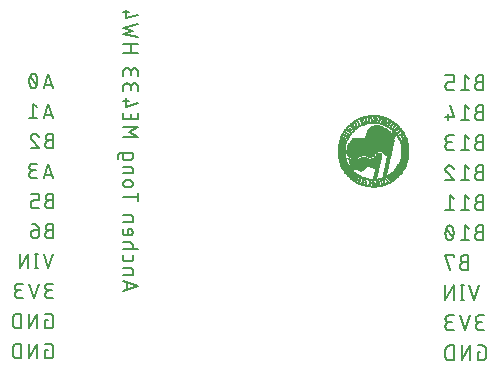
<source format=gbr>
G04 EAGLE Gerber RS-274X export*
G75*
%MOMM*%
%FSLAX34Y34*%
%LPD*%
%INSilkscreen Bottom*%
%IPPOS*%
%AMOC8*
5,1,8,0,0,1.08239X$1,22.5*%
G01*
%ADD10C,0.177800*%
%ADD11R,0.127000X0.012700*%
%ADD12R,0.584200X0.012700*%
%ADD13R,0.812800X0.012700*%
%ADD14R,0.965200X0.012700*%
%ADD15R,1.117600X0.012700*%
%ADD16R,1.244600X0.012700*%
%ADD17R,1.358900X0.012700*%
%ADD18R,1.473200X0.012700*%
%ADD19R,1.574800X0.012700*%
%ADD20R,0.596900X0.012700*%
%ADD21R,0.647700X0.012700*%
%ADD22R,0.292100X0.012700*%
%ADD23R,0.673100X0.012700*%
%ADD24R,0.685800X0.012700*%
%ADD25R,0.711200X0.012700*%
%ADD26R,0.355600X0.012700*%
%ADD27R,0.304800X0.012700*%
%ADD28R,0.749300X0.012700*%
%ADD29R,0.482600X0.012700*%
%ADD30R,0.254000X0.012700*%
%ADD31R,0.279400X0.012700*%
%ADD32R,0.469900X0.012700*%
%ADD33R,0.266700X0.012700*%
%ADD34R,0.317500X0.012700*%
%ADD35R,0.241300X0.012700*%
%ADD36R,0.330200X0.012700*%
%ADD37R,0.508000X0.012700*%
%ADD38R,0.228600X0.012700*%
%ADD39R,0.406400X0.012700*%
%ADD40R,0.215900X0.012700*%
%ADD41R,0.381000X0.012700*%
%ADD42R,0.368300X0.012700*%
%ADD43R,0.114300X0.012700*%
%ADD44R,0.393700X0.012700*%
%ADD45R,0.101600X0.012700*%
%ADD46R,0.203200X0.012700*%
%ADD47R,0.076200X0.012700*%
%ADD48R,0.419100X0.012700*%
%ADD49R,0.190500X0.012700*%
%ADD50R,0.431800X0.012700*%
%ADD51R,0.457200X0.012700*%
%ADD52R,0.088900X0.012700*%
%ADD53R,0.152400X0.012700*%
%ADD54R,0.177800X0.012700*%
%ADD55R,0.063500X0.012700*%
%ADD56R,0.165100X0.012700*%
%ADD57R,0.038100X0.012700*%
%ADD58R,0.342900X0.012700*%
%ADD59R,0.025400X0.012700*%
%ADD60R,0.012700X0.012700*%
%ADD61R,0.444500X0.012700*%
%ADD62R,0.139700X0.012700*%
%ADD63R,0.050800X0.012700*%
%ADD64R,0.546100X0.012700*%
%ADD65R,0.520700X0.012700*%
%ADD66R,0.914400X0.012700*%
%ADD67R,0.927100X0.012700*%
%ADD68R,0.571500X0.012700*%
%ADD69R,1.003300X0.012700*%
%ADD70R,0.609600X0.012700*%
%ADD71R,1.409700X0.012700*%
%ADD72R,0.635000X0.012700*%
%ADD73R,1.549400X0.012700*%
%ADD74R,0.533400X0.012700*%
%ADD75R,0.660400X0.012700*%
%ADD76R,0.558800X0.012700*%
%ADD77R,0.698500X0.012700*%
%ADD78R,0.723900X0.012700*%
%ADD79R,0.762000X0.012700*%
%ADD80R,1.041400X0.012700*%
%ADD81R,0.622300X0.012700*%
%ADD82R,0.774700X0.012700*%
%ADD83R,0.800100X0.012700*%
%ADD84R,0.825500X0.012700*%
%ADD85R,0.495300X0.012700*%
%ADD86R,0.863600X0.012700*%
%ADD87R,0.889000X0.012700*%
%ADD88R,0.736600X0.012700*%
%ADD89R,0.939800X0.012700*%
%ADD90R,0.787400X0.012700*%
%ADD91R,0.990600X0.012700*%
%ADD92R,1.016000X0.012700*%
%ADD93R,1.346200X0.012700*%
%ADD94R,0.850900X0.012700*%
%ADD95R,1.371600X0.012700*%
%ADD96R,1.193800X0.012700*%
%ADD97R,1.384300X0.012700*%
%ADD98R,1.181100X0.012700*%
%ADD99R,1.168400X0.012700*%
%ADD100R,1.397000X0.012700*%
%ADD101R,1.155700X0.012700*%
%ADD102R,1.143000X0.012700*%
%ADD103R,1.422400X0.012700*%
%ADD104R,1.130300X0.012700*%
%ADD105R,1.435100X0.012700*%
%ADD106R,1.104900X0.012700*%
%ADD107R,1.092200X0.012700*%
%ADD108R,1.079500X0.012700*%
%ADD109R,1.066800X0.012700*%
%ADD110R,1.054100X0.012700*%
%ADD111R,1.028700X0.012700*%
%ADD112R,0.977900X0.012700*%
%ADD113R,0.952500X0.012700*%
%ADD114R,0.901700X0.012700*%
%ADD115R,0.876300X0.012700*%
%ADD116R,0.838200X0.012700*%
%ADD117R,1.231900X0.012700*%
%ADD118R,1.257300X0.012700*%
%ADD119R,1.270000X0.012700*%
%ADD120R,1.308100X0.012700*%
%ADD121R,1.498600X0.012700*%
%ADD122R,2.425700X0.012700*%
%ADD123R,2.451100X0.012700*%
%ADD124R,2.463800X0.012700*%
%ADD125R,2.489200X0.012700*%
%ADD126R,2.501900X0.012700*%
%ADD127R,2.514600X0.012700*%
%ADD128R,2.540000X0.012700*%
%ADD129R,2.552700X0.012700*%
%ADD130R,2.578100X0.012700*%
%ADD131R,2.590800X0.012700*%
%ADD132R,2.603500X0.012700*%
%ADD133R,2.616200X0.012700*%
%ADD134R,2.628900X0.012700*%
%ADD135R,2.654300X0.012700*%
%ADD136R,2.667000X0.012700*%
%ADD137R,2.692400X0.012700*%
%ADD138R,2.705100X0.012700*%
%ADD139R,2.717800X0.012700*%
%ADD140R,2.730500X0.012700*%
%ADD141R,2.755900X0.012700*%
%ADD142R,2.768600X0.012700*%
%ADD143R,2.781300X0.012700*%
%ADD144R,2.133600X0.012700*%
%ADD145R,2.044700X0.012700*%
%ADD146R,2.006600X0.012700*%
%ADD147R,1.955800X0.012700*%
%ADD148R,1.917700X0.012700*%
%ADD149R,1.879600X0.012700*%
%ADD150R,1.219200X0.012700*%
%ADD151R,1.282700X0.012700*%
%ADD152R,2.273300X0.012700*%
%ADD153R,2.286000X0.012700*%
%ADD154R,2.311400X0.012700*%
%ADD155R,2.324100X0.012700*%
%ADD156R,2.349500X0.012700*%
%ADD157R,2.362200X0.012700*%
%ADD158R,2.374900X0.012700*%
%ADD159R,2.387600X0.012700*%
%ADD160R,2.400300X0.012700*%
%ADD161R,2.413000X0.012700*%
%ADD162R,2.438400X0.012700*%
%ADD163R,2.476500X0.012700*%
%ADD164R,2.527300X0.012700*%
%ADD165R,2.641600X0.012700*%
%ADD166R,3.848100X0.012700*%
%ADD167R,3.835400X0.012700*%
%ADD168R,3.860800X0.012700*%
%ADD169R,3.873500X0.012700*%
%ADD170R,3.886200X0.012700*%
%ADD171R,3.822700X0.012700*%
%ADD172R,3.797300X0.012700*%
%ADD173R,3.784600X0.012700*%
%ADD174R,3.759200X0.012700*%
%ADD175R,3.733800X0.012700*%
%ADD176R,3.721100X0.012700*%
%ADD177R,3.708400X0.012700*%
%ADD178R,3.683000X0.012700*%
%ADD179R,3.695700X0.012700*%
%ADD180R,3.670300X0.012700*%
%ADD181R,3.657600X0.012700*%
%ADD182R,3.644900X0.012700*%
%ADD183R,3.632200X0.012700*%
%ADD184R,3.619500X0.012700*%
%ADD185R,3.606800X0.012700*%
%ADD186R,3.594100X0.012700*%
%ADD187R,3.581400X0.012700*%
%ADD188R,2.679700X0.012700*%
%ADD189R,2.565400X0.012700*%
%ADD190R,2.171700X0.012700*%
%ADD191R,2.146300X0.012700*%
%ADD192R,2.108200X0.012700*%
%ADD193R,2.095500X0.012700*%
%ADD194R,2.082800X0.012700*%
%ADD195R,2.057400X0.012700*%
%ADD196R,2.019300X0.012700*%
%ADD197R,1.993900X0.012700*%
%ADD198R,1.968500X0.012700*%
%ADD199R,1.930400X0.012700*%
%ADD200R,1.905000X0.012700*%
%ADD201R,1.866900X0.012700*%
%ADD202R,1.854200X0.012700*%
%ADD203R,1.828800X0.012700*%
%ADD204R,1.816100X0.012700*%
%ADD205R,1.790700X0.012700*%
%ADD206R,1.765300X0.012700*%
%ADD207R,1.739900X0.012700*%
%ADD208R,1.714500X0.012700*%
%ADD209R,1.701800X0.012700*%
%ADD210R,1.663700X0.012700*%
%ADD211R,1.638300X0.012700*%
%ADD212R,1.625600X0.012700*%
%ADD213R,1.587500X0.012700*%
%ADD214R,1.562100X0.012700*%
%ADD215R,1.524000X0.012700*%
%ADD216R,1.511300X0.012700*%
%ADD217R,1.447800X0.012700*%


D10*
X445487Y368229D02*
X442030Y368229D01*
X441913Y368227D01*
X441797Y368221D01*
X441680Y368211D01*
X441564Y368197D01*
X441449Y368180D01*
X441334Y368158D01*
X441220Y368133D01*
X441107Y368104D01*
X440995Y368070D01*
X440884Y368034D01*
X440775Y367993D01*
X440667Y367949D01*
X440560Y367901D01*
X440455Y367850D01*
X440352Y367795D01*
X440251Y367736D01*
X440152Y367674D01*
X440055Y367609D01*
X439960Y367541D01*
X439868Y367470D01*
X439778Y367395D01*
X439691Y367317D01*
X439606Y367237D01*
X439524Y367154D01*
X439445Y367068D01*
X439369Y366979D01*
X439296Y366888D01*
X439226Y366795D01*
X439160Y366699D01*
X439096Y366601D01*
X439036Y366501D01*
X438979Y366398D01*
X438926Y366294D01*
X438877Y366189D01*
X438831Y366081D01*
X438788Y365973D01*
X438749Y365862D01*
X438715Y365751D01*
X438683Y365639D01*
X438656Y365525D01*
X438632Y365411D01*
X438613Y365295D01*
X438597Y365180D01*
X438585Y365064D01*
X438577Y364947D01*
X438573Y364830D01*
X438573Y364714D01*
X438577Y364597D01*
X438585Y364480D01*
X438597Y364364D01*
X438613Y364249D01*
X438632Y364133D01*
X438656Y364019D01*
X438683Y363905D01*
X438715Y363793D01*
X438749Y363682D01*
X438788Y363571D01*
X438831Y363463D01*
X438877Y363355D01*
X438926Y363250D01*
X438979Y363146D01*
X439036Y363044D01*
X439096Y362943D01*
X439160Y362845D01*
X439226Y362749D01*
X439296Y362656D01*
X439369Y362565D01*
X439445Y362476D01*
X439524Y362390D01*
X439606Y362307D01*
X439691Y362227D01*
X439778Y362149D01*
X439868Y362074D01*
X439960Y362003D01*
X440055Y361935D01*
X440152Y361870D01*
X440251Y361808D01*
X440352Y361749D01*
X440455Y361694D01*
X440560Y361643D01*
X440667Y361595D01*
X440775Y361551D01*
X440884Y361510D01*
X440995Y361474D01*
X441107Y361440D01*
X441220Y361411D01*
X441334Y361386D01*
X441449Y361364D01*
X441564Y361347D01*
X441680Y361333D01*
X441797Y361323D01*
X441913Y361317D01*
X442030Y361315D01*
X445487Y361315D01*
X445487Y373761D01*
X442030Y373761D01*
X441927Y373759D01*
X441823Y373753D01*
X441720Y373744D01*
X441618Y373730D01*
X441516Y373713D01*
X441415Y373692D01*
X441314Y373667D01*
X441215Y373638D01*
X441116Y373606D01*
X441019Y373570D01*
X440924Y373530D01*
X440830Y373487D01*
X440738Y373440D01*
X440647Y373390D01*
X440558Y373337D01*
X440472Y373280D01*
X440387Y373221D01*
X440305Y373158D01*
X440226Y373092D01*
X440149Y373023D01*
X440074Y372951D01*
X440002Y372876D01*
X439933Y372799D01*
X439867Y372720D01*
X439804Y372638D01*
X439745Y372553D01*
X439688Y372467D01*
X439635Y372378D01*
X439585Y372287D01*
X439538Y372195D01*
X439495Y372101D01*
X439455Y372006D01*
X439419Y371909D01*
X439387Y371810D01*
X439358Y371711D01*
X439333Y371610D01*
X439312Y371509D01*
X439295Y371407D01*
X439281Y371305D01*
X439272Y371202D01*
X439266Y371098D01*
X439264Y370995D01*
X439266Y370892D01*
X439272Y370788D01*
X439281Y370685D01*
X439295Y370583D01*
X439312Y370481D01*
X439333Y370380D01*
X439358Y370279D01*
X439387Y370180D01*
X439419Y370081D01*
X439455Y369984D01*
X439495Y369889D01*
X439538Y369795D01*
X439585Y369703D01*
X439635Y369612D01*
X439688Y369523D01*
X439745Y369437D01*
X439804Y369352D01*
X439867Y369270D01*
X439933Y369191D01*
X440002Y369114D01*
X440074Y369039D01*
X440149Y368967D01*
X440226Y368898D01*
X440305Y368832D01*
X440387Y368769D01*
X440472Y368710D01*
X440558Y368653D01*
X440647Y368600D01*
X440738Y368550D01*
X440830Y368503D01*
X440924Y368460D01*
X441019Y368420D01*
X441116Y368384D01*
X441215Y368352D01*
X441314Y368323D01*
X441415Y368298D01*
X441516Y368277D01*
X441618Y368260D01*
X441720Y368246D01*
X441823Y368237D01*
X441927Y368231D01*
X442030Y368229D01*
X433355Y370995D02*
X429898Y373761D01*
X429898Y361315D01*
X433355Y361315D02*
X426441Y361315D01*
X420553Y361315D02*
X416405Y361315D01*
X416302Y361317D01*
X416198Y361323D01*
X416095Y361332D01*
X415993Y361346D01*
X415891Y361363D01*
X415790Y361384D01*
X415689Y361409D01*
X415590Y361438D01*
X415491Y361470D01*
X415394Y361506D01*
X415299Y361546D01*
X415205Y361589D01*
X415113Y361636D01*
X415022Y361686D01*
X414933Y361739D01*
X414847Y361796D01*
X414763Y361855D01*
X414680Y361918D01*
X414601Y361984D01*
X414524Y362053D01*
X414449Y362125D01*
X414377Y362200D01*
X414308Y362277D01*
X414242Y362356D01*
X414180Y362438D01*
X414120Y362523D01*
X414063Y362609D01*
X414010Y362698D01*
X413960Y362788D01*
X413913Y362881D01*
X413870Y362975D01*
X413830Y363070D01*
X413794Y363167D01*
X413762Y363266D01*
X413733Y363365D01*
X413708Y363465D01*
X413687Y363567D01*
X413670Y363669D01*
X413656Y363771D01*
X413647Y363874D01*
X413641Y363978D01*
X413639Y364081D01*
X413639Y365464D01*
X413641Y365567D01*
X413647Y365671D01*
X413656Y365774D01*
X413670Y365876D01*
X413687Y365978D01*
X413708Y366079D01*
X413733Y366180D01*
X413762Y366279D01*
X413794Y366378D01*
X413830Y366475D01*
X413870Y366570D01*
X413913Y366664D01*
X413960Y366756D01*
X414010Y366847D01*
X414063Y366936D01*
X414120Y367022D01*
X414179Y367107D01*
X414242Y367189D01*
X414308Y367268D01*
X414377Y367345D01*
X414449Y367420D01*
X414524Y367492D01*
X414601Y367561D01*
X414680Y367627D01*
X414763Y367690D01*
X414847Y367749D01*
X414933Y367806D01*
X415022Y367859D01*
X415113Y367909D01*
X415205Y367956D01*
X415299Y367999D01*
X415394Y368039D01*
X415491Y368075D01*
X415590Y368107D01*
X415689Y368136D01*
X415790Y368161D01*
X415891Y368182D01*
X415993Y368199D01*
X416095Y368213D01*
X416198Y368222D01*
X416302Y368228D01*
X416405Y368230D01*
X416405Y368229D02*
X420553Y368229D01*
X420553Y373761D01*
X413639Y373761D01*
X442030Y342829D02*
X445487Y342829D01*
X442030Y342829D02*
X441913Y342827D01*
X441797Y342821D01*
X441680Y342811D01*
X441564Y342797D01*
X441449Y342780D01*
X441334Y342758D01*
X441220Y342733D01*
X441107Y342704D01*
X440995Y342670D01*
X440884Y342634D01*
X440775Y342593D01*
X440667Y342549D01*
X440560Y342501D01*
X440455Y342450D01*
X440352Y342395D01*
X440251Y342336D01*
X440152Y342274D01*
X440055Y342209D01*
X439960Y342141D01*
X439868Y342070D01*
X439778Y341995D01*
X439691Y341917D01*
X439606Y341837D01*
X439524Y341754D01*
X439445Y341668D01*
X439369Y341579D01*
X439296Y341488D01*
X439226Y341395D01*
X439160Y341299D01*
X439096Y341201D01*
X439036Y341101D01*
X438979Y340998D01*
X438926Y340894D01*
X438877Y340789D01*
X438831Y340681D01*
X438788Y340573D01*
X438749Y340462D01*
X438715Y340351D01*
X438683Y340239D01*
X438656Y340125D01*
X438632Y340011D01*
X438613Y339895D01*
X438597Y339780D01*
X438585Y339664D01*
X438577Y339547D01*
X438573Y339430D01*
X438573Y339314D01*
X438577Y339197D01*
X438585Y339080D01*
X438597Y338964D01*
X438613Y338849D01*
X438632Y338733D01*
X438656Y338619D01*
X438683Y338505D01*
X438715Y338393D01*
X438749Y338282D01*
X438788Y338171D01*
X438831Y338063D01*
X438877Y337955D01*
X438926Y337850D01*
X438979Y337746D01*
X439036Y337644D01*
X439096Y337543D01*
X439160Y337445D01*
X439226Y337349D01*
X439296Y337256D01*
X439369Y337165D01*
X439445Y337076D01*
X439524Y336990D01*
X439606Y336907D01*
X439691Y336827D01*
X439778Y336749D01*
X439868Y336674D01*
X439960Y336603D01*
X440055Y336535D01*
X440152Y336470D01*
X440251Y336408D01*
X440352Y336349D01*
X440455Y336294D01*
X440560Y336243D01*
X440667Y336195D01*
X440775Y336151D01*
X440884Y336110D01*
X440995Y336074D01*
X441107Y336040D01*
X441220Y336011D01*
X441334Y335986D01*
X441449Y335964D01*
X441564Y335947D01*
X441680Y335933D01*
X441797Y335923D01*
X441913Y335917D01*
X442030Y335915D01*
X445487Y335915D01*
X445487Y348361D01*
X442030Y348361D01*
X441927Y348359D01*
X441823Y348353D01*
X441720Y348344D01*
X441618Y348330D01*
X441516Y348313D01*
X441415Y348292D01*
X441314Y348267D01*
X441215Y348238D01*
X441116Y348206D01*
X441019Y348170D01*
X440924Y348130D01*
X440830Y348087D01*
X440738Y348040D01*
X440647Y347990D01*
X440558Y347937D01*
X440472Y347880D01*
X440387Y347821D01*
X440305Y347758D01*
X440226Y347692D01*
X440149Y347623D01*
X440074Y347551D01*
X440002Y347476D01*
X439933Y347399D01*
X439867Y347320D01*
X439804Y347238D01*
X439745Y347153D01*
X439688Y347067D01*
X439635Y346978D01*
X439585Y346887D01*
X439538Y346795D01*
X439495Y346701D01*
X439455Y346606D01*
X439419Y346509D01*
X439387Y346410D01*
X439358Y346311D01*
X439333Y346210D01*
X439312Y346109D01*
X439295Y346007D01*
X439281Y345905D01*
X439272Y345802D01*
X439266Y345698D01*
X439264Y345595D01*
X439266Y345492D01*
X439272Y345388D01*
X439281Y345285D01*
X439295Y345183D01*
X439312Y345081D01*
X439333Y344980D01*
X439358Y344879D01*
X439387Y344780D01*
X439419Y344681D01*
X439455Y344584D01*
X439495Y344489D01*
X439538Y344395D01*
X439585Y344303D01*
X439635Y344212D01*
X439688Y344123D01*
X439745Y344037D01*
X439804Y343952D01*
X439867Y343870D01*
X439933Y343791D01*
X440002Y343714D01*
X440074Y343639D01*
X440149Y343567D01*
X440226Y343498D01*
X440305Y343432D01*
X440387Y343369D01*
X440472Y343310D01*
X440558Y343253D01*
X440647Y343200D01*
X440738Y343150D01*
X440830Y343103D01*
X440924Y343060D01*
X441019Y343020D01*
X441116Y342984D01*
X441215Y342952D01*
X441314Y342923D01*
X441415Y342898D01*
X441516Y342877D01*
X441618Y342860D01*
X441720Y342846D01*
X441823Y342837D01*
X441927Y342831D01*
X442030Y342829D01*
X433355Y345595D02*
X429898Y348361D01*
X429898Y335915D01*
X433355Y335915D02*
X426441Y335915D01*
X420553Y338681D02*
X417788Y348361D01*
X420553Y338681D02*
X413639Y338681D01*
X415713Y341447D02*
X415713Y335915D01*
X442030Y317429D02*
X445487Y317429D01*
X442030Y317429D02*
X441913Y317427D01*
X441797Y317421D01*
X441680Y317411D01*
X441564Y317397D01*
X441449Y317380D01*
X441334Y317358D01*
X441220Y317333D01*
X441107Y317304D01*
X440995Y317270D01*
X440884Y317234D01*
X440775Y317193D01*
X440667Y317149D01*
X440560Y317101D01*
X440455Y317050D01*
X440352Y316995D01*
X440251Y316936D01*
X440152Y316874D01*
X440055Y316809D01*
X439960Y316741D01*
X439868Y316670D01*
X439778Y316595D01*
X439691Y316517D01*
X439606Y316437D01*
X439524Y316354D01*
X439445Y316268D01*
X439369Y316179D01*
X439296Y316088D01*
X439226Y315995D01*
X439160Y315899D01*
X439096Y315801D01*
X439036Y315701D01*
X438979Y315598D01*
X438926Y315494D01*
X438877Y315389D01*
X438831Y315281D01*
X438788Y315173D01*
X438749Y315062D01*
X438715Y314951D01*
X438683Y314839D01*
X438656Y314725D01*
X438632Y314611D01*
X438613Y314495D01*
X438597Y314380D01*
X438585Y314264D01*
X438577Y314147D01*
X438573Y314030D01*
X438573Y313914D01*
X438577Y313797D01*
X438585Y313680D01*
X438597Y313564D01*
X438613Y313449D01*
X438632Y313333D01*
X438656Y313219D01*
X438683Y313105D01*
X438715Y312993D01*
X438749Y312882D01*
X438788Y312771D01*
X438831Y312663D01*
X438877Y312555D01*
X438926Y312450D01*
X438979Y312346D01*
X439036Y312244D01*
X439096Y312143D01*
X439160Y312045D01*
X439226Y311949D01*
X439296Y311856D01*
X439369Y311765D01*
X439445Y311676D01*
X439524Y311590D01*
X439606Y311507D01*
X439691Y311427D01*
X439778Y311349D01*
X439868Y311274D01*
X439960Y311203D01*
X440055Y311135D01*
X440152Y311070D01*
X440251Y311008D01*
X440352Y310949D01*
X440455Y310894D01*
X440560Y310843D01*
X440667Y310795D01*
X440775Y310751D01*
X440884Y310710D01*
X440995Y310674D01*
X441107Y310640D01*
X441220Y310611D01*
X441334Y310586D01*
X441449Y310564D01*
X441564Y310547D01*
X441680Y310533D01*
X441797Y310523D01*
X441913Y310517D01*
X442030Y310515D01*
X445487Y310515D01*
X445487Y322961D01*
X442030Y322961D01*
X441927Y322959D01*
X441823Y322953D01*
X441720Y322944D01*
X441618Y322930D01*
X441516Y322913D01*
X441415Y322892D01*
X441314Y322867D01*
X441215Y322838D01*
X441116Y322806D01*
X441019Y322770D01*
X440924Y322730D01*
X440830Y322687D01*
X440738Y322640D01*
X440647Y322590D01*
X440558Y322537D01*
X440472Y322480D01*
X440387Y322421D01*
X440305Y322358D01*
X440226Y322292D01*
X440149Y322223D01*
X440074Y322151D01*
X440002Y322076D01*
X439933Y321999D01*
X439867Y321920D01*
X439804Y321838D01*
X439745Y321753D01*
X439688Y321667D01*
X439635Y321578D01*
X439585Y321487D01*
X439538Y321395D01*
X439495Y321301D01*
X439455Y321206D01*
X439419Y321109D01*
X439387Y321010D01*
X439358Y320911D01*
X439333Y320810D01*
X439312Y320709D01*
X439295Y320607D01*
X439281Y320505D01*
X439272Y320402D01*
X439266Y320298D01*
X439264Y320195D01*
X439266Y320092D01*
X439272Y319988D01*
X439281Y319885D01*
X439295Y319783D01*
X439312Y319681D01*
X439333Y319580D01*
X439358Y319479D01*
X439387Y319380D01*
X439419Y319281D01*
X439455Y319184D01*
X439495Y319089D01*
X439538Y318995D01*
X439585Y318903D01*
X439635Y318812D01*
X439688Y318723D01*
X439745Y318637D01*
X439804Y318552D01*
X439867Y318470D01*
X439933Y318391D01*
X440002Y318314D01*
X440074Y318239D01*
X440149Y318167D01*
X440226Y318098D01*
X440305Y318032D01*
X440387Y317969D01*
X440472Y317910D01*
X440558Y317853D01*
X440647Y317800D01*
X440738Y317750D01*
X440830Y317703D01*
X440924Y317660D01*
X441019Y317620D01*
X441116Y317584D01*
X441215Y317552D01*
X441314Y317523D01*
X441415Y317498D01*
X441516Y317477D01*
X441618Y317460D01*
X441720Y317446D01*
X441823Y317437D01*
X441927Y317431D01*
X442030Y317429D01*
X433355Y320195D02*
X429898Y322961D01*
X429898Y310515D01*
X433355Y310515D02*
X426441Y310515D01*
X420553Y310515D02*
X417096Y310515D01*
X416979Y310517D01*
X416863Y310523D01*
X416746Y310533D01*
X416630Y310547D01*
X416515Y310564D01*
X416400Y310586D01*
X416286Y310611D01*
X416173Y310640D01*
X416061Y310674D01*
X415950Y310710D01*
X415841Y310751D01*
X415733Y310795D01*
X415626Y310843D01*
X415521Y310894D01*
X415418Y310949D01*
X415317Y311008D01*
X415218Y311070D01*
X415121Y311135D01*
X415026Y311203D01*
X414934Y311274D01*
X414844Y311349D01*
X414757Y311427D01*
X414672Y311507D01*
X414590Y311590D01*
X414511Y311676D01*
X414435Y311765D01*
X414362Y311856D01*
X414292Y311949D01*
X414226Y312045D01*
X414162Y312143D01*
X414102Y312244D01*
X414045Y312346D01*
X413992Y312450D01*
X413943Y312555D01*
X413897Y312663D01*
X413854Y312771D01*
X413815Y312882D01*
X413781Y312993D01*
X413749Y313105D01*
X413722Y313219D01*
X413698Y313333D01*
X413679Y313449D01*
X413663Y313564D01*
X413651Y313680D01*
X413643Y313797D01*
X413639Y313914D01*
X413639Y314030D01*
X413643Y314147D01*
X413651Y314264D01*
X413663Y314380D01*
X413679Y314495D01*
X413698Y314611D01*
X413722Y314725D01*
X413749Y314839D01*
X413781Y314951D01*
X413815Y315062D01*
X413854Y315173D01*
X413897Y315281D01*
X413943Y315389D01*
X413992Y315494D01*
X414045Y315598D01*
X414102Y315701D01*
X414162Y315801D01*
X414226Y315899D01*
X414292Y315995D01*
X414362Y316088D01*
X414435Y316179D01*
X414511Y316268D01*
X414590Y316354D01*
X414672Y316437D01*
X414757Y316517D01*
X414844Y316595D01*
X414934Y316670D01*
X415026Y316741D01*
X415121Y316809D01*
X415218Y316874D01*
X415317Y316936D01*
X415418Y316995D01*
X415521Y317050D01*
X415626Y317101D01*
X415733Y317149D01*
X415841Y317193D01*
X415950Y317234D01*
X416061Y317270D01*
X416173Y317304D01*
X416286Y317333D01*
X416400Y317358D01*
X416515Y317380D01*
X416630Y317397D01*
X416746Y317411D01*
X416863Y317421D01*
X416979Y317427D01*
X417096Y317429D01*
X416405Y322961D02*
X420553Y322961D01*
X416405Y322961D02*
X416302Y322959D01*
X416198Y322953D01*
X416095Y322944D01*
X415993Y322930D01*
X415891Y322913D01*
X415790Y322892D01*
X415689Y322867D01*
X415590Y322838D01*
X415491Y322806D01*
X415394Y322770D01*
X415299Y322730D01*
X415205Y322687D01*
X415113Y322640D01*
X415022Y322590D01*
X414933Y322537D01*
X414847Y322480D01*
X414762Y322421D01*
X414680Y322358D01*
X414601Y322292D01*
X414524Y322223D01*
X414449Y322151D01*
X414377Y322076D01*
X414308Y321999D01*
X414242Y321920D01*
X414179Y321838D01*
X414120Y321753D01*
X414063Y321667D01*
X414010Y321578D01*
X413960Y321487D01*
X413913Y321395D01*
X413870Y321301D01*
X413830Y321206D01*
X413794Y321109D01*
X413762Y321010D01*
X413733Y320911D01*
X413708Y320810D01*
X413687Y320709D01*
X413670Y320607D01*
X413656Y320505D01*
X413647Y320402D01*
X413641Y320298D01*
X413639Y320195D01*
X413641Y320092D01*
X413647Y319988D01*
X413656Y319885D01*
X413670Y319783D01*
X413687Y319681D01*
X413708Y319580D01*
X413733Y319479D01*
X413762Y319380D01*
X413794Y319281D01*
X413830Y319184D01*
X413870Y319089D01*
X413913Y318995D01*
X413960Y318903D01*
X414010Y318812D01*
X414063Y318723D01*
X414120Y318637D01*
X414179Y318552D01*
X414242Y318470D01*
X414308Y318391D01*
X414377Y318314D01*
X414449Y318239D01*
X414524Y318167D01*
X414601Y318098D01*
X414680Y318032D01*
X414762Y317969D01*
X414847Y317910D01*
X414933Y317853D01*
X415022Y317800D01*
X415113Y317750D01*
X415205Y317703D01*
X415299Y317660D01*
X415394Y317620D01*
X415491Y317584D01*
X415590Y317552D01*
X415689Y317523D01*
X415790Y317498D01*
X415891Y317477D01*
X415993Y317460D01*
X416095Y317446D01*
X416198Y317437D01*
X416302Y317431D01*
X416405Y317429D01*
X419171Y317429D01*
X442030Y292029D02*
X445487Y292029D01*
X442030Y292029D02*
X441913Y292027D01*
X441797Y292021D01*
X441680Y292011D01*
X441564Y291997D01*
X441449Y291980D01*
X441334Y291958D01*
X441220Y291933D01*
X441107Y291904D01*
X440995Y291870D01*
X440884Y291834D01*
X440775Y291793D01*
X440667Y291749D01*
X440560Y291701D01*
X440455Y291650D01*
X440352Y291595D01*
X440251Y291536D01*
X440152Y291474D01*
X440055Y291409D01*
X439960Y291341D01*
X439868Y291270D01*
X439778Y291195D01*
X439691Y291117D01*
X439606Y291037D01*
X439524Y290954D01*
X439445Y290868D01*
X439369Y290779D01*
X439296Y290688D01*
X439226Y290595D01*
X439160Y290499D01*
X439096Y290401D01*
X439036Y290301D01*
X438979Y290198D01*
X438926Y290094D01*
X438877Y289989D01*
X438831Y289881D01*
X438788Y289773D01*
X438749Y289662D01*
X438715Y289551D01*
X438683Y289439D01*
X438656Y289325D01*
X438632Y289211D01*
X438613Y289095D01*
X438597Y288980D01*
X438585Y288864D01*
X438577Y288747D01*
X438573Y288630D01*
X438573Y288514D01*
X438577Y288397D01*
X438585Y288280D01*
X438597Y288164D01*
X438613Y288049D01*
X438632Y287933D01*
X438656Y287819D01*
X438683Y287705D01*
X438715Y287593D01*
X438749Y287482D01*
X438788Y287371D01*
X438831Y287263D01*
X438877Y287155D01*
X438926Y287050D01*
X438979Y286946D01*
X439036Y286844D01*
X439096Y286743D01*
X439160Y286645D01*
X439226Y286549D01*
X439296Y286456D01*
X439369Y286365D01*
X439445Y286276D01*
X439524Y286190D01*
X439606Y286107D01*
X439691Y286027D01*
X439778Y285949D01*
X439868Y285874D01*
X439960Y285803D01*
X440055Y285735D01*
X440152Y285670D01*
X440251Y285608D01*
X440352Y285549D01*
X440455Y285494D01*
X440560Y285443D01*
X440667Y285395D01*
X440775Y285351D01*
X440884Y285310D01*
X440995Y285274D01*
X441107Y285240D01*
X441220Y285211D01*
X441334Y285186D01*
X441449Y285164D01*
X441564Y285147D01*
X441680Y285133D01*
X441797Y285123D01*
X441913Y285117D01*
X442030Y285115D01*
X445487Y285115D01*
X445487Y297561D01*
X442030Y297561D01*
X441927Y297559D01*
X441823Y297553D01*
X441720Y297544D01*
X441618Y297530D01*
X441516Y297513D01*
X441415Y297492D01*
X441314Y297467D01*
X441215Y297438D01*
X441116Y297406D01*
X441019Y297370D01*
X440924Y297330D01*
X440830Y297287D01*
X440738Y297240D01*
X440647Y297190D01*
X440558Y297137D01*
X440472Y297080D01*
X440387Y297021D01*
X440305Y296958D01*
X440226Y296892D01*
X440149Y296823D01*
X440074Y296751D01*
X440002Y296676D01*
X439933Y296599D01*
X439867Y296520D01*
X439804Y296438D01*
X439745Y296353D01*
X439688Y296267D01*
X439635Y296178D01*
X439585Y296087D01*
X439538Y295995D01*
X439495Y295901D01*
X439455Y295806D01*
X439419Y295709D01*
X439387Y295610D01*
X439358Y295511D01*
X439333Y295410D01*
X439312Y295309D01*
X439295Y295207D01*
X439281Y295105D01*
X439272Y295002D01*
X439266Y294898D01*
X439264Y294795D01*
X439266Y294692D01*
X439272Y294588D01*
X439281Y294485D01*
X439295Y294383D01*
X439312Y294281D01*
X439333Y294180D01*
X439358Y294079D01*
X439387Y293980D01*
X439419Y293881D01*
X439455Y293784D01*
X439495Y293689D01*
X439538Y293595D01*
X439585Y293503D01*
X439635Y293412D01*
X439688Y293323D01*
X439745Y293237D01*
X439804Y293152D01*
X439867Y293070D01*
X439933Y292991D01*
X440002Y292914D01*
X440074Y292839D01*
X440149Y292767D01*
X440226Y292698D01*
X440305Y292632D01*
X440387Y292569D01*
X440472Y292510D01*
X440558Y292453D01*
X440647Y292400D01*
X440738Y292350D01*
X440830Y292303D01*
X440924Y292260D01*
X441019Y292220D01*
X441116Y292184D01*
X441215Y292152D01*
X441314Y292123D01*
X441415Y292098D01*
X441516Y292077D01*
X441618Y292060D01*
X441720Y292046D01*
X441823Y292037D01*
X441927Y292031D01*
X442030Y292029D01*
X433355Y294795D02*
X429898Y297561D01*
X429898Y285115D01*
X433355Y285115D02*
X426441Y285115D01*
X416751Y297562D02*
X416640Y297560D01*
X416529Y297554D01*
X416418Y297544D01*
X416308Y297530D01*
X416198Y297513D01*
X416089Y297491D01*
X415981Y297465D01*
X415874Y297436D01*
X415768Y297403D01*
X415663Y297366D01*
X415560Y297325D01*
X415458Y297281D01*
X415358Y297233D01*
X415260Y297181D01*
X415163Y297126D01*
X415069Y297068D01*
X414976Y297006D01*
X414886Y296941D01*
X414798Y296873D01*
X414713Y296802D01*
X414630Y296728D01*
X414550Y296651D01*
X414473Y296571D01*
X414399Y296488D01*
X414328Y296403D01*
X414260Y296315D01*
X414195Y296225D01*
X414133Y296132D01*
X414075Y296038D01*
X414020Y295941D01*
X413968Y295843D01*
X413920Y295743D01*
X413876Y295641D01*
X413835Y295538D01*
X413798Y295433D01*
X413765Y295327D01*
X413736Y295220D01*
X413710Y295112D01*
X413688Y295003D01*
X413671Y294893D01*
X413657Y294783D01*
X413647Y294672D01*
X413641Y294561D01*
X413639Y294450D01*
X416751Y297561D02*
X416877Y297559D01*
X417002Y297553D01*
X417127Y297543D01*
X417252Y297529D01*
X417377Y297512D01*
X417501Y297490D01*
X417624Y297465D01*
X417746Y297435D01*
X417867Y297402D01*
X417987Y297365D01*
X418106Y297324D01*
X418223Y297280D01*
X418340Y297232D01*
X418454Y297180D01*
X418567Y297125D01*
X418678Y297066D01*
X418787Y297004D01*
X418894Y296938D01*
X418999Y296869D01*
X419102Y296797D01*
X419202Y296721D01*
X419300Y296642D01*
X419396Y296561D01*
X419489Y296476D01*
X419579Y296389D01*
X419666Y296298D01*
X419751Y296205D01*
X419832Y296110D01*
X419911Y296012D01*
X419986Y295911D01*
X420059Y295808D01*
X420127Y295703D01*
X420193Y295596D01*
X420255Y295487D01*
X420314Y295376D01*
X420369Y295263D01*
X420421Y295148D01*
X420469Y295032D01*
X420513Y294914D01*
X420554Y294796D01*
X414676Y292030D02*
X414596Y292109D01*
X414518Y292191D01*
X414443Y292275D01*
X414372Y292362D01*
X414303Y292451D01*
X414237Y292543D01*
X414174Y292636D01*
X414114Y292732D01*
X414058Y292830D01*
X414005Y292929D01*
X413955Y293031D01*
X413909Y293133D01*
X413867Y293238D01*
X413827Y293344D01*
X413792Y293451D01*
X413760Y293559D01*
X413732Y293668D01*
X413707Y293778D01*
X413686Y293889D01*
X413669Y294000D01*
X413656Y294112D01*
X413647Y294225D01*
X413641Y294337D01*
X413639Y294450D01*
X414676Y292029D02*
X420553Y285115D01*
X413639Y285115D01*
X442030Y266629D02*
X445487Y266629D01*
X442030Y266629D02*
X441913Y266627D01*
X441797Y266621D01*
X441680Y266611D01*
X441564Y266597D01*
X441449Y266580D01*
X441334Y266558D01*
X441220Y266533D01*
X441107Y266504D01*
X440995Y266470D01*
X440884Y266434D01*
X440775Y266393D01*
X440667Y266349D01*
X440560Y266301D01*
X440455Y266250D01*
X440352Y266195D01*
X440251Y266136D01*
X440152Y266074D01*
X440055Y266009D01*
X439960Y265941D01*
X439868Y265870D01*
X439778Y265795D01*
X439691Y265717D01*
X439606Y265637D01*
X439524Y265554D01*
X439445Y265468D01*
X439369Y265379D01*
X439296Y265288D01*
X439226Y265195D01*
X439160Y265099D01*
X439096Y265001D01*
X439036Y264901D01*
X438979Y264798D01*
X438926Y264694D01*
X438877Y264589D01*
X438831Y264481D01*
X438788Y264373D01*
X438749Y264262D01*
X438715Y264151D01*
X438683Y264039D01*
X438656Y263925D01*
X438632Y263811D01*
X438613Y263695D01*
X438597Y263580D01*
X438585Y263464D01*
X438577Y263347D01*
X438573Y263230D01*
X438573Y263114D01*
X438577Y262997D01*
X438585Y262880D01*
X438597Y262764D01*
X438613Y262649D01*
X438632Y262533D01*
X438656Y262419D01*
X438683Y262305D01*
X438715Y262193D01*
X438749Y262082D01*
X438788Y261971D01*
X438831Y261863D01*
X438877Y261755D01*
X438926Y261650D01*
X438979Y261546D01*
X439036Y261444D01*
X439096Y261343D01*
X439160Y261245D01*
X439226Y261149D01*
X439296Y261056D01*
X439369Y260965D01*
X439445Y260876D01*
X439524Y260790D01*
X439606Y260707D01*
X439691Y260627D01*
X439778Y260549D01*
X439868Y260474D01*
X439960Y260403D01*
X440055Y260335D01*
X440152Y260270D01*
X440251Y260208D01*
X440352Y260149D01*
X440455Y260094D01*
X440560Y260043D01*
X440667Y259995D01*
X440775Y259951D01*
X440884Y259910D01*
X440995Y259874D01*
X441107Y259840D01*
X441220Y259811D01*
X441334Y259786D01*
X441449Y259764D01*
X441564Y259747D01*
X441680Y259733D01*
X441797Y259723D01*
X441913Y259717D01*
X442030Y259715D01*
X445487Y259715D01*
X445487Y272161D01*
X442030Y272161D01*
X441927Y272159D01*
X441823Y272153D01*
X441720Y272144D01*
X441618Y272130D01*
X441516Y272113D01*
X441415Y272092D01*
X441314Y272067D01*
X441215Y272038D01*
X441116Y272006D01*
X441019Y271970D01*
X440924Y271930D01*
X440830Y271887D01*
X440738Y271840D01*
X440647Y271790D01*
X440558Y271737D01*
X440472Y271680D01*
X440387Y271621D01*
X440305Y271558D01*
X440226Y271492D01*
X440149Y271423D01*
X440074Y271351D01*
X440002Y271276D01*
X439933Y271199D01*
X439867Y271120D01*
X439804Y271038D01*
X439745Y270953D01*
X439688Y270867D01*
X439635Y270778D01*
X439585Y270687D01*
X439538Y270595D01*
X439495Y270501D01*
X439455Y270406D01*
X439419Y270309D01*
X439387Y270210D01*
X439358Y270111D01*
X439333Y270010D01*
X439312Y269909D01*
X439295Y269807D01*
X439281Y269705D01*
X439272Y269602D01*
X439266Y269498D01*
X439264Y269395D01*
X439266Y269292D01*
X439272Y269188D01*
X439281Y269085D01*
X439295Y268983D01*
X439312Y268881D01*
X439333Y268780D01*
X439358Y268679D01*
X439387Y268580D01*
X439419Y268481D01*
X439455Y268384D01*
X439495Y268289D01*
X439538Y268195D01*
X439585Y268103D01*
X439635Y268012D01*
X439688Y267923D01*
X439745Y267837D01*
X439804Y267752D01*
X439867Y267670D01*
X439933Y267591D01*
X440002Y267514D01*
X440074Y267439D01*
X440149Y267367D01*
X440226Y267298D01*
X440305Y267232D01*
X440387Y267169D01*
X440472Y267110D01*
X440558Y267053D01*
X440647Y267000D01*
X440738Y266950D01*
X440830Y266903D01*
X440924Y266860D01*
X441019Y266820D01*
X441116Y266784D01*
X441215Y266752D01*
X441314Y266723D01*
X441415Y266698D01*
X441516Y266677D01*
X441618Y266660D01*
X441720Y266646D01*
X441823Y266637D01*
X441927Y266631D01*
X442030Y266629D01*
X433355Y269395D02*
X429898Y272161D01*
X429898Y259715D01*
X433355Y259715D02*
X426441Y259715D01*
X420553Y269395D02*
X417096Y272161D01*
X417096Y259715D01*
X420553Y259715D02*
X413639Y259715D01*
X442030Y241229D02*
X445487Y241229D01*
X442030Y241229D02*
X441913Y241227D01*
X441797Y241221D01*
X441680Y241211D01*
X441564Y241197D01*
X441449Y241180D01*
X441334Y241158D01*
X441220Y241133D01*
X441107Y241104D01*
X440995Y241070D01*
X440884Y241034D01*
X440775Y240993D01*
X440667Y240949D01*
X440560Y240901D01*
X440455Y240850D01*
X440352Y240795D01*
X440251Y240736D01*
X440152Y240674D01*
X440055Y240609D01*
X439960Y240541D01*
X439868Y240470D01*
X439778Y240395D01*
X439691Y240317D01*
X439606Y240237D01*
X439524Y240154D01*
X439445Y240068D01*
X439369Y239979D01*
X439296Y239888D01*
X439226Y239795D01*
X439160Y239699D01*
X439096Y239601D01*
X439036Y239501D01*
X438979Y239398D01*
X438926Y239294D01*
X438877Y239189D01*
X438831Y239081D01*
X438788Y238973D01*
X438749Y238862D01*
X438715Y238751D01*
X438683Y238639D01*
X438656Y238525D01*
X438632Y238411D01*
X438613Y238295D01*
X438597Y238180D01*
X438585Y238064D01*
X438577Y237947D01*
X438573Y237830D01*
X438573Y237714D01*
X438577Y237597D01*
X438585Y237480D01*
X438597Y237364D01*
X438613Y237249D01*
X438632Y237133D01*
X438656Y237019D01*
X438683Y236905D01*
X438715Y236793D01*
X438749Y236682D01*
X438788Y236571D01*
X438831Y236463D01*
X438877Y236355D01*
X438926Y236250D01*
X438979Y236146D01*
X439036Y236044D01*
X439096Y235943D01*
X439160Y235845D01*
X439226Y235749D01*
X439296Y235656D01*
X439369Y235565D01*
X439445Y235476D01*
X439524Y235390D01*
X439606Y235307D01*
X439691Y235227D01*
X439778Y235149D01*
X439868Y235074D01*
X439960Y235003D01*
X440055Y234935D01*
X440152Y234870D01*
X440251Y234808D01*
X440352Y234749D01*
X440455Y234694D01*
X440560Y234643D01*
X440667Y234595D01*
X440775Y234551D01*
X440884Y234510D01*
X440995Y234474D01*
X441107Y234440D01*
X441220Y234411D01*
X441334Y234386D01*
X441449Y234364D01*
X441564Y234347D01*
X441680Y234333D01*
X441797Y234323D01*
X441913Y234317D01*
X442030Y234315D01*
X445487Y234315D01*
X445487Y246761D01*
X442030Y246761D01*
X441927Y246759D01*
X441823Y246753D01*
X441720Y246744D01*
X441618Y246730D01*
X441516Y246713D01*
X441415Y246692D01*
X441314Y246667D01*
X441215Y246638D01*
X441116Y246606D01*
X441019Y246570D01*
X440924Y246530D01*
X440830Y246487D01*
X440738Y246440D01*
X440647Y246390D01*
X440558Y246337D01*
X440472Y246280D01*
X440387Y246221D01*
X440305Y246158D01*
X440226Y246092D01*
X440149Y246023D01*
X440074Y245951D01*
X440002Y245876D01*
X439933Y245799D01*
X439867Y245720D01*
X439804Y245638D01*
X439745Y245553D01*
X439688Y245467D01*
X439635Y245378D01*
X439585Y245287D01*
X439538Y245195D01*
X439495Y245101D01*
X439455Y245006D01*
X439419Y244909D01*
X439387Y244810D01*
X439358Y244711D01*
X439333Y244610D01*
X439312Y244509D01*
X439295Y244407D01*
X439281Y244305D01*
X439272Y244202D01*
X439266Y244098D01*
X439264Y243995D01*
X439266Y243892D01*
X439272Y243788D01*
X439281Y243685D01*
X439295Y243583D01*
X439312Y243481D01*
X439333Y243380D01*
X439358Y243279D01*
X439387Y243180D01*
X439419Y243081D01*
X439455Y242984D01*
X439495Y242889D01*
X439538Y242795D01*
X439585Y242703D01*
X439635Y242612D01*
X439688Y242523D01*
X439745Y242437D01*
X439804Y242352D01*
X439867Y242270D01*
X439933Y242191D01*
X440002Y242114D01*
X440074Y242039D01*
X440149Y241967D01*
X440226Y241898D01*
X440305Y241832D01*
X440387Y241769D01*
X440472Y241710D01*
X440558Y241653D01*
X440647Y241600D01*
X440738Y241550D01*
X440830Y241503D01*
X440924Y241460D01*
X441019Y241420D01*
X441116Y241384D01*
X441215Y241352D01*
X441314Y241323D01*
X441415Y241298D01*
X441516Y241277D01*
X441618Y241260D01*
X441720Y241246D01*
X441823Y241237D01*
X441927Y241231D01*
X442030Y241229D01*
X433355Y243995D02*
X429898Y246761D01*
X429898Y234315D01*
X433355Y234315D02*
X426441Y234315D01*
X420553Y240538D02*
X420550Y240783D01*
X420541Y241028D01*
X420527Y241272D01*
X420506Y241516D01*
X420480Y241759D01*
X420448Y242002D01*
X420410Y242244D01*
X420367Y242485D01*
X420317Y242725D01*
X420262Y242963D01*
X420201Y243200D01*
X420135Y243436D01*
X420063Y243670D01*
X419985Y243902D01*
X419902Y244133D01*
X419814Y244361D01*
X419720Y244587D01*
X419621Y244811D01*
X419516Y245032D01*
X419516Y245033D02*
X419482Y245126D01*
X419444Y245218D01*
X419403Y245308D01*
X419359Y245396D01*
X419311Y245483D01*
X419259Y245568D01*
X419205Y245651D01*
X419147Y245731D01*
X419086Y245810D01*
X419023Y245886D01*
X418956Y245959D01*
X418886Y246030D01*
X418814Y246098D01*
X418740Y246163D01*
X418662Y246225D01*
X418583Y246285D01*
X418501Y246341D01*
X418417Y246393D01*
X418331Y246443D01*
X418243Y246489D01*
X418154Y246532D01*
X418063Y246571D01*
X417970Y246607D01*
X417877Y246639D01*
X417782Y246667D01*
X417686Y246692D01*
X417589Y246713D01*
X417491Y246730D01*
X417393Y246744D01*
X417294Y246753D01*
X417195Y246759D01*
X417096Y246761D01*
X416997Y246759D01*
X416898Y246753D01*
X416799Y246744D01*
X416701Y246730D01*
X416603Y246713D01*
X416506Y246692D01*
X416410Y246667D01*
X416315Y246639D01*
X416222Y246607D01*
X416129Y246571D01*
X416038Y246532D01*
X415948Y246489D01*
X415861Y246443D01*
X415775Y246393D01*
X415691Y246341D01*
X415609Y246285D01*
X415530Y246225D01*
X415452Y246163D01*
X415378Y246098D01*
X415306Y246030D01*
X415236Y245959D01*
X415169Y245886D01*
X415106Y245810D01*
X415045Y245731D01*
X414987Y245651D01*
X414933Y245568D01*
X414881Y245483D01*
X414833Y245396D01*
X414789Y245308D01*
X414748Y245218D01*
X414710Y245126D01*
X414676Y245033D01*
X414676Y245032D02*
X414572Y244811D01*
X414472Y244587D01*
X414378Y244361D01*
X414290Y244133D01*
X414207Y243902D01*
X414129Y243670D01*
X414057Y243436D01*
X413991Y243201D01*
X413930Y242963D01*
X413875Y242725D01*
X413825Y242485D01*
X413782Y242244D01*
X413744Y242002D01*
X413712Y241759D01*
X413686Y241516D01*
X413665Y241272D01*
X413651Y241028D01*
X413642Y240783D01*
X413639Y240538D01*
X420554Y240538D02*
X420551Y240293D01*
X420542Y240048D01*
X420528Y239804D01*
X420507Y239560D01*
X420481Y239317D01*
X420449Y239074D01*
X420411Y238832D01*
X420368Y238591D01*
X420318Y238351D01*
X420263Y238113D01*
X420202Y237875D01*
X420136Y237640D01*
X420064Y237406D01*
X419986Y237173D01*
X419903Y236943D01*
X419815Y236715D01*
X419721Y236489D01*
X419621Y236265D01*
X419517Y236043D01*
X419516Y236043D02*
X419482Y235950D01*
X419444Y235858D01*
X419403Y235768D01*
X419359Y235680D01*
X419311Y235593D01*
X419259Y235508D01*
X419205Y235425D01*
X419147Y235345D01*
X419086Y235266D01*
X419023Y235190D01*
X418956Y235117D01*
X418886Y235046D01*
X418814Y234978D01*
X418740Y234913D01*
X418662Y234851D01*
X418583Y234791D01*
X418501Y234735D01*
X418417Y234683D01*
X418331Y234633D01*
X418243Y234587D01*
X418154Y234544D01*
X418063Y234505D01*
X417970Y234469D01*
X417877Y234437D01*
X417782Y234409D01*
X417686Y234384D01*
X417589Y234363D01*
X417491Y234346D01*
X417393Y234332D01*
X417294Y234323D01*
X417195Y234317D01*
X417096Y234315D01*
X414676Y236044D02*
X414571Y236265D01*
X414472Y236489D01*
X414378Y236715D01*
X414290Y236943D01*
X414207Y237174D01*
X414129Y237406D01*
X414057Y237640D01*
X413991Y237876D01*
X413930Y238113D01*
X413875Y238351D01*
X413825Y238591D01*
X413782Y238832D01*
X413744Y239074D01*
X413712Y239317D01*
X413686Y239560D01*
X413665Y239804D01*
X413651Y240048D01*
X413642Y240293D01*
X413639Y240538D01*
X414676Y236043D02*
X414710Y235950D01*
X414748Y235858D01*
X414789Y235768D01*
X414833Y235680D01*
X414881Y235593D01*
X414933Y235508D01*
X414987Y235425D01*
X415045Y235345D01*
X415106Y235266D01*
X415169Y235190D01*
X415236Y235117D01*
X415306Y235046D01*
X415378Y234978D01*
X415452Y234913D01*
X415530Y234851D01*
X415609Y234791D01*
X415691Y234735D01*
X415775Y234683D01*
X415861Y234633D01*
X415949Y234587D01*
X416038Y234544D01*
X416129Y234505D01*
X416222Y234469D01*
X416315Y234437D01*
X416410Y234409D01*
X416506Y234384D01*
X416603Y234363D01*
X416701Y234346D01*
X416799Y234332D01*
X416898Y234323D01*
X416997Y234317D01*
X417096Y234315D01*
X419862Y237081D02*
X414330Y243995D01*
X429228Y215829D02*
X432685Y215829D01*
X429228Y215829D02*
X429111Y215827D01*
X428995Y215821D01*
X428878Y215811D01*
X428762Y215797D01*
X428647Y215780D01*
X428532Y215758D01*
X428418Y215733D01*
X428305Y215704D01*
X428193Y215670D01*
X428082Y215634D01*
X427973Y215593D01*
X427865Y215549D01*
X427758Y215501D01*
X427653Y215450D01*
X427550Y215395D01*
X427449Y215336D01*
X427350Y215274D01*
X427253Y215209D01*
X427158Y215141D01*
X427066Y215070D01*
X426976Y214995D01*
X426889Y214917D01*
X426804Y214837D01*
X426722Y214754D01*
X426643Y214668D01*
X426567Y214579D01*
X426494Y214488D01*
X426424Y214395D01*
X426358Y214299D01*
X426294Y214201D01*
X426234Y214101D01*
X426177Y213998D01*
X426124Y213894D01*
X426075Y213789D01*
X426029Y213681D01*
X425986Y213573D01*
X425947Y213462D01*
X425913Y213351D01*
X425881Y213239D01*
X425854Y213125D01*
X425830Y213011D01*
X425811Y212895D01*
X425795Y212780D01*
X425783Y212664D01*
X425775Y212547D01*
X425771Y212430D01*
X425771Y212314D01*
X425775Y212197D01*
X425783Y212080D01*
X425795Y211964D01*
X425811Y211849D01*
X425830Y211733D01*
X425854Y211619D01*
X425881Y211505D01*
X425913Y211393D01*
X425947Y211282D01*
X425986Y211171D01*
X426029Y211063D01*
X426075Y210955D01*
X426124Y210850D01*
X426177Y210746D01*
X426234Y210644D01*
X426294Y210543D01*
X426358Y210445D01*
X426424Y210349D01*
X426494Y210256D01*
X426567Y210165D01*
X426643Y210076D01*
X426722Y209990D01*
X426804Y209907D01*
X426889Y209827D01*
X426976Y209749D01*
X427066Y209674D01*
X427158Y209603D01*
X427253Y209535D01*
X427350Y209470D01*
X427449Y209408D01*
X427550Y209349D01*
X427653Y209294D01*
X427758Y209243D01*
X427865Y209195D01*
X427973Y209151D01*
X428082Y209110D01*
X428193Y209074D01*
X428305Y209040D01*
X428418Y209011D01*
X428532Y208986D01*
X428647Y208964D01*
X428762Y208947D01*
X428878Y208933D01*
X428995Y208923D01*
X429111Y208917D01*
X429228Y208915D01*
X432685Y208915D01*
X432685Y221361D01*
X429228Y221361D01*
X429125Y221359D01*
X429021Y221353D01*
X428918Y221344D01*
X428816Y221330D01*
X428714Y221313D01*
X428613Y221292D01*
X428512Y221267D01*
X428413Y221238D01*
X428314Y221206D01*
X428217Y221170D01*
X428122Y221130D01*
X428028Y221087D01*
X427936Y221040D01*
X427845Y220990D01*
X427756Y220937D01*
X427670Y220880D01*
X427585Y220821D01*
X427503Y220758D01*
X427424Y220692D01*
X427347Y220623D01*
X427272Y220551D01*
X427200Y220476D01*
X427131Y220399D01*
X427065Y220320D01*
X427002Y220238D01*
X426943Y220153D01*
X426886Y220067D01*
X426833Y219978D01*
X426783Y219887D01*
X426736Y219795D01*
X426693Y219701D01*
X426653Y219606D01*
X426617Y219509D01*
X426585Y219410D01*
X426556Y219311D01*
X426531Y219210D01*
X426510Y219109D01*
X426493Y219007D01*
X426479Y218905D01*
X426470Y218802D01*
X426464Y218698D01*
X426462Y218595D01*
X426464Y218492D01*
X426470Y218388D01*
X426479Y218285D01*
X426493Y218183D01*
X426510Y218081D01*
X426531Y217980D01*
X426556Y217879D01*
X426585Y217780D01*
X426617Y217681D01*
X426653Y217584D01*
X426693Y217489D01*
X426736Y217395D01*
X426783Y217303D01*
X426833Y217212D01*
X426886Y217123D01*
X426943Y217037D01*
X427002Y216952D01*
X427065Y216870D01*
X427131Y216791D01*
X427200Y216714D01*
X427272Y216639D01*
X427347Y216567D01*
X427424Y216498D01*
X427503Y216432D01*
X427585Y216369D01*
X427670Y216310D01*
X427756Y216253D01*
X427845Y216200D01*
X427936Y216150D01*
X428028Y216103D01*
X428122Y216060D01*
X428217Y216020D01*
X428314Y215984D01*
X428413Y215952D01*
X428512Y215923D01*
X428613Y215898D01*
X428714Y215877D01*
X428816Y215860D01*
X428918Y215846D01*
X429021Y215837D01*
X429125Y215831D01*
X429228Y215829D01*
X420553Y219978D02*
X420553Y221361D01*
X413639Y221361D01*
X417096Y208915D01*
X442154Y195961D02*
X438005Y183515D01*
X433857Y195961D01*
X427764Y195961D02*
X427764Y183515D01*
X429147Y183515D02*
X426381Y183515D01*
X426381Y195961D02*
X429147Y195961D01*
X420553Y195961D02*
X420553Y183515D01*
X413639Y183515D02*
X420553Y195961D01*
X413639Y195961D02*
X413639Y183515D01*
X442699Y158115D02*
X446157Y158115D01*
X442699Y158115D02*
X442582Y158117D01*
X442466Y158123D01*
X442349Y158133D01*
X442233Y158147D01*
X442118Y158164D01*
X442003Y158186D01*
X441889Y158211D01*
X441776Y158240D01*
X441664Y158274D01*
X441553Y158310D01*
X441444Y158351D01*
X441336Y158395D01*
X441229Y158443D01*
X441124Y158494D01*
X441021Y158549D01*
X440920Y158608D01*
X440821Y158670D01*
X440724Y158735D01*
X440629Y158803D01*
X440537Y158874D01*
X440447Y158949D01*
X440360Y159027D01*
X440275Y159107D01*
X440193Y159190D01*
X440114Y159276D01*
X440038Y159365D01*
X439965Y159456D01*
X439895Y159549D01*
X439829Y159645D01*
X439765Y159743D01*
X439705Y159844D01*
X439648Y159946D01*
X439595Y160050D01*
X439546Y160155D01*
X439500Y160263D01*
X439457Y160371D01*
X439418Y160482D01*
X439384Y160593D01*
X439352Y160705D01*
X439325Y160819D01*
X439301Y160933D01*
X439282Y161049D01*
X439266Y161164D01*
X439254Y161280D01*
X439246Y161397D01*
X439242Y161514D01*
X439242Y161630D01*
X439246Y161747D01*
X439254Y161864D01*
X439266Y161980D01*
X439282Y162095D01*
X439301Y162211D01*
X439325Y162325D01*
X439352Y162439D01*
X439384Y162551D01*
X439418Y162662D01*
X439457Y162773D01*
X439500Y162881D01*
X439546Y162989D01*
X439595Y163094D01*
X439648Y163198D01*
X439705Y163301D01*
X439765Y163401D01*
X439829Y163499D01*
X439895Y163595D01*
X439965Y163688D01*
X440038Y163779D01*
X440114Y163868D01*
X440193Y163954D01*
X440275Y164037D01*
X440360Y164117D01*
X440447Y164195D01*
X440537Y164270D01*
X440629Y164341D01*
X440724Y164409D01*
X440821Y164474D01*
X440920Y164536D01*
X441021Y164595D01*
X441124Y164650D01*
X441229Y164701D01*
X441336Y164749D01*
X441444Y164793D01*
X441553Y164834D01*
X441664Y164870D01*
X441776Y164904D01*
X441889Y164933D01*
X442003Y164958D01*
X442118Y164980D01*
X442233Y164997D01*
X442349Y165011D01*
X442466Y165021D01*
X442582Y165027D01*
X442699Y165029D01*
X442008Y170561D02*
X446157Y170561D01*
X442008Y170561D02*
X441905Y170559D01*
X441801Y170553D01*
X441698Y170544D01*
X441596Y170530D01*
X441494Y170513D01*
X441393Y170492D01*
X441292Y170467D01*
X441193Y170438D01*
X441094Y170406D01*
X440997Y170370D01*
X440902Y170330D01*
X440808Y170287D01*
X440716Y170240D01*
X440625Y170190D01*
X440536Y170137D01*
X440450Y170080D01*
X440365Y170021D01*
X440283Y169958D01*
X440204Y169892D01*
X440127Y169823D01*
X440052Y169751D01*
X439980Y169676D01*
X439911Y169599D01*
X439845Y169520D01*
X439782Y169438D01*
X439723Y169353D01*
X439666Y169267D01*
X439613Y169178D01*
X439563Y169087D01*
X439516Y168995D01*
X439473Y168901D01*
X439433Y168806D01*
X439397Y168709D01*
X439365Y168610D01*
X439336Y168511D01*
X439311Y168410D01*
X439290Y168309D01*
X439273Y168207D01*
X439259Y168105D01*
X439250Y168002D01*
X439244Y167898D01*
X439242Y167795D01*
X439244Y167692D01*
X439250Y167588D01*
X439259Y167485D01*
X439273Y167383D01*
X439290Y167281D01*
X439311Y167180D01*
X439336Y167079D01*
X439365Y166980D01*
X439397Y166881D01*
X439433Y166784D01*
X439473Y166689D01*
X439516Y166595D01*
X439563Y166503D01*
X439613Y166412D01*
X439666Y166323D01*
X439723Y166237D01*
X439782Y166152D01*
X439845Y166070D01*
X439911Y165991D01*
X439980Y165914D01*
X440052Y165839D01*
X440127Y165767D01*
X440204Y165698D01*
X440283Y165632D01*
X440365Y165569D01*
X440450Y165510D01*
X440536Y165453D01*
X440625Y165400D01*
X440716Y165350D01*
X440808Y165303D01*
X440902Y165260D01*
X440997Y165220D01*
X441094Y165184D01*
X441193Y165152D01*
X441292Y165123D01*
X441393Y165098D01*
X441494Y165077D01*
X441596Y165060D01*
X441698Y165046D01*
X441801Y165037D01*
X441905Y165031D01*
X442008Y165029D01*
X444774Y165029D01*
X434046Y170561D02*
X429898Y158115D01*
X425749Y170561D01*
X420553Y158115D02*
X417096Y158115D01*
X416979Y158117D01*
X416863Y158123D01*
X416746Y158133D01*
X416630Y158147D01*
X416515Y158164D01*
X416400Y158186D01*
X416286Y158211D01*
X416173Y158240D01*
X416061Y158274D01*
X415950Y158310D01*
X415841Y158351D01*
X415733Y158395D01*
X415626Y158443D01*
X415521Y158494D01*
X415418Y158549D01*
X415317Y158608D01*
X415218Y158670D01*
X415121Y158735D01*
X415026Y158803D01*
X414934Y158874D01*
X414844Y158949D01*
X414757Y159027D01*
X414672Y159107D01*
X414590Y159190D01*
X414511Y159276D01*
X414435Y159365D01*
X414362Y159456D01*
X414292Y159549D01*
X414226Y159645D01*
X414162Y159743D01*
X414102Y159844D01*
X414045Y159946D01*
X413992Y160050D01*
X413943Y160155D01*
X413897Y160263D01*
X413854Y160371D01*
X413815Y160482D01*
X413781Y160593D01*
X413749Y160705D01*
X413722Y160819D01*
X413698Y160933D01*
X413679Y161049D01*
X413663Y161164D01*
X413651Y161280D01*
X413643Y161397D01*
X413639Y161514D01*
X413639Y161630D01*
X413643Y161747D01*
X413651Y161864D01*
X413663Y161980D01*
X413679Y162095D01*
X413698Y162211D01*
X413722Y162325D01*
X413749Y162439D01*
X413781Y162551D01*
X413815Y162662D01*
X413854Y162773D01*
X413897Y162881D01*
X413943Y162989D01*
X413992Y163094D01*
X414045Y163198D01*
X414102Y163301D01*
X414162Y163401D01*
X414226Y163499D01*
X414292Y163595D01*
X414362Y163688D01*
X414435Y163779D01*
X414511Y163868D01*
X414590Y163954D01*
X414672Y164037D01*
X414757Y164117D01*
X414844Y164195D01*
X414934Y164270D01*
X415026Y164341D01*
X415121Y164409D01*
X415218Y164474D01*
X415317Y164536D01*
X415418Y164595D01*
X415521Y164650D01*
X415626Y164701D01*
X415733Y164749D01*
X415841Y164793D01*
X415950Y164834D01*
X416061Y164870D01*
X416173Y164904D01*
X416286Y164933D01*
X416400Y164958D01*
X416515Y164980D01*
X416630Y164997D01*
X416746Y165011D01*
X416863Y165021D01*
X416979Y165027D01*
X417096Y165029D01*
X416405Y170561D02*
X420553Y170561D01*
X416405Y170561D02*
X416302Y170559D01*
X416198Y170553D01*
X416095Y170544D01*
X415993Y170530D01*
X415891Y170513D01*
X415790Y170492D01*
X415689Y170467D01*
X415590Y170438D01*
X415491Y170406D01*
X415394Y170370D01*
X415299Y170330D01*
X415205Y170287D01*
X415113Y170240D01*
X415022Y170190D01*
X414933Y170137D01*
X414847Y170080D01*
X414762Y170021D01*
X414680Y169958D01*
X414601Y169892D01*
X414524Y169823D01*
X414449Y169751D01*
X414377Y169676D01*
X414308Y169599D01*
X414242Y169520D01*
X414179Y169438D01*
X414120Y169353D01*
X414063Y169267D01*
X414010Y169178D01*
X413960Y169087D01*
X413913Y168995D01*
X413870Y168901D01*
X413830Y168806D01*
X413794Y168709D01*
X413762Y168610D01*
X413733Y168511D01*
X413708Y168410D01*
X413687Y168309D01*
X413670Y168207D01*
X413656Y168105D01*
X413647Y168002D01*
X413641Y167898D01*
X413639Y167795D01*
X413641Y167692D01*
X413647Y167588D01*
X413656Y167485D01*
X413670Y167383D01*
X413687Y167281D01*
X413708Y167180D01*
X413733Y167079D01*
X413762Y166980D01*
X413794Y166881D01*
X413830Y166784D01*
X413870Y166689D01*
X413913Y166595D01*
X413960Y166503D01*
X414010Y166412D01*
X414063Y166323D01*
X414120Y166237D01*
X414179Y166152D01*
X414242Y166070D01*
X414308Y165991D01*
X414377Y165914D01*
X414449Y165839D01*
X414524Y165767D01*
X414601Y165698D01*
X414680Y165632D01*
X414762Y165569D01*
X414847Y165510D01*
X414933Y165453D01*
X415022Y165400D01*
X415113Y165350D01*
X415205Y165303D01*
X415299Y165260D01*
X415394Y165220D01*
X415491Y165184D01*
X415590Y165152D01*
X415689Y165123D01*
X415790Y165098D01*
X415891Y165077D01*
X415993Y165060D01*
X416095Y165046D01*
X416198Y165037D01*
X416302Y165031D01*
X416405Y165029D01*
X419171Y165029D01*
X440949Y139629D02*
X443023Y139629D01*
X440949Y139629D02*
X440949Y132715D01*
X445098Y132715D01*
X445201Y132717D01*
X445305Y132723D01*
X445408Y132732D01*
X445510Y132746D01*
X445612Y132763D01*
X445713Y132784D01*
X445814Y132809D01*
X445913Y132838D01*
X446012Y132870D01*
X446109Y132906D01*
X446204Y132946D01*
X446298Y132989D01*
X446390Y133036D01*
X446481Y133086D01*
X446570Y133139D01*
X446656Y133196D01*
X446741Y133255D01*
X446823Y133318D01*
X446902Y133384D01*
X446979Y133453D01*
X447054Y133525D01*
X447126Y133600D01*
X447195Y133677D01*
X447261Y133756D01*
X447324Y133838D01*
X447383Y133923D01*
X447440Y134009D01*
X447493Y134098D01*
X447543Y134189D01*
X447590Y134281D01*
X447633Y134375D01*
X447673Y134470D01*
X447709Y134567D01*
X447741Y134666D01*
X447770Y134765D01*
X447795Y134866D01*
X447816Y134967D01*
X447833Y135069D01*
X447847Y135171D01*
X447856Y135274D01*
X447862Y135378D01*
X447864Y135481D01*
X447863Y135481D02*
X447863Y142395D01*
X447864Y142395D02*
X447862Y142498D01*
X447856Y142602D01*
X447847Y142705D01*
X447833Y142807D01*
X447816Y142909D01*
X447795Y143010D01*
X447770Y143111D01*
X447741Y143210D01*
X447709Y143309D01*
X447673Y143406D01*
X447633Y143501D01*
X447590Y143595D01*
X447543Y143687D01*
X447493Y143778D01*
X447440Y143867D01*
X447383Y143953D01*
X447324Y144038D01*
X447261Y144120D01*
X447195Y144199D01*
X447126Y144276D01*
X447054Y144351D01*
X446979Y144423D01*
X446902Y144492D01*
X446823Y144558D01*
X446741Y144621D01*
X446656Y144680D01*
X446570Y144737D01*
X446481Y144790D01*
X446390Y144840D01*
X446298Y144887D01*
X446204Y144930D01*
X446109Y144970D01*
X446012Y145006D01*
X445913Y145038D01*
X445814Y145067D01*
X445713Y145092D01*
X445612Y145113D01*
X445510Y145130D01*
X445408Y145144D01*
X445305Y145153D01*
X445201Y145159D01*
X445098Y145161D01*
X440949Y145161D01*
X434208Y145161D02*
X434208Y132715D01*
X427294Y132715D02*
X434208Y145161D01*
X427294Y145161D02*
X427294Y132715D01*
X420553Y132715D02*
X420553Y145161D01*
X417096Y145161D01*
X416980Y145159D01*
X416865Y145153D01*
X416750Y145144D01*
X416635Y145130D01*
X416521Y145113D01*
X416407Y145092D01*
X416295Y145067D01*
X416183Y145038D01*
X416072Y145006D01*
X415962Y144970D01*
X415854Y144930D01*
X415746Y144887D01*
X415641Y144840D01*
X415537Y144789D01*
X415435Y144736D01*
X415334Y144678D01*
X415236Y144618D01*
X415140Y144554D01*
X415045Y144487D01*
X414954Y144417D01*
X414864Y144344D01*
X414777Y144268D01*
X414693Y144189D01*
X414611Y144107D01*
X414532Y144023D01*
X414456Y143936D01*
X414383Y143846D01*
X414313Y143755D01*
X414246Y143660D01*
X414182Y143564D01*
X414122Y143466D01*
X414064Y143365D01*
X414011Y143263D01*
X413960Y143159D01*
X413913Y143054D01*
X413870Y142946D01*
X413830Y142838D01*
X413794Y142728D01*
X413762Y142617D01*
X413733Y142505D01*
X413708Y142393D01*
X413687Y142279D01*
X413670Y142165D01*
X413656Y142050D01*
X413647Y141935D01*
X413641Y141820D01*
X413639Y141704D01*
X413639Y136172D01*
X413641Y136056D01*
X413647Y135941D01*
X413656Y135826D01*
X413670Y135711D01*
X413687Y135597D01*
X413708Y135483D01*
X413733Y135371D01*
X413762Y135259D01*
X413794Y135148D01*
X413830Y135038D01*
X413870Y134930D01*
X413913Y134822D01*
X413960Y134717D01*
X414011Y134613D01*
X414064Y134511D01*
X414122Y134410D01*
X414182Y134312D01*
X414246Y134216D01*
X414313Y134121D01*
X414383Y134030D01*
X414456Y133940D01*
X414532Y133853D01*
X414611Y133769D01*
X414693Y133687D01*
X414777Y133608D01*
X414864Y133532D01*
X414954Y133459D01*
X415045Y133389D01*
X415140Y133322D01*
X415236Y133258D01*
X415334Y133198D01*
X415435Y133140D01*
X415537Y133087D01*
X415641Y133036D01*
X415746Y132989D01*
X415854Y132946D01*
X415962Y132906D01*
X416072Y132870D01*
X416183Y132838D01*
X416295Y132809D01*
X416407Y132784D01*
X416521Y132763D01*
X416635Y132746D01*
X416750Y132732D01*
X416865Y132723D01*
X416980Y132717D01*
X417096Y132715D01*
X420553Y132715D01*
X81661Y362839D02*
X77512Y375285D01*
X73364Y362839D01*
X74401Y365951D02*
X80624Y365951D01*
X68168Y369062D02*
X68165Y369307D01*
X68156Y369552D01*
X68142Y369796D01*
X68121Y370040D01*
X68095Y370283D01*
X68063Y370526D01*
X68025Y370768D01*
X67982Y371009D01*
X67932Y371249D01*
X67877Y371487D01*
X67816Y371724D01*
X67750Y371960D01*
X67678Y372194D01*
X67600Y372426D01*
X67517Y372657D01*
X67429Y372885D01*
X67335Y373111D01*
X67236Y373335D01*
X67131Y373556D01*
X67131Y373557D02*
X67097Y373650D01*
X67059Y373742D01*
X67018Y373832D01*
X66974Y373920D01*
X66926Y374007D01*
X66874Y374092D01*
X66820Y374175D01*
X66762Y374255D01*
X66701Y374334D01*
X66638Y374410D01*
X66571Y374483D01*
X66501Y374554D01*
X66429Y374622D01*
X66355Y374687D01*
X66277Y374749D01*
X66198Y374809D01*
X66116Y374865D01*
X66032Y374917D01*
X65946Y374967D01*
X65858Y375013D01*
X65769Y375056D01*
X65678Y375095D01*
X65585Y375131D01*
X65492Y375163D01*
X65397Y375191D01*
X65301Y375216D01*
X65204Y375237D01*
X65106Y375254D01*
X65008Y375268D01*
X64909Y375277D01*
X64810Y375283D01*
X64711Y375285D01*
X64612Y375283D01*
X64513Y375277D01*
X64414Y375268D01*
X64316Y375254D01*
X64218Y375237D01*
X64121Y375216D01*
X64025Y375191D01*
X63930Y375163D01*
X63837Y375131D01*
X63744Y375095D01*
X63653Y375056D01*
X63563Y375013D01*
X63476Y374967D01*
X63390Y374917D01*
X63306Y374865D01*
X63224Y374809D01*
X63145Y374749D01*
X63067Y374687D01*
X62993Y374622D01*
X62921Y374554D01*
X62851Y374483D01*
X62784Y374410D01*
X62721Y374334D01*
X62660Y374255D01*
X62602Y374175D01*
X62548Y374092D01*
X62496Y374007D01*
X62448Y373920D01*
X62404Y373832D01*
X62363Y373742D01*
X62325Y373650D01*
X62291Y373557D01*
X62291Y373556D02*
X62187Y373335D01*
X62087Y373111D01*
X61993Y372885D01*
X61905Y372657D01*
X61822Y372426D01*
X61744Y372194D01*
X61672Y371960D01*
X61606Y371725D01*
X61545Y371487D01*
X61490Y371249D01*
X61440Y371009D01*
X61397Y370768D01*
X61359Y370526D01*
X61327Y370283D01*
X61301Y370040D01*
X61280Y369796D01*
X61266Y369552D01*
X61257Y369307D01*
X61254Y369062D01*
X68168Y369062D02*
X68165Y368817D01*
X68156Y368572D01*
X68142Y368328D01*
X68121Y368084D01*
X68095Y367841D01*
X68063Y367598D01*
X68025Y367356D01*
X67982Y367115D01*
X67932Y366875D01*
X67877Y366637D01*
X67816Y366399D01*
X67750Y366164D01*
X67678Y365930D01*
X67600Y365697D01*
X67517Y365467D01*
X67429Y365239D01*
X67335Y365013D01*
X67235Y364789D01*
X67131Y364567D01*
X67097Y364474D01*
X67059Y364382D01*
X67018Y364292D01*
X66974Y364204D01*
X66926Y364117D01*
X66874Y364032D01*
X66820Y363949D01*
X66762Y363869D01*
X66701Y363790D01*
X66638Y363714D01*
X66571Y363641D01*
X66501Y363570D01*
X66429Y363502D01*
X66355Y363437D01*
X66277Y363375D01*
X66198Y363315D01*
X66116Y363259D01*
X66032Y363207D01*
X65946Y363157D01*
X65858Y363111D01*
X65769Y363068D01*
X65678Y363029D01*
X65585Y362993D01*
X65492Y362961D01*
X65397Y362933D01*
X65301Y362908D01*
X65204Y362887D01*
X65106Y362870D01*
X65008Y362856D01*
X64909Y362847D01*
X64810Y362841D01*
X64711Y362839D01*
X62291Y364568D02*
X62186Y364789D01*
X62087Y365013D01*
X61993Y365239D01*
X61905Y365467D01*
X61822Y365698D01*
X61744Y365930D01*
X61672Y366164D01*
X61606Y366400D01*
X61545Y366637D01*
X61490Y366875D01*
X61440Y367115D01*
X61397Y367356D01*
X61359Y367598D01*
X61327Y367841D01*
X61301Y368084D01*
X61280Y368328D01*
X61266Y368572D01*
X61257Y368817D01*
X61254Y369062D01*
X62291Y364567D02*
X62325Y364474D01*
X62363Y364382D01*
X62404Y364292D01*
X62448Y364204D01*
X62496Y364117D01*
X62548Y364032D01*
X62602Y363949D01*
X62660Y363869D01*
X62721Y363790D01*
X62784Y363714D01*
X62851Y363641D01*
X62921Y363570D01*
X62993Y363502D01*
X63067Y363437D01*
X63145Y363375D01*
X63224Y363315D01*
X63306Y363259D01*
X63390Y363207D01*
X63476Y363157D01*
X63564Y363111D01*
X63653Y363068D01*
X63744Y363029D01*
X63837Y362993D01*
X63930Y362961D01*
X64025Y362933D01*
X64121Y362908D01*
X64218Y362887D01*
X64316Y362870D01*
X64414Y362856D01*
X64513Y362847D01*
X64612Y362841D01*
X64711Y362839D01*
X67477Y365605D02*
X61945Y372519D01*
X77512Y349885D02*
X81661Y337439D01*
X73364Y337439D02*
X77512Y349885D01*
X74401Y340551D02*
X80624Y340551D01*
X68168Y347119D02*
X64711Y349885D01*
X64711Y337439D01*
X68168Y337439D02*
X61254Y337439D01*
X78204Y318953D02*
X81661Y318953D01*
X78204Y318953D02*
X78087Y318951D01*
X77971Y318945D01*
X77854Y318935D01*
X77738Y318921D01*
X77623Y318904D01*
X77508Y318882D01*
X77394Y318857D01*
X77281Y318828D01*
X77169Y318794D01*
X77058Y318758D01*
X76949Y318717D01*
X76841Y318673D01*
X76734Y318625D01*
X76629Y318574D01*
X76526Y318519D01*
X76425Y318460D01*
X76326Y318398D01*
X76229Y318333D01*
X76134Y318265D01*
X76042Y318194D01*
X75952Y318119D01*
X75865Y318041D01*
X75780Y317961D01*
X75698Y317878D01*
X75619Y317792D01*
X75543Y317703D01*
X75470Y317612D01*
X75400Y317519D01*
X75334Y317423D01*
X75270Y317325D01*
X75210Y317225D01*
X75153Y317122D01*
X75100Y317018D01*
X75051Y316913D01*
X75005Y316805D01*
X74962Y316697D01*
X74923Y316586D01*
X74889Y316475D01*
X74857Y316363D01*
X74830Y316249D01*
X74806Y316135D01*
X74787Y316019D01*
X74771Y315904D01*
X74759Y315788D01*
X74751Y315671D01*
X74747Y315554D01*
X74747Y315438D01*
X74751Y315321D01*
X74759Y315204D01*
X74771Y315088D01*
X74787Y314973D01*
X74806Y314857D01*
X74830Y314743D01*
X74857Y314629D01*
X74889Y314517D01*
X74923Y314406D01*
X74962Y314295D01*
X75005Y314187D01*
X75051Y314079D01*
X75100Y313974D01*
X75153Y313870D01*
X75210Y313768D01*
X75270Y313667D01*
X75334Y313569D01*
X75400Y313473D01*
X75470Y313380D01*
X75543Y313289D01*
X75619Y313200D01*
X75698Y313114D01*
X75780Y313031D01*
X75865Y312951D01*
X75952Y312873D01*
X76042Y312798D01*
X76134Y312727D01*
X76229Y312659D01*
X76326Y312594D01*
X76425Y312532D01*
X76526Y312473D01*
X76629Y312418D01*
X76734Y312367D01*
X76841Y312319D01*
X76949Y312275D01*
X77058Y312234D01*
X77169Y312198D01*
X77281Y312164D01*
X77394Y312135D01*
X77508Y312110D01*
X77623Y312088D01*
X77738Y312071D01*
X77854Y312057D01*
X77971Y312047D01*
X78087Y312041D01*
X78204Y312039D01*
X81661Y312039D01*
X81661Y324485D01*
X78204Y324485D01*
X78101Y324483D01*
X77997Y324477D01*
X77894Y324468D01*
X77792Y324454D01*
X77690Y324437D01*
X77589Y324416D01*
X77488Y324391D01*
X77389Y324362D01*
X77290Y324330D01*
X77193Y324294D01*
X77098Y324254D01*
X77004Y324211D01*
X76912Y324164D01*
X76821Y324114D01*
X76732Y324061D01*
X76646Y324004D01*
X76561Y323945D01*
X76479Y323882D01*
X76400Y323816D01*
X76323Y323747D01*
X76248Y323675D01*
X76176Y323600D01*
X76107Y323523D01*
X76041Y323444D01*
X75978Y323362D01*
X75919Y323277D01*
X75862Y323191D01*
X75809Y323102D01*
X75759Y323011D01*
X75712Y322919D01*
X75669Y322825D01*
X75629Y322730D01*
X75593Y322633D01*
X75561Y322534D01*
X75532Y322435D01*
X75507Y322334D01*
X75486Y322233D01*
X75469Y322131D01*
X75455Y322029D01*
X75446Y321926D01*
X75440Y321822D01*
X75438Y321719D01*
X75440Y321616D01*
X75446Y321512D01*
X75455Y321409D01*
X75469Y321307D01*
X75486Y321205D01*
X75507Y321104D01*
X75532Y321003D01*
X75561Y320904D01*
X75593Y320805D01*
X75629Y320708D01*
X75669Y320613D01*
X75712Y320519D01*
X75759Y320427D01*
X75809Y320336D01*
X75862Y320247D01*
X75919Y320161D01*
X75978Y320076D01*
X76041Y319994D01*
X76107Y319915D01*
X76176Y319838D01*
X76248Y319763D01*
X76323Y319691D01*
X76400Y319622D01*
X76479Y319556D01*
X76561Y319493D01*
X76646Y319434D01*
X76732Y319377D01*
X76821Y319324D01*
X76912Y319274D01*
X77004Y319227D01*
X77098Y319184D01*
X77193Y319144D01*
X77290Y319108D01*
X77389Y319076D01*
X77488Y319047D01*
X77589Y319022D01*
X77690Y319001D01*
X77792Y318984D01*
X77894Y318970D01*
X77997Y318961D01*
X78101Y318955D01*
X78204Y318953D01*
X65726Y324486D02*
X65615Y324484D01*
X65504Y324478D01*
X65393Y324468D01*
X65283Y324454D01*
X65173Y324437D01*
X65064Y324415D01*
X64956Y324389D01*
X64849Y324360D01*
X64743Y324327D01*
X64638Y324290D01*
X64535Y324249D01*
X64433Y324205D01*
X64333Y324157D01*
X64235Y324105D01*
X64138Y324050D01*
X64044Y323992D01*
X63951Y323930D01*
X63861Y323865D01*
X63773Y323797D01*
X63688Y323726D01*
X63605Y323652D01*
X63525Y323575D01*
X63448Y323495D01*
X63374Y323412D01*
X63303Y323327D01*
X63235Y323239D01*
X63170Y323149D01*
X63108Y323056D01*
X63050Y322962D01*
X62995Y322865D01*
X62943Y322767D01*
X62895Y322667D01*
X62851Y322565D01*
X62810Y322462D01*
X62773Y322357D01*
X62740Y322251D01*
X62711Y322144D01*
X62685Y322036D01*
X62663Y321927D01*
X62646Y321817D01*
X62632Y321707D01*
X62622Y321596D01*
X62616Y321485D01*
X62614Y321374D01*
X65726Y324485D02*
X65852Y324483D01*
X65977Y324477D01*
X66102Y324467D01*
X66227Y324453D01*
X66352Y324436D01*
X66476Y324414D01*
X66599Y324389D01*
X66721Y324359D01*
X66842Y324326D01*
X66962Y324289D01*
X67081Y324248D01*
X67198Y324204D01*
X67315Y324156D01*
X67429Y324104D01*
X67542Y324049D01*
X67653Y323990D01*
X67762Y323928D01*
X67869Y323862D01*
X67974Y323793D01*
X68077Y323721D01*
X68177Y323645D01*
X68275Y323566D01*
X68371Y323485D01*
X68464Y323400D01*
X68554Y323313D01*
X68641Y323222D01*
X68726Y323129D01*
X68807Y323034D01*
X68886Y322936D01*
X68961Y322835D01*
X69034Y322732D01*
X69102Y322627D01*
X69168Y322520D01*
X69230Y322411D01*
X69289Y322300D01*
X69344Y322187D01*
X69396Y322072D01*
X69444Y321956D01*
X69488Y321838D01*
X69529Y321720D01*
X63652Y318954D02*
X63572Y319033D01*
X63494Y319115D01*
X63419Y319199D01*
X63348Y319286D01*
X63279Y319375D01*
X63213Y319467D01*
X63150Y319560D01*
X63090Y319656D01*
X63034Y319754D01*
X62981Y319853D01*
X62931Y319955D01*
X62885Y320057D01*
X62843Y320162D01*
X62803Y320268D01*
X62768Y320375D01*
X62736Y320483D01*
X62708Y320592D01*
X62683Y320702D01*
X62662Y320813D01*
X62645Y320924D01*
X62632Y321036D01*
X62623Y321149D01*
X62617Y321261D01*
X62615Y321374D01*
X63652Y318953D02*
X69529Y312039D01*
X62615Y312039D01*
X77512Y299085D02*
X81661Y286639D01*
X73364Y286639D02*
X77512Y299085D01*
X74401Y289751D02*
X80624Y289751D01*
X68168Y286639D02*
X64711Y286639D01*
X64594Y286641D01*
X64478Y286647D01*
X64361Y286657D01*
X64245Y286671D01*
X64130Y286688D01*
X64015Y286710D01*
X63901Y286735D01*
X63788Y286764D01*
X63676Y286798D01*
X63565Y286834D01*
X63456Y286875D01*
X63348Y286919D01*
X63241Y286967D01*
X63136Y287018D01*
X63033Y287073D01*
X62932Y287132D01*
X62833Y287194D01*
X62736Y287259D01*
X62641Y287327D01*
X62549Y287398D01*
X62459Y287473D01*
X62372Y287551D01*
X62287Y287631D01*
X62205Y287714D01*
X62126Y287800D01*
X62050Y287889D01*
X61977Y287980D01*
X61907Y288073D01*
X61841Y288169D01*
X61777Y288267D01*
X61717Y288368D01*
X61660Y288470D01*
X61607Y288574D01*
X61558Y288679D01*
X61512Y288787D01*
X61469Y288895D01*
X61430Y289006D01*
X61396Y289117D01*
X61364Y289229D01*
X61337Y289343D01*
X61313Y289457D01*
X61294Y289573D01*
X61278Y289688D01*
X61266Y289804D01*
X61258Y289921D01*
X61254Y290038D01*
X61254Y290154D01*
X61258Y290271D01*
X61266Y290388D01*
X61278Y290504D01*
X61294Y290619D01*
X61313Y290735D01*
X61337Y290849D01*
X61364Y290963D01*
X61396Y291075D01*
X61430Y291186D01*
X61469Y291297D01*
X61512Y291405D01*
X61558Y291513D01*
X61607Y291618D01*
X61660Y291722D01*
X61717Y291825D01*
X61777Y291925D01*
X61841Y292023D01*
X61907Y292119D01*
X61977Y292212D01*
X62050Y292303D01*
X62126Y292392D01*
X62205Y292478D01*
X62287Y292561D01*
X62372Y292641D01*
X62459Y292719D01*
X62549Y292794D01*
X62641Y292865D01*
X62736Y292933D01*
X62833Y292998D01*
X62932Y293060D01*
X63033Y293119D01*
X63136Y293174D01*
X63241Y293225D01*
X63348Y293273D01*
X63456Y293317D01*
X63565Y293358D01*
X63676Y293394D01*
X63788Y293428D01*
X63901Y293457D01*
X64015Y293482D01*
X64130Y293504D01*
X64245Y293521D01*
X64361Y293535D01*
X64478Y293545D01*
X64594Y293551D01*
X64711Y293553D01*
X64019Y299085D02*
X68168Y299085D01*
X64019Y299085D02*
X63916Y299083D01*
X63812Y299077D01*
X63709Y299068D01*
X63607Y299054D01*
X63505Y299037D01*
X63404Y299016D01*
X63303Y298991D01*
X63204Y298962D01*
X63105Y298930D01*
X63008Y298894D01*
X62913Y298854D01*
X62819Y298811D01*
X62727Y298764D01*
X62636Y298714D01*
X62547Y298661D01*
X62461Y298604D01*
X62376Y298545D01*
X62294Y298482D01*
X62215Y298416D01*
X62138Y298347D01*
X62063Y298275D01*
X61991Y298200D01*
X61922Y298123D01*
X61856Y298044D01*
X61793Y297962D01*
X61734Y297877D01*
X61677Y297791D01*
X61624Y297702D01*
X61574Y297611D01*
X61527Y297519D01*
X61484Y297425D01*
X61444Y297330D01*
X61408Y297233D01*
X61376Y297134D01*
X61347Y297035D01*
X61322Y296934D01*
X61301Y296833D01*
X61284Y296731D01*
X61270Y296629D01*
X61261Y296526D01*
X61255Y296422D01*
X61253Y296319D01*
X61255Y296216D01*
X61261Y296112D01*
X61270Y296009D01*
X61284Y295907D01*
X61301Y295805D01*
X61322Y295704D01*
X61347Y295603D01*
X61376Y295504D01*
X61408Y295405D01*
X61444Y295308D01*
X61484Y295213D01*
X61527Y295119D01*
X61574Y295027D01*
X61624Y294936D01*
X61677Y294847D01*
X61734Y294761D01*
X61793Y294676D01*
X61856Y294594D01*
X61922Y294515D01*
X61991Y294438D01*
X62063Y294363D01*
X62138Y294291D01*
X62215Y294222D01*
X62294Y294156D01*
X62376Y294093D01*
X62461Y294034D01*
X62547Y293977D01*
X62636Y293924D01*
X62727Y293874D01*
X62819Y293827D01*
X62913Y293784D01*
X63008Y293744D01*
X63105Y293708D01*
X63204Y293676D01*
X63303Y293647D01*
X63404Y293622D01*
X63505Y293601D01*
X63607Y293584D01*
X63709Y293570D01*
X63812Y293561D01*
X63916Y293555D01*
X64019Y293553D01*
X66785Y293553D01*
X78204Y268153D02*
X81661Y268153D01*
X78204Y268153D02*
X78087Y268151D01*
X77971Y268145D01*
X77854Y268135D01*
X77738Y268121D01*
X77623Y268104D01*
X77508Y268082D01*
X77394Y268057D01*
X77281Y268028D01*
X77169Y267994D01*
X77058Y267958D01*
X76949Y267917D01*
X76841Y267873D01*
X76734Y267825D01*
X76629Y267774D01*
X76526Y267719D01*
X76425Y267660D01*
X76326Y267598D01*
X76229Y267533D01*
X76134Y267465D01*
X76042Y267394D01*
X75952Y267319D01*
X75865Y267241D01*
X75780Y267161D01*
X75698Y267078D01*
X75619Y266992D01*
X75543Y266903D01*
X75470Y266812D01*
X75400Y266719D01*
X75334Y266623D01*
X75270Y266525D01*
X75210Y266425D01*
X75153Y266322D01*
X75100Y266218D01*
X75051Y266113D01*
X75005Y266005D01*
X74962Y265897D01*
X74923Y265786D01*
X74889Y265675D01*
X74857Y265563D01*
X74830Y265449D01*
X74806Y265335D01*
X74787Y265219D01*
X74771Y265104D01*
X74759Y264988D01*
X74751Y264871D01*
X74747Y264754D01*
X74747Y264638D01*
X74751Y264521D01*
X74759Y264404D01*
X74771Y264288D01*
X74787Y264173D01*
X74806Y264057D01*
X74830Y263943D01*
X74857Y263829D01*
X74889Y263717D01*
X74923Y263606D01*
X74962Y263495D01*
X75005Y263387D01*
X75051Y263279D01*
X75100Y263174D01*
X75153Y263070D01*
X75210Y262968D01*
X75270Y262867D01*
X75334Y262769D01*
X75400Y262673D01*
X75470Y262580D01*
X75543Y262489D01*
X75619Y262400D01*
X75698Y262314D01*
X75780Y262231D01*
X75865Y262151D01*
X75952Y262073D01*
X76042Y261998D01*
X76134Y261927D01*
X76229Y261859D01*
X76326Y261794D01*
X76425Y261732D01*
X76526Y261673D01*
X76629Y261618D01*
X76734Y261567D01*
X76841Y261519D01*
X76949Y261475D01*
X77058Y261434D01*
X77169Y261398D01*
X77281Y261364D01*
X77394Y261335D01*
X77508Y261310D01*
X77623Y261288D01*
X77738Y261271D01*
X77854Y261257D01*
X77971Y261247D01*
X78087Y261241D01*
X78204Y261239D01*
X81661Y261239D01*
X81661Y273685D01*
X78204Y273685D01*
X78101Y273683D01*
X77997Y273677D01*
X77894Y273668D01*
X77792Y273654D01*
X77690Y273637D01*
X77589Y273616D01*
X77488Y273591D01*
X77389Y273562D01*
X77290Y273530D01*
X77193Y273494D01*
X77098Y273454D01*
X77004Y273411D01*
X76912Y273364D01*
X76821Y273314D01*
X76732Y273261D01*
X76646Y273204D01*
X76561Y273145D01*
X76479Y273082D01*
X76400Y273016D01*
X76323Y272947D01*
X76248Y272875D01*
X76176Y272800D01*
X76107Y272723D01*
X76041Y272644D01*
X75978Y272562D01*
X75919Y272477D01*
X75862Y272391D01*
X75809Y272302D01*
X75759Y272211D01*
X75712Y272119D01*
X75669Y272025D01*
X75629Y271930D01*
X75593Y271833D01*
X75561Y271734D01*
X75532Y271635D01*
X75507Y271534D01*
X75486Y271433D01*
X75469Y271331D01*
X75455Y271229D01*
X75446Y271126D01*
X75440Y271022D01*
X75438Y270919D01*
X75440Y270816D01*
X75446Y270712D01*
X75455Y270609D01*
X75469Y270507D01*
X75486Y270405D01*
X75507Y270304D01*
X75532Y270203D01*
X75561Y270104D01*
X75593Y270005D01*
X75629Y269908D01*
X75669Y269813D01*
X75712Y269719D01*
X75759Y269627D01*
X75809Y269536D01*
X75862Y269447D01*
X75919Y269361D01*
X75978Y269276D01*
X76041Y269194D01*
X76107Y269115D01*
X76176Y269038D01*
X76248Y268963D01*
X76323Y268891D01*
X76400Y268822D01*
X76479Y268756D01*
X76561Y268693D01*
X76646Y268634D01*
X76732Y268577D01*
X76821Y268524D01*
X76912Y268474D01*
X77004Y268427D01*
X77098Y268384D01*
X77193Y268344D01*
X77290Y268308D01*
X77389Y268276D01*
X77488Y268247D01*
X77589Y268222D01*
X77690Y268201D01*
X77792Y268184D01*
X77894Y268170D01*
X77997Y268161D01*
X78101Y268155D01*
X78204Y268153D01*
X69529Y261239D02*
X65381Y261239D01*
X65278Y261241D01*
X65174Y261247D01*
X65071Y261256D01*
X64969Y261270D01*
X64867Y261287D01*
X64766Y261308D01*
X64665Y261333D01*
X64566Y261362D01*
X64467Y261394D01*
X64370Y261430D01*
X64275Y261470D01*
X64181Y261513D01*
X64089Y261560D01*
X63998Y261610D01*
X63909Y261663D01*
X63823Y261720D01*
X63739Y261779D01*
X63656Y261842D01*
X63577Y261908D01*
X63500Y261977D01*
X63425Y262049D01*
X63353Y262124D01*
X63284Y262201D01*
X63218Y262280D01*
X63156Y262362D01*
X63096Y262447D01*
X63039Y262533D01*
X62986Y262622D01*
X62936Y262712D01*
X62889Y262805D01*
X62846Y262899D01*
X62806Y262994D01*
X62770Y263091D01*
X62738Y263190D01*
X62709Y263289D01*
X62684Y263389D01*
X62663Y263491D01*
X62646Y263593D01*
X62632Y263695D01*
X62623Y263798D01*
X62617Y263902D01*
X62615Y264005D01*
X62615Y265388D01*
X62614Y265388D02*
X62616Y265491D01*
X62622Y265595D01*
X62631Y265698D01*
X62645Y265800D01*
X62662Y265902D01*
X62683Y266003D01*
X62708Y266104D01*
X62737Y266203D01*
X62769Y266302D01*
X62805Y266399D01*
X62845Y266494D01*
X62888Y266588D01*
X62935Y266680D01*
X62985Y266771D01*
X63038Y266860D01*
X63095Y266946D01*
X63154Y267031D01*
X63217Y267113D01*
X63283Y267192D01*
X63352Y267269D01*
X63424Y267344D01*
X63499Y267416D01*
X63576Y267485D01*
X63655Y267551D01*
X63738Y267614D01*
X63822Y267673D01*
X63908Y267730D01*
X63997Y267783D01*
X64088Y267833D01*
X64180Y267880D01*
X64274Y267923D01*
X64369Y267963D01*
X64466Y267999D01*
X64565Y268031D01*
X64664Y268060D01*
X64765Y268085D01*
X64866Y268106D01*
X64968Y268123D01*
X65070Y268137D01*
X65173Y268146D01*
X65277Y268152D01*
X65380Y268154D01*
X65381Y268153D02*
X69529Y268153D01*
X69529Y273685D01*
X62615Y273685D01*
X78204Y242753D02*
X81661Y242753D01*
X78204Y242753D02*
X78087Y242751D01*
X77971Y242745D01*
X77854Y242735D01*
X77738Y242721D01*
X77623Y242704D01*
X77508Y242682D01*
X77394Y242657D01*
X77281Y242628D01*
X77169Y242594D01*
X77058Y242558D01*
X76949Y242517D01*
X76841Y242473D01*
X76734Y242425D01*
X76629Y242374D01*
X76526Y242319D01*
X76425Y242260D01*
X76326Y242198D01*
X76229Y242133D01*
X76134Y242065D01*
X76042Y241994D01*
X75952Y241919D01*
X75865Y241841D01*
X75780Y241761D01*
X75698Y241678D01*
X75619Y241592D01*
X75543Y241503D01*
X75470Y241412D01*
X75400Y241319D01*
X75334Y241223D01*
X75270Y241125D01*
X75210Y241025D01*
X75153Y240922D01*
X75100Y240818D01*
X75051Y240713D01*
X75005Y240605D01*
X74962Y240497D01*
X74923Y240386D01*
X74889Y240275D01*
X74857Y240163D01*
X74830Y240049D01*
X74806Y239935D01*
X74787Y239819D01*
X74771Y239704D01*
X74759Y239588D01*
X74751Y239471D01*
X74747Y239354D01*
X74747Y239238D01*
X74751Y239121D01*
X74759Y239004D01*
X74771Y238888D01*
X74787Y238773D01*
X74806Y238657D01*
X74830Y238543D01*
X74857Y238429D01*
X74889Y238317D01*
X74923Y238206D01*
X74962Y238095D01*
X75005Y237987D01*
X75051Y237879D01*
X75100Y237774D01*
X75153Y237670D01*
X75210Y237568D01*
X75270Y237467D01*
X75334Y237369D01*
X75400Y237273D01*
X75470Y237180D01*
X75543Y237089D01*
X75619Y237000D01*
X75698Y236914D01*
X75780Y236831D01*
X75865Y236751D01*
X75952Y236673D01*
X76042Y236598D01*
X76134Y236527D01*
X76229Y236459D01*
X76326Y236394D01*
X76425Y236332D01*
X76526Y236273D01*
X76629Y236218D01*
X76734Y236167D01*
X76841Y236119D01*
X76949Y236075D01*
X77058Y236034D01*
X77169Y235998D01*
X77281Y235964D01*
X77394Y235935D01*
X77508Y235910D01*
X77623Y235888D01*
X77738Y235871D01*
X77854Y235857D01*
X77971Y235847D01*
X78087Y235841D01*
X78204Y235839D01*
X81661Y235839D01*
X81661Y248285D01*
X78204Y248285D01*
X78101Y248283D01*
X77997Y248277D01*
X77894Y248268D01*
X77792Y248254D01*
X77690Y248237D01*
X77589Y248216D01*
X77488Y248191D01*
X77389Y248162D01*
X77290Y248130D01*
X77193Y248094D01*
X77098Y248054D01*
X77004Y248011D01*
X76912Y247964D01*
X76821Y247914D01*
X76732Y247861D01*
X76646Y247804D01*
X76561Y247745D01*
X76479Y247682D01*
X76400Y247616D01*
X76323Y247547D01*
X76248Y247475D01*
X76176Y247400D01*
X76107Y247323D01*
X76041Y247244D01*
X75978Y247162D01*
X75919Y247077D01*
X75862Y246991D01*
X75809Y246902D01*
X75759Y246811D01*
X75712Y246719D01*
X75669Y246625D01*
X75629Y246530D01*
X75593Y246433D01*
X75561Y246334D01*
X75532Y246235D01*
X75507Y246134D01*
X75486Y246033D01*
X75469Y245931D01*
X75455Y245829D01*
X75446Y245726D01*
X75440Y245622D01*
X75438Y245519D01*
X75440Y245416D01*
X75446Y245312D01*
X75455Y245209D01*
X75469Y245107D01*
X75486Y245005D01*
X75507Y244904D01*
X75532Y244803D01*
X75561Y244704D01*
X75593Y244605D01*
X75629Y244508D01*
X75669Y244413D01*
X75712Y244319D01*
X75759Y244227D01*
X75809Y244136D01*
X75862Y244047D01*
X75919Y243961D01*
X75978Y243876D01*
X76041Y243794D01*
X76107Y243715D01*
X76176Y243638D01*
X76248Y243563D01*
X76323Y243491D01*
X76400Y243422D01*
X76479Y243356D01*
X76561Y243293D01*
X76646Y243234D01*
X76732Y243177D01*
X76821Y243124D01*
X76912Y243074D01*
X77004Y243027D01*
X77098Y242984D01*
X77193Y242944D01*
X77290Y242908D01*
X77389Y242876D01*
X77488Y242847D01*
X77589Y242822D01*
X77690Y242801D01*
X77792Y242784D01*
X77894Y242770D01*
X77997Y242761D01*
X78101Y242755D01*
X78204Y242753D01*
X69529Y242753D02*
X65381Y242753D01*
X65381Y242754D02*
X65278Y242752D01*
X65174Y242746D01*
X65071Y242737D01*
X64969Y242723D01*
X64867Y242706D01*
X64766Y242685D01*
X64665Y242660D01*
X64566Y242631D01*
X64467Y242599D01*
X64370Y242563D01*
X64275Y242523D01*
X64181Y242480D01*
X64089Y242433D01*
X63998Y242383D01*
X63909Y242330D01*
X63823Y242273D01*
X63739Y242214D01*
X63656Y242151D01*
X63577Y242085D01*
X63500Y242016D01*
X63425Y241944D01*
X63353Y241869D01*
X63284Y241792D01*
X63218Y241713D01*
X63155Y241631D01*
X63096Y241546D01*
X63039Y241460D01*
X62986Y241371D01*
X62936Y241280D01*
X62889Y241188D01*
X62846Y241094D01*
X62806Y240999D01*
X62770Y240902D01*
X62738Y240803D01*
X62709Y240704D01*
X62684Y240604D01*
X62663Y240502D01*
X62646Y240400D01*
X62632Y240298D01*
X62623Y240195D01*
X62617Y240091D01*
X62615Y239988D01*
X62615Y239296D01*
X62617Y239179D01*
X62623Y239063D01*
X62633Y238946D01*
X62647Y238830D01*
X62664Y238715D01*
X62686Y238600D01*
X62711Y238486D01*
X62740Y238373D01*
X62774Y238261D01*
X62810Y238150D01*
X62851Y238041D01*
X62895Y237933D01*
X62943Y237826D01*
X62994Y237721D01*
X63049Y237618D01*
X63108Y237517D01*
X63170Y237418D01*
X63235Y237321D01*
X63303Y237226D01*
X63374Y237134D01*
X63449Y237044D01*
X63527Y236957D01*
X63607Y236872D01*
X63690Y236790D01*
X63776Y236711D01*
X63865Y236635D01*
X63956Y236562D01*
X64049Y236492D01*
X64145Y236426D01*
X64243Y236362D01*
X64343Y236302D01*
X64446Y236245D01*
X64550Y236192D01*
X64655Y236143D01*
X64763Y236097D01*
X64871Y236054D01*
X64982Y236015D01*
X65093Y235981D01*
X65205Y235949D01*
X65319Y235922D01*
X65433Y235898D01*
X65549Y235879D01*
X65664Y235863D01*
X65780Y235851D01*
X65897Y235843D01*
X66014Y235839D01*
X66130Y235839D01*
X66247Y235843D01*
X66364Y235851D01*
X66480Y235863D01*
X66595Y235879D01*
X66711Y235898D01*
X66825Y235922D01*
X66939Y235949D01*
X67051Y235981D01*
X67162Y236015D01*
X67273Y236054D01*
X67381Y236097D01*
X67489Y236143D01*
X67594Y236192D01*
X67698Y236245D01*
X67800Y236302D01*
X67901Y236362D01*
X67999Y236426D01*
X68095Y236492D01*
X68188Y236562D01*
X68279Y236635D01*
X68368Y236711D01*
X68454Y236790D01*
X68537Y236872D01*
X68617Y236957D01*
X68695Y237044D01*
X68770Y237134D01*
X68841Y237226D01*
X68909Y237321D01*
X68974Y237418D01*
X69036Y237517D01*
X69095Y237618D01*
X69150Y237721D01*
X69201Y237826D01*
X69249Y237933D01*
X69293Y238041D01*
X69334Y238150D01*
X69370Y238261D01*
X69404Y238373D01*
X69433Y238486D01*
X69458Y238600D01*
X69480Y238715D01*
X69497Y238830D01*
X69511Y238946D01*
X69521Y239063D01*
X69527Y239179D01*
X69529Y239296D01*
X69529Y242753D01*
X69530Y242753D02*
X69528Y242900D01*
X69522Y243047D01*
X69512Y243194D01*
X69499Y243341D01*
X69481Y243487D01*
X69460Y243633D01*
X69434Y243778D01*
X69405Y243922D01*
X69372Y244066D01*
X69335Y244208D01*
X69294Y244350D01*
X69250Y244490D01*
X69202Y244630D01*
X69150Y244768D01*
X69095Y244904D01*
X69036Y245039D01*
X68973Y245172D01*
X68907Y245304D01*
X68837Y245434D01*
X68764Y245561D01*
X68688Y245687D01*
X68608Y245811D01*
X68525Y245933D01*
X68439Y246052D01*
X68349Y246169D01*
X68257Y246284D01*
X68161Y246396D01*
X68063Y246505D01*
X67961Y246612D01*
X67857Y246716D01*
X67750Y246818D01*
X67641Y246916D01*
X67529Y247012D01*
X67414Y247104D01*
X67297Y247194D01*
X67178Y247280D01*
X67056Y247363D01*
X66932Y247443D01*
X66806Y247519D01*
X66679Y247592D01*
X66549Y247662D01*
X66417Y247728D01*
X66284Y247791D01*
X66149Y247850D01*
X66013Y247905D01*
X65875Y247957D01*
X65736Y248005D01*
X65595Y248049D01*
X65454Y248090D01*
X65311Y248127D01*
X65167Y248160D01*
X65023Y248189D01*
X64878Y248215D01*
X64732Y248236D01*
X64586Y248254D01*
X64439Y248267D01*
X64292Y248277D01*
X64145Y248283D01*
X63998Y248285D01*
X81661Y222885D02*
X77512Y210439D01*
X73364Y222885D01*
X67271Y222885D02*
X67271Y210439D01*
X68654Y210439D02*
X65888Y210439D01*
X65888Y222885D02*
X68654Y222885D01*
X60060Y222885D02*
X60060Y210439D01*
X53146Y210439D02*
X60060Y222885D01*
X53146Y222885D02*
X53146Y210439D01*
X78204Y185039D02*
X81661Y185039D01*
X78204Y185039D02*
X78087Y185041D01*
X77971Y185047D01*
X77854Y185057D01*
X77738Y185071D01*
X77623Y185088D01*
X77508Y185110D01*
X77394Y185135D01*
X77281Y185164D01*
X77169Y185198D01*
X77058Y185234D01*
X76949Y185275D01*
X76841Y185319D01*
X76734Y185367D01*
X76629Y185418D01*
X76526Y185473D01*
X76425Y185532D01*
X76326Y185594D01*
X76229Y185659D01*
X76134Y185727D01*
X76042Y185798D01*
X75952Y185873D01*
X75865Y185951D01*
X75780Y186031D01*
X75698Y186114D01*
X75619Y186200D01*
X75543Y186289D01*
X75470Y186380D01*
X75400Y186473D01*
X75334Y186569D01*
X75270Y186667D01*
X75210Y186768D01*
X75153Y186870D01*
X75100Y186974D01*
X75051Y187079D01*
X75005Y187187D01*
X74962Y187295D01*
X74923Y187406D01*
X74889Y187517D01*
X74857Y187629D01*
X74830Y187743D01*
X74806Y187857D01*
X74787Y187973D01*
X74771Y188088D01*
X74759Y188204D01*
X74751Y188321D01*
X74747Y188438D01*
X74747Y188554D01*
X74751Y188671D01*
X74759Y188788D01*
X74771Y188904D01*
X74787Y189019D01*
X74806Y189135D01*
X74830Y189249D01*
X74857Y189363D01*
X74889Y189475D01*
X74923Y189586D01*
X74962Y189697D01*
X75005Y189805D01*
X75051Y189913D01*
X75100Y190018D01*
X75153Y190122D01*
X75210Y190225D01*
X75270Y190325D01*
X75334Y190423D01*
X75400Y190519D01*
X75470Y190612D01*
X75543Y190703D01*
X75619Y190792D01*
X75698Y190878D01*
X75780Y190961D01*
X75865Y191041D01*
X75952Y191119D01*
X76042Y191194D01*
X76134Y191265D01*
X76229Y191333D01*
X76326Y191398D01*
X76425Y191460D01*
X76526Y191519D01*
X76629Y191574D01*
X76734Y191625D01*
X76841Y191673D01*
X76949Y191717D01*
X77058Y191758D01*
X77169Y191794D01*
X77281Y191828D01*
X77394Y191857D01*
X77508Y191882D01*
X77623Y191904D01*
X77738Y191921D01*
X77854Y191935D01*
X77971Y191945D01*
X78087Y191951D01*
X78204Y191953D01*
X77512Y197485D02*
X81661Y197485D01*
X77512Y197485D02*
X77409Y197483D01*
X77305Y197477D01*
X77202Y197468D01*
X77100Y197454D01*
X76998Y197437D01*
X76897Y197416D01*
X76796Y197391D01*
X76697Y197362D01*
X76598Y197330D01*
X76501Y197294D01*
X76406Y197254D01*
X76312Y197211D01*
X76220Y197164D01*
X76129Y197114D01*
X76040Y197061D01*
X75954Y197004D01*
X75869Y196945D01*
X75787Y196882D01*
X75708Y196816D01*
X75631Y196747D01*
X75556Y196675D01*
X75484Y196600D01*
X75415Y196523D01*
X75349Y196444D01*
X75286Y196362D01*
X75227Y196277D01*
X75170Y196191D01*
X75117Y196102D01*
X75067Y196011D01*
X75020Y195919D01*
X74977Y195825D01*
X74937Y195730D01*
X74901Y195633D01*
X74869Y195534D01*
X74840Y195435D01*
X74815Y195334D01*
X74794Y195233D01*
X74777Y195131D01*
X74763Y195029D01*
X74754Y194926D01*
X74748Y194822D01*
X74746Y194719D01*
X74748Y194616D01*
X74754Y194512D01*
X74763Y194409D01*
X74777Y194307D01*
X74794Y194205D01*
X74815Y194104D01*
X74840Y194003D01*
X74869Y193904D01*
X74901Y193805D01*
X74937Y193708D01*
X74977Y193613D01*
X75020Y193519D01*
X75067Y193427D01*
X75117Y193336D01*
X75170Y193247D01*
X75227Y193161D01*
X75286Y193076D01*
X75349Y192994D01*
X75415Y192915D01*
X75484Y192838D01*
X75556Y192763D01*
X75631Y192691D01*
X75708Y192622D01*
X75787Y192556D01*
X75869Y192493D01*
X75954Y192434D01*
X76040Y192377D01*
X76129Y192324D01*
X76220Y192274D01*
X76312Y192227D01*
X76406Y192184D01*
X76501Y192144D01*
X76598Y192108D01*
X76697Y192076D01*
X76796Y192047D01*
X76897Y192022D01*
X76998Y192001D01*
X77100Y191984D01*
X77202Y191970D01*
X77305Y191961D01*
X77409Y191955D01*
X77512Y191953D01*
X80278Y191953D01*
X69551Y197485D02*
X65402Y185039D01*
X61254Y197485D01*
X56058Y185039D02*
X52601Y185039D01*
X52484Y185041D01*
X52368Y185047D01*
X52251Y185057D01*
X52135Y185071D01*
X52020Y185088D01*
X51905Y185110D01*
X51791Y185135D01*
X51678Y185164D01*
X51566Y185198D01*
X51455Y185234D01*
X51346Y185275D01*
X51238Y185319D01*
X51131Y185367D01*
X51026Y185418D01*
X50923Y185473D01*
X50822Y185532D01*
X50723Y185594D01*
X50626Y185659D01*
X50531Y185727D01*
X50439Y185798D01*
X50349Y185873D01*
X50262Y185951D01*
X50177Y186031D01*
X50095Y186114D01*
X50016Y186200D01*
X49940Y186289D01*
X49867Y186380D01*
X49797Y186473D01*
X49731Y186569D01*
X49667Y186667D01*
X49607Y186768D01*
X49550Y186870D01*
X49497Y186974D01*
X49448Y187079D01*
X49402Y187187D01*
X49359Y187295D01*
X49320Y187406D01*
X49286Y187517D01*
X49254Y187629D01*
X49227Y187743D01*
X49203Y187857D01*
X49184Y187973D01*
X49168Y188088D01*
X49156Y188204D01*
X49148Y188321D01*
X49144Y188438D01*
X49144Y188554D01*
X49148Y188671D01*
X49156Y188788D01*
X49168Y188904D01*
X49184Y189019D01*
X49203Y189135D01*
X49227Y189249D01*
X49254Y189363D01*
X49286Y189475D01*
X49320Y189586D01*
X49359Y189697D01*
X49402Y189805D01*
X49448Y189913D01*
X49497Y190018D01*
X49550Y190122D01*
X49607Y190225D01*
X49667Y190325D01*
X49731Y190423D01*
X49797Y190519D01*
X49867Y190612D01*
X49940Y190703D01*
X50016Y190792D01*
X50095Y190878D01*
X50177Y190961D01*
X50262Y191041D01*
X50349Y191119D01*
X50439Y191194D01*
X50531Y191265D01*
X50626Y191333D01*
X50723Y191398D01*
X50822Y191460D01*
X50923Y191519D01*
X51026Y191574D01*
X51131Y191625D01*
X51238Y191673D01*
X51346Y191717D01*
X51455Y191758D01*
X51566Y191794D01*
X51678Y191828D01*
X51791Y191857D01*
X51905Y191882D01*
X52020Y191904D01*
X52135Y191921D01*
X52251Y191935D01*
X52368Y191945D01*
X52484Y191951D01*
X52601Y191953D01*
X51909Y197485D02*
X56058Y197485D01*
X51909Y197485D02*
X51806Y197483D01*
X51702Y197477D01*
X51599Y197468D01*
X51497Y197454D01*
X51395Y197437D01*
X51294Y197416D01*
X51193Y197391D01*
X51094Y197362D01*
X50995Y197330D01*
X50898Y197294D01*
X50803Y197254D01*
X50709Y197211D01*
X50617Y197164D01*
X50526Y197114D01*
X50437Y197061D01*
X50351Y197004D01*
X50266Y196945D01*
X50184Y196882D01*
X50105Y196816D01*
X50028Y196747D01*
X49953Y196675D01*
X49881Y196600D01*
X49812Y196523D01*
X49746Y196444D01*
X49683Y196362D01*
X49624Y196277D01*
X49567Y196191D01*
X49514Y196102D01*
X49464Y196011D01*
X49417Y195919D01*
X49374Y195825D01*
X49334Y195730D01*
X49298Y195633D01*
X49266Y195534D01*
X49237Y195435D01*
X49212Y195334D01*
X49191Y195233D01*
X49174Y195131D01*
X49160Y195029D01*
X49151Y194926D01*
X49145Y194822D01*
X49143Y194719D01*
X49145Y194616D01*
X49151Y194512D01*
X49160Y194409D01*
X49174Y194307D01*
X49191Y194205D01*
X49212Y194104D01*
X49237Y194003D01*
X49266Y193904D01*
X49298Y193805D01*
X49334Y193708D01*
X49374Y193613D01*
X49417Y193519D01*
X49464Y193427D01*
X49514Y193336D01*
X49567Y193247D01*
X49624Y193161D01*
X49683Y193076D01*
X49746Y192994D01*
X49812Y192915D01*
X49881Y192838D01*
X49953Y192763D01*
X50028Y192691D01*
X50105Y192622D01*
X50184Y192556D01*
X50266Y192493D01*
X50351Y192434D01*
X50437Y192377D01*
X50526Y192324D01*
X50617Y192274D01*
X50709Y192227D01*
X50803Y192184D01*
X50898Y192144D01*
X50995Y192108D01*
X51094Y192076D01*
X51193Y192047D01*
X51294Y192022D01*
X51395Y192001D01*
X51497Y191984D01*
X51599Y191970D01*
X51702Y191961D01*
X51806Y191955D01*
X51909Y191953D01*
X54675Y191953D01*
X74747Y166553D02*
X76821Y166553D01*
X74747Y166553D02*
X74747Y159639D01*
X78895Y159639D01*
X78998Y159641D01*
X79102Y159647D01*
X79205Y159656D01*
X79307Y159670D01*
X79409Y159687D01*
X79510Y159708D01*
X79611Y159733D01*
X79710Y159762D01*
X79809Y159794D01*
X79906Y159830D01*
X80001Y159870D01*
X80095Y159913D01*
X80187Y159960D01*
X80278Y160010D01*
X80367Y160063D01*
X80453Y160120D01*
X80538Y160179D01*
X80620Y160242D01*
X80699Y160308D01*
X80776Y160377D01*
X80851Y160449D01*
X80923Y160524D01*
X80992Y160601D01*
X81058Y160680D01*
X81121Y160762D01*
X81180Y160847D01*
X81237Y160933D01*
X81290Y161022D01*
X81340Y161113D01*
X81387Y161205D01*
X81430Y161299D01*
X81470Y161394D01*
X81506Y161491D01*
X81538Y161590D01*
X81567Y161689D01*
X81592Y161790D01*
X81613Y161891D01*
X81630Y161993D01*
X81644Y162095D01*
X81653Y162198D01*
X81659Y162302D01*
X81661Y162405D01*
X81661Y169319D01*
X81659Y169422D01*
X81653Y169526D01*
X81644Y169629D01*
X81630Y169731D01*
X81613Y169833D01*
X81592Y169934D01*
X81567Y170035D01*
X81538Y170134D01*
X81506Y170233D01*
X81470Y170330D01*
X81430Y170425D01*
X81387Y170519D01*
X81340Y170611D01*
X81290Y170702D01*
X81237Y170791D01*
X81180Y170877D01*
X81121Y170962D01*
X81058Y171044D01*
X80992Y171123D01*
X80923Y171200D01*
X80851Y171275D01*
X80776Y171347D01*
X80699Y171416D01*
X80620Y171482D01*
X80538Y171545D01*
X80453Y171604D01*
X80367Y171661D01*
X80278Y171714D01*
X80187Y171764D01*
X80095Y171811D01*
X80001Y171854D01*
X79906Y171894D01*
X79809Y171930D01*
X79710Y171962D01*
X79611Y171991D01*
X79510Y172016D01*
X79409Y172037D01*
X79307Y172054D01*
X79205Y172068D01*
X79102Y172077D01*
X78998Y172083D01*
X78895Y172085D01*
X74747Y172085D01*
X68006Y172085D02*
X68006Y159639D01*
X61092Y159639D02*
X68006Y172085D01*
X61092Y172085D02*
X61092Y159639D01*
X54351Y159639D02*
X54351Y172085D01*
X50894Y172085D01*
X50778Y172083D01*
X50663Y172077D01*
X50548Y172068D01*
X50433Y172054D01*
X50319Y172037D01*
X50205Y172016D01*
X50093Y171991D01*
X49981Y171962D01*
X49870Y171930D01*
X49760Y171894D01*
X49652Y171854D01*
X49544Y171811D01*
X49439Y171764D01*
X49335Y171713D01*
X49233Y171660D01*
X49132Y171602D01*
X49034Y171542D01*
X48938Y171478D01*
X48843Y171411D01*
X48752Y171341D01*
X48662Y171268D01*
X48575Y171192D01*
X48491Y171113D01*
X48409Y171031D01*
X48330Y170947D01*
X48254Y170860D01*
X48181Y170770D01*
X48111Y170679D01*
X48044Y170584D01*
X47980Y170488D01*
X47920Y170390D01*
X47862Y170289D01*
X47809Y170187D01*
X47758Y170083D01*
X47711Y169978D01*
X47668Y169870D01*
X47628Y169762D01*
X47592Y169652D01*
X47560Y169541D01*
X47531Y169429D01*
X47506Y169317D01*
X47485Y169203D01*
X47468Y169089D01*
X47454Y168974D01*
X47445Y168859D01*
X47439Y168744D01*
X47437Y168628D01*
X47437Y163096D01*
X47439Y162980D01*
X47445Y162865D01*
X47454Y162750D01*
X47468Y162635D01*
X47485Y162521D01*
X47506Y162407D01*
X47531Y162295D01*
X47560Y162183D01*
X47592Y162072D01*
X47628Y161962D01*
X47668Y161854D01*
X47711Y161746D01*
X47758Y161641D01*
X47809Y161537D01*
X47862Y161435D01*
X47920Y161334D01*
X47980Y161236D01*
X48044Y161140D01*
X48111Y161045D01*
X48181Y160954D01*
X48254Y160864D01*
X48330Y160777D01*
X48409Y160693D01*
X48491Y160611D01*
X48575Y160532D01*
X48662Y160456D01*
X48752Y160383D01*
X48843Y160313D01*
X48938Y160246D01*
X49034Y160182D01*
X49132Y160122D01*
X49233Y160064D01*
X49335Y160011D01*
X49439Y159960D01*
X49544Y159913D01*
X49652Y159870D01*
X49760Y159830D01*
X49870Y159794D01*
X49981Y159762D01*
X50093Y159733D01*
X50205Y159708D01*
X50319Y159687D01*
X50433Y159670D01*
X50548Y159656D01*
X50663Y159647D01*
X50778Y159641D01*
X50894Y159639D01*
X54351Y159639D01*
X74747Y141153D02*
X76821Y141153D01*
X74747Y141153D02*
X74747Y134239D01*
X78895Y134239D01*
X78998Y134241D01*
X79102Y134247D01*
X79205Y134256D01*
X79307Y134270D01*
X79409Y134287D01*
X79510Y134308D01*
X79611Y134333D01*
X79710Y134362D01*
X79809Y134394D01*
X79906Y134430D01*
X80001Y134470D01*
X80095Y134513D01*
X80187Y134560D01*
X80278Y134610D01*
X80367Y134663D01*
X80453Y134720D01*
X80538Y134779D01*
X80620Y134842D01*
X80699Y134908D01*
X80776Y134977D01*
X80851Y135049D01*
X80923Y135124D01*
X80992Y135201D01*
X81058Y135280D01*
X81121Y135362D01*
X81180Y135447D01*
X81237Y135533D01*
X81290Y135622D01*
X81340Y135713D01*
X81387Y135805D01*
X81430Y135899D01*
X81470Y135994D01*
X81506Y136091D01*
X81538Y136190D01*
X81567Y136289D01*
X81592Y136390D01*
X81613Y136491D01*
X81630Y136593D01*
X81644Y136695D01*
X81653Y136798D01*
X81659Y136902D01*
X81661Y137005D01*
X81661Y143919D01*
X81659Y144022D01*
X81653Y144126D01*
X81644Y144229D01*
X81630Y144331D01*
X81613Y144433D01*
X81592Y144534D01*
X81567Y144635D01*
X81538Y144734D01*
X81506Y144833D01*
X81470Y144930D01*
X81430Y145025D01*
X81387Y145119D01*
X81340Y145211D01*
X81290Y145302D01*
X81237Y145391D01*
X81180Y145477D01*
X81121Y145562D01*
X81058Y145644D01*
X80992Y145723D01*
X80923Y145800D01*
X80851Y145875D01*
X80776Y145947D01*
X80699Y146016D01*
X80620Y146082D01*
X80538Y146145D01*
X80453Y146204D01*
X80367Y146261D01*
X80278Y146314D01*
X80187Y146364D01*
X80095Y146411D01*
X80001Y146454D01*
X79906Y146494D01*
X79809Y146530D01*
X79710Y146562D01*
X79611Y146591D01*
X79510Y146616D01*
X79409Y146637D01*
X79307Y146654D01*
X79205Y146668D01*
X79102Y146677D01*
X78998Y146683D01*
X78895Y146685D01*
X74747Y146685D01*
X68006Y146685D02*
X68006Y134239D01*
X61092Y134239D02*
X68006Y146685D01*
X61092Y146685D02*
X61092Y134239D01*
X54351Y134239D02*
X54351Y146685D01*
X50894Y146685D01*
X50778Y146683D01*
X50663Y146677D01*
X50548Y146668D01*
X50433Y146654D01*
X50319Y146637D01*
X50205Y146616D01*
X50093Y146591D01*
X49981Y146562D01*
X49870Y146530D01*
X49760Y146494D01*
X49652Y146454D01*
X49544Y146411D01*
X49439Y146364D01*
X49335Y146313D01*
X49233Y146260D01*
X49132Y146202D01*
X49034Y146142D01*
X48938Y146078D01*
X48843Y146011D01*
X48752Y145941D01*
X48662Y145868D01*
X48575Y145792D01*
X48491Y145713D01*
X48409Y145631D01*
X48330Y145547D01*
X48254Y145460D01*
X48181Y145370D01*
X48111Y145279D01*
X48044Y145184D01*
X47980Y145088D01*
X47920Y144990D01*
X47862Y144889D01*
X47809Y144787D01*
X47758Y144683D01*
X47711Y144578D01*
X47668Y144470D01*
X47628Y144362D01*
X47592Y144252D01*
X47560Y144141D01*
X47531Y144029D01*
X47506Y143917D01*
X47485Y143803D01*
X47468Y143689D01*
X47454Y143574D01*
X47445Y143459D01*
X47439Y143344D01*
X47437Y143228D01*
X47437Y137696D01*
X47439Y137580D01*
X47445Y137465D01*
X47454Y137350D01*
X47468Y137235D01*
X47485Y137121D01*
X47506Y137007D01*
X47531Y136895D01*
X47560Y136783D01*
X47592Y136672D01*
X47628Y136562D01*
X47668Y136454D01*
X47711Y136346D01*
X47758Y136241D01*
X47809Y136137D01*
X47862Y136035D01*
X47920Y135934D01*
X47980Y135836D01*
X48044Y135740D01*
X48111Y135645D01*
X48181Y135554D01*
X48254Y135464D01*
X48330Y135377D01*
X48409Y135293D01*
X48491Y135211D01*
X48575Y135132D01*
X48662Y135056D01*
X48752Y134983D01*
X48843Y134913D01*
X48938Y134846D01*
X49034Y134782D01*
X49132Y134722D01*
X49233Y134664D01*
X49335Y134611D01*
X49439Y134560D01*
X49544Y134513D01*
X49652Y134470D01*
X49760Y134430D01*
X49870Y134394D01*
X49981Y134362D01*
X50093Y134333D01*
X50205Y134308D01*
X50319Y134287D01*
X50433Y134270D01*
X50548Y134256D01*
X50663Y134247D01*
X50778Y134241D01*
X50894Y134239D01*
X54351Y134239D01*
X140589Y191389D02*
X153035Y195538D01*
X140589Y199686D01*
X143701Y198649D02*
X143701Y192426D01*
X140589Y205147D02*
X148886Y205147D01*
X148886Y208604D01*
X148884Y208692D01*
X148879Y208780D01*
X148869Y208867D01*
X148856Y208955D01*
X148839Y209041D01*
X148819Y209127D01*
X148795Y209211D01*
X148768Y209295D01*
X148736Y209377D01*
X148702Y209458D01*
X148664Y209538D01*
X148623Y209615D01*
X148578Y209691D01*
X148530Y209765D01*
X148479Y209837D01*
X148426Y209907D01*
X148369Y209974D01*
X148309Y210039D01*
X148247Y210101D01*
X148182Y210161D01*
X148115Y210218D01*
X148045Y210271D01*
X147973Y210322D01*
X147899Y210370D01*
X147823Y210415D01*
X147746Y210456D01*
X147666Y210494D01*
X147585Y210528D01*
X147503Y210560D01*
X147419Y210587D01*
X147335Y210611D01*
X147249Y210631D01*
X147163Y210648D01*
X147075Y210661D01*
X146988Y210671D01*
X146900Y210676D01*
X146812Y210678D01*
X140589Y210678D01*
X140589Y218762D02*
X140589Y221527D01*
X140589Y218762D02*
X140591Y218674D01*
X140596Y218586D01*
X140606Y218499D01*
X140619Y218411D01*
X140636Y218325D01*
X140656Y218239D01*
X140680Y218155D01*
X140707Y218071D01*
X140739Y217989D01*
X140773Y217908D01*
X140811Y217828D01*
X140852Y217751D01*
X140897Y217675D01*
X140945Y217601D01*
X140996Y217529D01*
X141049Y217459D01*
X141106Y217392D01*
X141166Y217327D01*
X141228Y217265D01*
X141293Y217205D01*
X141360Y217148D01*
X141430Y217095D01*
X141502Y217044D01*
X141576Y216996D01*
X141652Y216951D01*
X141729Y216910D01*
X141809Y216872D01*
X141890Y216838D01*
X141972Y216806D01*
X142056Y216779D01*
X142140Y216755D01*
X142226Y216735D01*
X142312Y216718D01*
X142400Y216705D01*
X142487Y216695D01*
X142575Y216690D01*
X142663Y216688D01*
X142663Y216687D02*
X146812Y216687D01*
X146812Y216688D02*
X146900Y216690D01*
X146988Y216695D01*
X147075Y216705D01*
X147163Y216718D01*
X147249Y216735D01*
X147335Y216755D01*
X147419Y216779D01*
X147503Y216806D01*
X147585Y216838D01*
X147666Y216872D01*
X147746Y216910D01*
X147823Y216951D01*
X147899Y216996D01*
X147973Y217044D01*
X148045Y217095D01*
X148115Y217148D01*
X148182Y217205D01*
X148247Y217265D01*
X148309Y217327D01*
X148369Y217392D01*
X148426Y217459D01*
X148479Y217529D01*
X148530Y217601D01*
X148578Y217675D01*
X148623Y217751D01*
X148664Y217828D01*
X148702Y217908D01*
X148736Y217989D01*
X148768Y218071D01*
X148795Y218155D01*
X148819Y218239D01*
X148839Y218325D01*
X148856Y218411D01*
X148869Y218499D01*
X148879Y218586D01*
X148884Y218674D01*
X148886Y218762D01*
X148886Y221527D01*
X153035Y226909D02*
X140589Y226909D01*
X148886Y226909D02*
X148886Y230367D01*
X148884Y230455D01*
X148879Y230543D01*
X148869Y230630D01*
X148856Y230718D01*
X148839Y230804D01*
X148819Y230890D01*
X148795Y230974D01*
X148768Y231058D01*
X148736Y231140D01*
X148702Y231221D01*
X148664Y231301D01*
X148623Y231378D01*
X148578Y231454D01*
X148530Y231528D01*
X148479Y231600D01*
X148426Y231670D01*
X148369Y231737D01*
X148309Y231802D01*
X148247Y231864D01*
X148182Y231924D01*
X148115Y231981D01*
X148045Y232034D01*
X147973Y232085D01*
X147899Y232133D01*
X147823Y232178D01*
X147746Y232219D01*
X147666Y232257D01*
X147585Y232291D01*
X147503Y232323D01*
X147419Y232350D01*
X147335Y232374D01*
X147249Y232394D01*
X147163Y232411D01*
X147075Y232424D01*
X146988Y232434D01*
X146900Y232439D01*
X146812Y232441D01*
X140589Y232441D01*
X140589Y240505D02*
X140589Y243962D01*
X140589Y240505D02*
X140591Y240417D01*
X140596Y240329D01*
X140606Y240242D01*
X140619Y240154D01*
X140636Y240068D01*
X140656Y239982D01*
X140680Y239898D01*
X140707Y239814D01*
X140739Y239732D01*
X140773Y239651D01*
X140811Y239571D01*
X140852Y239494D01*
X140897Y239418D01*
X140945Y239344D01*
X140996Y239272D01*
X141049Y239202D01*
X141106Y239135D01*
X141166Y239070D01*
X141228Y239008D01*
X141293Y238948D01*
X141360Y238891D01*
X141430Y238838D01*
X141502Y238787D01*
X141576Y238739D01*
X141652Y238694D01*
X141729Y238653D01*
X141809Y238615D01*
X141890Y238581D01*
X141972Y238549D01*
X142056Y238522D01*
X142140Y238498D01*
X142226Y238478D01*
X142312Y238461D01*
X142400Y238448D01*
X142487Y238438D01*
X142575Y238433D01*
X142663Y238431D01*
X146121Y238431D01*
X146224Y238433D01*
X146328Y238439D01*
X146431Y238448D01*
X146533Y238462D01*
X146635Y238479D01*
X146736Y238500D01*
X146837Y238525D01*
X146936Y238554D01*
X147035Y238586D01*
X147132Y238622D01*
X147227Y238662D01*
X147321Y238705D01*
X147413Y238752D01*
X147504Y238802D01*
X147593Y238855D01*
X147679Y238912D01*
X147764Y238971D01*
X147846Y239034D01*
X147925Y239100D01*
X148002Y239169D01*
X148077Y239241D01*
X148149Y239316D01*
X148218Y239393D01*
X148284Y239472D01*
X148347Y239554D01*
X148406Y239639D01*
X148463Y239725D01*
X148516Y239814D01*
X148566Y239905D01*
X148613Y239997D01*
X148656Y240091D01*
X148696Y240186D01*
X148732Y240283D01*
X148764Y240382D01*
X148793Y240481D01*
X148818Y240582D01*
X148839Y240683D01*
X148856Y240785D01*
X148870Y240887D01*
X148879Y240990D01*
X148885Y241094D01*
X148887Y241197D01*
X148885Y241300D01*
X148879Y241404D01*
X148870Y241507D01*
X148856Y241609D01*
X148839Y241711D01*
X148818Y241812D01*
X148793Y241913D01*
X148764Y242012D01*
X148732Y242111D01*
X148696Y242208D01*
X148656Y242303D01*
X148613Y242397D01*
X148566Y242489D01*
X148516Y242580D01*
X148463Y242669D01*
X148406Y242755D01*
X148347Y242840D01*
X148284Y242922D01*
X148218Y243001D01*
X148149Y243078D01*
X148077Y243153D01*
X148002Y243225D01*
X147925Y243294D01*
X147846Y243360D01*
X147764Y243423D01*
X147679Y243482D01*
X147593Y243539D01*
X147504Y243592D01*
X147413Y243642D01*
X147321Y243689D01*
X147227Y243732D01*
X147132Y243772D01*
X147035Y243808D01*
X146936Y243840D01*
X146837Y243869D01*
X146736Y243894D01*
X146635Y243915D01*
X146533Y243932D01*
X146431Y243946D01*
X146328Y243955D01*
X146224Y243961D01*
X146121Y243963D01*
X146121Y243962D02*
X144738Y243962D01*
X144738Y238431D01*
X148886Y249952D02*
X140589Y249952D01*
X148886Y249952D02*
X148886Y253410D01*
X148884Y253498D01*
X148879Y253586D01*
X148869Y253673D01*
X148856Y253761D01*
X148839Y253847D01*
X148819Y253933D01*
X148795Y254017D01*
X148768Y254101D01*
X148736Y254183D01*
X148702Y254264D01*
X148664Y254344D01*
X148623Y254421D01*
X148578Y254497D01*
X148530Y254571D01*
X148479Y254643D01*
X148426Y254713D01*
X148369Y254780D01*
X148309Y254845D01*
X148247Y254907D01*
X148182Y254967D01*
X148115Y255024D01*
X148045Y255077D01*
X147973Y255128D01*
X147899Y255176D01*
X147823Y255221D01*
X147746Y255262D01*
X147666Y255300D01*
X147585Y255334D01*
X147503Y255366D01*
X147419Y255393D01*
X147335Y255417D01*
X147249Y255437D01*
X147163Y255454D01*
X147075Y255467D01*
X146988Y255477D01*
X146900Y255482D01*
X146812Y255484D01*
X140589Y255484D01*
X140589Y271067D02*
X153035Y271067D01*
X153035Y267610D02*
X153035Y274524D01*
X146121Y279396D02*
X143355Y279396D01*
X146121Y279396D02*
X146224Y279398D01*
X146328Y279404D01*
X146431Y279413D01*
X146533Y279427D01*
X146635Y279444D01*
X146736Y279465D01*
X146837Y279490D01*
X146936Y279519D01*
X147035Y279551D01*
X147132Y279587D01*
X147227Y279627D01*
X147321Y279670D01*
X147413Y279717D01*
X147504Y279767D01*
X147593Y279820D01*
X147679Y279877D01*
X147764Y279936D01*
X147846Y279999D01*
X147925Y280065D01*
X148002Y280134D01*
X148077Y280206D01*
X148149Y280281D01*
X148218Y280358D01*
X148284Y280437D01*
X148347Y280519D01*
X148406Y280604D01*
X148463Y280690D01*
X148516Y280779D01*
X148566Y280870D01*
X148613Y280962D01*
X148656Y281056D01*
X148696Y281151D01*
X148732Y281248D01*
X148764Y281347D01*
X148793Y281446D01*
X148818Y281547D01*
X148839Y281648D01*
X148856Y281750D01*
X148870Y281852D01*
X148879Y281955D01*
X148885Y282059D01*
X148887Y282162D01*
X148885Y282265D01*
X148879Y282369D01*
X148870Y282472D01*
X148856Y282574D01*
X148839Y282676D01*
X148818Y282777D01*
X148793Y282878D01*
X148764Y282977D01*
X148732Y283076D01*
X148696Y283173D01*
X148656Y283268D01*
X148613Y283362D01*
X148566Y283454D01*
X148516Y283545D01*
X148463Y283634D01*
X148406Y283720D01*
X148347Y283805D01*
X148284Y283887D01*
X148218Y283966D01*
X148149Y284043D01*
X148077Y284118D01*
X148002Y284190D01*
X147925Y284259D01*
X147846Y284325D01*
X147764Y284388D01*
X147679Y284447D01*
X147593Y284504D01*
X147504Y284557D01*
X147413Y284607D01*
X147321Y284654D01*
X147227Y284697D01*
X147132Y284737D01*
X147035Y284773D01*
X146936Y284805D01*
X146837Y284834D01*
X146736Y284859D01*
X146635Y284880D01*
X146533Y284897D01*
X146431Y284911D01*
X146328Y284920D01*
X146224Y284926D01*
X146121Y284928D01*
X143355Y284928D01*
X143252Y284926D01*
X143148Y284920D01*
X143045Y284911D01*
X142943Y284897D01*
X142841Y284880D01*
X142740Y284859D01*
X142639Y284834D01*
X142540Y284805D01*
X142441Y284773D01*
X142344Y284737D01*
X142249Y284697D01*
X142155Y284654D01*
X142063Y284607D01*
X141972Y284557D01*
X141883Y284504D01*
X141797Y284447D01*
X141712Y284388D01*
X141630Y284325D01*
X141551Y284259D01*
X141474Y284190D01*
X141399Y284118D01*
X141327Y284043D01*
X141258Y283966D01*
X141192Y283887D01*
X141129Y283805D01*
X141070Y283720D01*
X141013Y283634D01*
X140960Y283545D01*
X140910Y283454D01*
X140863Y283362D01*
X140820Y283268D01*
X140780Y283173D01*
X140744Y283076D01*
X140712Y282977D01*
X140683Y282878D01*
X140658Y282777D01*
X140637Y282676D01*
X140620Y282574D01*
X140606Y282472D01*
X140597Y282369D01*
X140591Y282265D01*
X140589Y282162D01*
X140591Y282059D01*
X140597Y281955D01*
X140606Y281852D01*
X140620Y281750D01*
X140637Y281648D01*
X140658Y281547D01*
X140683Y281446D01*
X140712Y281347D01*
X140744Y281248D01*
X140780Y281151D01*
X140820Y281056D01*
X140863Y280962D01*
X140910Y280870D01*
X140960Y280779D01*
X141013Y280690D01*
X141070Y280604D01*
X141129Y280519D01*
X141192Y280437D01*
X141258Y280358D01*
X141327Y280281D01*
X141399Y280206D01*
X141474Y280134D01*
X141551Y280065D01*
X141630Y279999D01*
X141712Y279936D01*
X141797Y279877D01*
X141883Y279820D01*
X141972Y279767D01*
X142063Y279717D01*
X142155Y279670D01*
X142249Y279627D01*
X142344Y279587D01*
X142441Y279551D01*
X142540Y279519D01*
X142639Y279490D01*
X142740Y279465D01*
X142841Y279444D01*
X142943Y279427D01*
X143045Y279413D01*
X143148Y279404D01*
X143252Y279398D01*
X143355Y279396D01*
X140589Y290917D02*
X148886Y290917D01*
X148886Y294375D01*
X148884Y294463D01*
X148879Y294551D01*
X148869Y294638D01*
X148856Y294726D01*
X148839Y294812D01*
X148819Y294898D01*
X148795Y294982D01*
X148768Y295066D01*
X148736Y295148D01*
X148702Y295229D01*
X148664Y295309D01*
X148623Y295386D01*
X148578Y295462D01*
X148530Y295536D01*
X148479Y295608D01*
X148426Y295678D01*
X148369Y295745D01*
X148309Y295810D01*
X148247Y295872D01*
X148182Y295932D01*
X148115Y295989D01*
X148045Y296042D01*
X147973Y296093D01*
X147899Y296141D01*
X147823Y296186D01*
X147746Y296227D01*
X147666Y296265D01*
X147585Y296299D01*
X147503Y296331D01*
X147419Y296358D01*
X147335Y296382D01*
X147249Y296402D01*
X147163Y296419D01*
X147075Y296432D01*
X146988Y296442D01*
X146900Y296447D01*
X146812Y296449D01*
X140589Y296449D01*
X140589Y304429D02*
X140589Y307886D01*
X140589Y304429D02*
X140591Y304341D01*
X140596Y304253D01*
X140606Y304166D01*
X140619Y304078D01*
X140636Y303992D01*
X140656Y303906D01*
X140680Y303822D01*
X140707Y303738D01*
X140739Y303656D01*
X140773Y303575D01*
X140811Y303495D01*
X140852Y303418D01*
X140897Y303342D01*
X140945Y303268D01*
X140996Y303196D01*
X141049Y303126D01*
X141106Y303059D01*
X141166Y302994D01*
X141228Y302932D01*
X141293Y302872D01*
X141360Y302815D01*
X141430Y302762D01*
X141502Y302711D01*
X141576Y302663D01*
X141652Y302618D01*
X141729Y302577D01*
X141809Y302539D01*
X141890Y302505D01*
X141972Y302473D01*
X142056Y302446D01*
X142140Y302422D01*
X142226Y302402D01*
X142312Y302385D01*
X142400Y302372D01*
X142487Y302362D01*
X142575Y302357D01*
X142663Y302355D01*
X142663Y302354D02*
X146812Y302354D01*
X146812Y302355D02*
X146900Y302357D01*
X146988Y302362D01*
X147075Y302372D01*
X147163Y302385D01*
X147249Y302402D01*
X147335Y302422D01*
X147419Y302446D01*
X147503Y302473D01*
X147585Y302505D01*
X147666Y302539D01*
X147746Y302577D01*
X147823Y302618D01*
X147899Y302663D01*
X147973Y302711D01*
X148045Y302762D01*
X148115Y302815D01*
X148182Y302872D01*
X148247Y302932D01*
X148309Y302994D01*
X148369Y303059D01*
X148426Y303126D01*
X148479Y303196D01*
X148530Y303268D01*
X148578Y303342D01*
X148623Y303418D01*
X148664Y303495D01*
X148702Y303575D01*
X148736Y303656D01*
X148768Y303738D01*
X148795Y303822D01*
X148819Y303906D01*
X148839Y303992D01*
X148856Y304078D01*
X148869Y304166D01*
X148879Y304253D01*
X148884Y304341D01*
X148886Y304429D01*
X148886Y307886D01*
X138515Y307886D01*
X138515Y307885D02*
X138425Y307883D01*
X138334Y307877D01*
X138244Y307867D01*
X138155Y307853D01*
X138066Y307836D01*
X137978Y307814D01*
X137891Y307789D01*
X137806Y307760D01*
X137721Y307727D01*
X137639Y307691D01*
X137557Y307651D01*
X137478Y307607D01*
X137401Y307560D01*
X137325Y307510D01*
X137252Y307456D01*
X137182Y307400D01*
X137114Y307340D01*
X137048Y307278D01*
X136986Y307212D01*
X136926Y307144D01*
X136870Y307074D01*
X136816Y307001D01*
X136766Y306925D01*
X136719Y306848D01*
X136675Y306769D01*
X136635Y306688D01*
X136599Y306605D01*
X136566Y306520D01*
X136537Y306435D01*
X136512Y306348D01*
X136490Y306260D01*
X136473Y306171D01*
X136459Y306082D01*
X136449Y305992D01*
X136443Y305902D01*
X136441Y305811D01*
X136440Y305812D02*
X136440Y303046D01*
X140589Y321539D02*
X153035Y321539D01*
X146121Y325687D01*
X153035Y329836D01*
X140589Y329836D01*
X140589Y336771D02*
X140589Y342302D01*
X140589Y336771D02*
X153035Y336771D01*
X153035Y342302D01*
X147503Y340919D02*
X147503Y336771D01*
X143355Y347406D02*
X153035Y350172D01*
X143355Y347406D02*
X143355Y354321D01*
X146121Y352246D02*
X140589Y352246D01*
X140589Y360208D02*
X140589Y363665D01*
X140591Y363782D01*
X140597Y363898D01*
X140607Y364015D01*
X140621Y364131D01*
X140638Y364246D01*
X140660Y364361D01*
X140685Y364475D01*
X140714Y364588D01*
X140748Y364700D01*
X140784Y364811D01*
X140825Y364920D01*
X140869Y365028D01*
X140917Y365135D01*
X140968Y365240D01*
X141023Y365343D01*
X141082Y365444D01*
X141144Y365543D01*
X141209Y365640D01*
X141277Y365735D01*
X141348Y365827D01*
X141423Y365917D01*
X141501Y366004D01*
X141581Y366089D01*
X141664Y366171D01*
X141750Y366250D01*
X141839Y366326D01*
X141930Y366399D01*
X142023Y366469D01*
X142119Y366535D01*
X142217Y366599D01*
X142318Y366659D01*
X142420Y366716D01*
X142524Y366769D01*
X142629Y366818D01*
X142737Y366864D01*
X142845Y366907D01*
X142956Y366946D01*
X143067Y366980D01*
X143179Y367012D01*
X143293Y367039D01*
X143407Y367063D01*
X143523Y367082D01*
X143638Y367098D01*
X143754Y367110D01*
X143871Y367118D01*
X143988Y367122D01*
X144104Y367122D01*
X144221Y367118D01*
X144338Y367110D01*
X144454Y367098D01*
X144569Y367082D01*
X144685Y367063D01*
X144799Y367039D01*
X144913Y367012D01*
X145025Y366980D01*
X145136Y366946D01*
X145247Y366907D01*
X145355Y366864D01*
X145463Y366818D01*
X145568Y366769D01*
X145672Y366716D01*
X145775Y366659D01*
X145875Y366599D01*
X145973Y366535D01*
X146069Y366469D01*
X146162Y366399D01*
X146253Y366326D01*
X146342Y366250D01*
X146428Y366171D01*
X146511Y366089D01*
X146591Y366004D01*
X146669Y365917D01*
X146744Y365827D01*
X146815Y365735D01*
X146883Y365640D01*
X146948Y365543D01*
X147010Y365444D01*
X147069Y365343D01*
X147124Y365240D01*
X147175Y365135D01*
X147223Y365028D01*
X147267Y364920D01*
X147308Y364811D01*
X147344Y364700D01*
X147378Y364588D01*
X147407Y364475D01*
X147432Y364361D01*
X147454Y364246D01*
X147471Y364131D01*
X147485Y364015D01*
X147495Y363898D01*
X147501Y363782D01*
X147503Y363665D01*
X153035Y364357D02*
X153035Y360208D01*
X153035Y364357D02*
X153033Y364460D01*
X153027Y364564D01*
X153018Y364667D01*
X153004Y364769D01*
X152987Y364871D01*
X152966Y364972D01*
X152941Y365073D01*
X152912Y365172D01*
X152880Y365271D01*
X152844Y365368D01*
X152804Y365463D01*
X152761Y365557D01*
X152714Y365649D01*
X152664Y365740D01*
X152611Y365829D01*
X152554Y365915D01*
X152495Y366000D01*
X152432Y366082D01*
X152366Y366161D01*
X152297Y366238D01*
X152225Y366313D01*
X152150Y366385D01*
X152073Y366454D01*
X151994Y366520D01*
X151912Y366583D01*
X151827Y366642D01*
X151741Y366699D01*
X151652Y366752D01*
X151561Y366802D01*
X151469Y366849D01*
X151375Y366892D01*
X151280Y366932D01*
X151183Y366968D01*
X151084Y367000D01*
X150985Y367029D01*
X150884Y367054D01*
X150783Y367075D01*
X150681Y367092D01*
X150579Y367106D01*
X150476Y367115D01*
X150372Y367121D01*
X150269Y367123D01*
X150166Y367121D01*
X150062Y367115D01*
X149959Y367106D01*
X149857Y367092D01*
X149755Y367075D01*
X149654Y367054D01*
X149553Y367029D01*
X149454Y367000D01*
X149355Y366968D01*
X149258Y366932D01*
X149163Y366892D01*
X149069Y366849D01*
X148977Y366802D01*
X148886Y366752D01*
X148797Y366699D01*
X148711Y366642D01*
X148626Y366583D01*
X148544Y366520D01*
X148465Y366454D01*
X148388Y366385D01*
X148313Y366313D01*
X148241Y366238D01*
X148172Y366161D01*
X148106Y366082D01*
X148043Y366000D01*
X147984Y365915D01*
X147927Y365829D01*
X147874Y365740D01*
X147824Y365649D01*
X147777Y365557D01*
X147734Y365463D01*
X147694Y365368D01*
X147658Y365271D01*
X147626Y365172D01*
X147597Y365073D01*
X147572Y364972D01*
X147551Y364871D01*
X147534Y364769D01*
X147520Y364667D01*
X147511Y364564D01*
X147505Y364460D01*
X147503Y364357D01*
X147503Y361591D01*
X140589Y373010D02*
X140589Y376467D01*
X140591Y376584D01*
X140597Y376700D01*
X140607Y376817D01*
X140621Y376933D01*
X140638Y377048D01*
X140660Y377163D01*
X140685Y377277D01*
X140714Y377390D01*
X140748Y377502D01*
X140784Y377613D01*
X140825Y377722D01*
X140869Y377830D01*
X140917Y377937D01*
X140968Y378042D01*
X141023Y378145D01*
X141082Y378246D01*
X141144Y378345D01*
X141209Y378442D01*
X141277Y378537D01*
X141348Y378629D01*
X141423Y378719D01*
X141501Y378806D01*
X141581Y378891D01*
X141664Y378973D01*
X141750Y379052D01*
X141839Y379128D01*
X141930Y379201D01*
X142023Y379271D01*
X142119Y379337D01*
X142217Y379401D01*
X142318Y379461D01*
X142420Y379518D01*
X142524Y379571D01*
X142629Y379620D01*
X142737Y379666D01*
X142845Y379709D01*
X142956Y379748D01*
X143067Y379782D01*
X143179Y379814D01*
X143293Y379841D01*
X143407Y379865D01*
X143523Y379884D01*
X143638Y379900D01*
X143754Y379912D01*
X143871Y379920D01*
X143988Y379924D01*
X144104Y379924D01*
X144221Y379920D01*
X144338Y379912D01*
X144454Y379900D01*
X144569Y379884D01*
X144685Y379865D01*
X144799Y379841D01*
X144913Y379814D01*
X145025Y379782D01*
X145136Y379748D01*
X145247Y379709D01*
X145355Y379666D01*
X145463Y379620D01*
X145568Y379571D01*
X145672Y379518D01*
X145775Y379461D01*
X145875Y379401D01*
X145973Y379337D01*
X146069Y379271D01*
X146162Y379201D01*
X146253Y379128D01*
X146342Y379052D01*
X146428Y378973D01*
X146511Y378891D01*
X146591Y378806D01*
X146669Y378719D01*
X146744Y378629D01*
X146815Y378537D01*
X146883Y378442D01*
X146948Y378345D01*
X147010Y378246D01*
X147069Y378145D01*
X147124Y378042D01*
X147175Y377937D01*
X147223Y377830D01*
X147267Y377722D01*
X147308Y377613D01*
X147344Y377502D01*
X147378Y377390D01*
X147407Y377277D01*
X147432Y377163D01*
X147454Y377048D01*
X147471Y376933D01*
X147485Y376817D01*
X147495Y376700D01*
X147501Y376584D01*
X147503Y376467D01*
X153035Y377158D02*
X153035Y373010D01*
X153035Y377158D02*
X153033Y377261D01*
X153027Y377365D01*
X153018Y377468D01*
X153004Y377570D01*
X152987Y377672D01*
X152966Y377773D01*
X152941Y377874D01*
X152912Y377973D01*
X152880Y378072D01*
X152844Y378169D01*
X152804Y378264D01*
X152761Y378358D01*
X152714Y378450D01*
X152664Y378541D01*
X152611Y378630D01*
X152554Y378716D01*
X152495Y378801D01*
X152432Y378883D01*
X152366Y378962D01*
X152297Y379039D01*
X152225Y379114D01*
X152150Y379186D01*
X152073Y379255D01*
X151994Y379321D01*
X151912Y379384D01*
X151827Y379443D01*
X151741Y379500D01*
X151652Y379553D01*
X151561Y379603D01*
X151469Y379650D01*
X151375Y379693D01*
X151280Y379733D01*
X151183Y379769D01*
X151084Y379801D01*
X150985Y379830D01*
X150884Y379855D01*
X150783Y379876D01*
X150681Y379893D01*
X150579Y379907D01*
X150476Y379916D01*
X150372Y379922D01*
X150269Y379924D01*
X150166Y379922D01*
X150062Y379916D01*
X149959Y379907D01*
X149857Y379893D01*
X149755Y379876D01*
X149654Y379855D01*
X149553Y379830D01*
X149454Y379801D01*
X149355Y379769D01*
X149258Y379733D01*
X149163Y379693D01*
X149069Y379650D01*
X148977Y379603D01*
X148886Y379553D01*
X148797Y379500D01*
X148711Y379443D01*
X148626Y379384D01*
X148544Y379321D01*
X148465Y379255D01*
X148388Y379186D01*
X148313Y379114D01*
X148241Y379039D01*
X148172Y378962D01*
X148106Y378883D01*
X148043Y378801D01*
X147984Y378716D01*
X147927Y378630D01*
X147874Y378541D01*
X147824Y378450D01*
X147777Y378358D01*
X147734Y378264D01*
X147694Y378169D01*
X147658Y378072D01*
X147626Y377973D01*
X147597Y377874D01*
X147572Y377773D01*
X147551Y377672D01*
X147534Y377570D01*
X147520Y377468D01*
X147511Y377365D01*
X147505Y377261D01*
X147503Y377158D01*
X147503Y374392D01*
X153035Y393065D02*
X140589Y393065D01*
X147503Y393065D02*
X147503Y399980D01*
X153035Y399980D02*
X140589Y399980D01*
X140589Y408692D02*
X153035Y405926D01*
X148886Y411458D02*
X140589Y408692D01*
X140589Y414223D02*
X148886Y411458D01*
X153035Y416989D02*
X140589Y414223D01*
X143355Y422509D02*
X153035Y425275D01*
X143355Y422509D02*
X143355Y429423D01*
X146121Y427349D02*
X140589Y427349D01*
D11*
X352743Y278638D03*
D12*
X352743Y278765D03*
D13*
X352743Y278892D03*
D14*
X352743Y279019D03*
D15*
X352743Y279146D03*
D16*
X352743Y279273D03*
D17*
X352679Y279400D03*
D18*
X352743Y279527D03*
D19*
X352743Y279654D03*
D14*
X356172Y279781D03*
D20*
X347472Y279781D03*
D21*
X358267Y279908D03*
D22*
X352806Y279908D03*
D21*
X347218Y279908D03*
D23*
X358521Y280035D03*
D22*
X352806Y280035D03*
D24*
X347028Y280035D03*
D25*
X358712Y280162D03*
D22*
X352806Y280162D03*
D26*
X348679Y280162D03*
D27*
X344742Y280162D03*
D28*
X358902Y280289D03*
D22*
X352806Y280289D03*
D27*
X348933Y280289D03*
D22*
X344297Y280289D03*
D29*
X360617Y280416D03*
D30*
X356426Y280416D03*
D31*
X352743Y280416D03*
X349060Y280416D03*
D27*
X343980Y280416D03*
D32*
X361061Y280543D03*
D30*
X356426Y280543D03*
D31*
X352743Y280543D03*
D33*
X349123Y280543D03*
D34*
X343662Y280543D03*
D29*
X361252Y280670D03*
D33*
X356489Y280670D03*
D31*
X352743Y280670D03*
D35*
X349250Y280670D03*
D36*
X343472Y280670D03*
D37*
X361506Y280797D03*
D33*
X356489Y280797D03*
D31*
X352743Y280797D03*
D38*
X349314Y280797D03*
D26*
X343218Y280797D03*
D39*
X362395Y280924D03*
D11*
X359601Y280924D03*
D31*
X356553Y280924D03*
X352743Y280924D03*
D40*
X349377Y280924D03*
D41*
X342964Y280924D03*
D42*
X362839Y281051D03*
D43*
X359537Y281051D03*
D22*
X356489Y281051D03*
D31*
X352743Y281051D03*
D40*
X349377Y281051D03*
D44*
X342773Y281051D03*
D41*
X363030Y281178D03*
D45*
X359601Y281178D03*
D27*
X356553Y281178D03*
D31*
X352743Y281178D03*
D46*
X349441Y281178D03*
D47*
X346520Y281178D03*
D48*
X342646Y281178D03*
X363093Y281305D03*
D45*
X359601Y281305D03*
D27*
X356553Y281305D03*
D31*
X352743Y281305D03*
D49*
X349504Y281305D03*
D11*
X346520Y281305D03*
D50*
X342456Y281305D03*
D51*
X363284Y281432D03*
D52*
X359664Y281432D03*
D27*
X356553Y281432D03*
D31*
X352743Y281432D03*
D49*
X349504Y281432D03*
D53*
X346520Y281432D03*
D32*
X342265Y281432D03*
D29*
X363411Y281559D03*
D47*
X359601Y281559D03*
D34*
X356616Y281559D03*
D33*
X352679Y281559D03*
D54*
X349568Y281559D03*
X346520Y281559D03*
D29*
X342075Y281559D03*
D37*
X363538Y281686D03*
D55*
X359664Y281686D03*
D34*
X356616Y281686D03*
D33*
X352679Y281686D03*
D54*
X349568Y281686D03*
D49*
X346583Y281686D03*
D30*
X343218Y281686D03*
D40*
X340487Y281686D03*
D34*
X364744Y281813D03*
D49*
X361950Y281813D03*
D55*
X359664Y281813D03*
D36*
X356680Y281813D03*
D33*
X352679Y281813D03*
D56*
X349631Y281813D03*
D40*
X346583Y281813D03*
D38*
X343218Y281813D03*
D40*
X340233Y281813D03*
D34*
X364998Y281940D03*
D46*
X361887Y281940D03*
D55*
X359664Y281940D03*
D36*
X356680Y281940D03*
D33*
X352679Y281940D03*
D56*
X349631Y281940D03*
D40*
X346583Y281940D03*
D38*
X343218Y281940D03*
D40*
X339979Y281940D03*
D27*
X365316Y282067D03*
D46*
X361887Y282067D03*
D57*
X359664Y282067D03*
D58*
X356743Y282067D03*
D33*
X352679Y282067D03*
D56*
X349631Y282067D03*
D35*
X346583Y282067D03*
D40*
X343281Y282067D03*
D35*
X339852Y282067D03*
D34*
X365506Y282194D03*
D46*
X361887Y282194D03*
D57*
X359664Y282194D03*
D26*
X356680Y282194D03*
D33*
X352679Y282194D03*
D56*
X349631Y282194D03*
D35*
X346583Y282194D03*
D40*
X343281Y282194D03*
D31*
X339789Y282194D03*
D26*
X365570Y282321D03*
D46*
X361887Y282321D03*
D59*
X359728Y282321D03*
D42*
X356743Y282321D03*
D33*
X352679Y282321D03*
D56*
X349631Y282321D03*
D30*
X346647Y282321D03*
D46*
X343345Y282321D03*
D27*
X339662Y282321D03*
D42*
X365633Y282448D03*
D40*
X361823Y282448D03*
D59*
X359728Y282448D03*
D42*
X356743Y282448D03*
D33*
X352679Y282448D03*
D56*
X349631Y282448D03*
D30*
X346647Y282448D03*
D46*
X343345Y282448D03*
D36*
X339662Y282448D03*
D44*
X365760Y282575D03*
D40*
X361823Y282575D03*
D60*
X359664Y282575D03*
D42*
X356743Y282575D03*
D33*
X352679Y282575D03*
D53*
X349695Y282575D03*
D30*
X346647Y282575D03*
D49*
X343408Y282575D03*
D26*
X339535Y282575D03*
D48*
X365887Y282702D03*
D40*
X361823Y282702D03*
D41*
X356807Y282702D03*
D30*
X352743Y282702D03*
D53*
X349695Y282702D03*
D30*
X346647Y282702D03*
D49*
X343408Y282702D03*
D44*
X339471Y282702D03*
D61*
X366014Y282829D03*
D40*
X361823Y282829D03*
D41*
X356807Y282829D03*
D35*
X352679Y282829D03*
D56*
X349631Y282829D03*
D30*
X346647Y282829D03*
D54*
X343472Y282829D03*
D48*
X339344Y282829D03*
D51*
X366078Y282956D03*
D38*
X361760Y282956D03*
D44*
X356870Y282956D03*
D35*
X352679Y282956D03*
D56*
X349631Y282956D03*
D35*
X346583Y282956D03*
D54*
X343472Y282956D03*
D30*
X340297Y282956D03*
D54*
X338011Y282956D03*
D30*
X367348Y283083D03*
D46*
X364808Y283083D03*
D38*
X361760Y283083D03*
D44*
X356870Y283083D03*
D35*
X352679Y283083D03*
D56*
X349631Y283083D03*
D38*
X346647Y283083D03*
D56*
X343535Y283083D03*
D38*
X340424Y283083D03*
D54*
X337757Y283083D03*
D35*
X367665Y283210D03*
D56*
X364871Y283210D03*
D38*
X361760Y283210D03*
D41*
X356807Y283210D03*
D35*
X352679Y283210D03*
D56*
X349631Y283210D03*
D38*
X346647Y283210D03*
D54*
X343599Y283210D03*
D40*
X340614Y283210D03*
D54*
X337503Y283210D03*
D38*
X367856Y283337D03*
D11*
X364935Y283337D03*
D38*
X361760Y283337D03*
D42*
X356743Y283337D03*
D35*
X352679Y283337D03*
D56*
X349631Y283337D03*
D46*
X346647Y283337D03*
D56*
X343662Y283337D03*
D49*
X340741Y283337D03*
X337439Y283337D03*
D30*
X367983Y283464D03*
D52*
X364998Y283464D03*
D38*
X361760Y283464D03*
D26*
X356553Y283464D03*
D47*
X353505Y283464D03*
D53*
X352235Y283464D03*
D54*
X349568Y283464D03*
D46*
X346647Y283464D03*
D56*
X343662Y283464D03*
D54*
X340932Y283464D03*
D40*
X337312Y283464D03*
D31*
X367983Y283591D03*
D57*
X365125Y283591D03*
D38*
X361633Y283591D03*
D60*
X359537Y283591D03*
D58*
X356489Y283591D03*
D53*
X352235Y283591D03*
D54*
X349568Y283591D03*
X346647Y283591D03*
D56*
X343789Y283591D03*
D53*
X341059Y283591D03*
D35*
X337312Y283591D03*
D34*
X368046Y283718D03*
D38*
X361633Y283718D03*
D60*
X359410Y283718D03*
D30*
X356807Y283718D03*
D53*
X352235Y283718D03*
D49*
X349504Y283718D03*
D53*
X346647Y283718D03*
D56*
X343789Y283718D03*
D62*
X341249Y283718D03*
D33*
X337185Y283718D03*
D58*
X368046Y283845D03*
D38*
X361633Y283845D03*
D59*
X359347Y283845D03*
D40*
X356743Y283845D03*
D62*
X352171Y283845D03*
D49*
X349504Y283845D03*
D43*
X346710Y283845D03*
D56*
X343916Y283845D03*
D43*
X341376Y283845D03*
D22*
X337185Y283845D03*
D41*
X368110Y283972D03*
D38*
X361633Y283972D03*
D57*
X359283Y283972D03*
D46*
X356680Y283972D03*
D62*
X352171Y283972D03*
D46*
X349441Y283972D03*
D59*
X346647Y283972D03*
D54*
X343980Y283972D03*
D45*
X341567Y283972D03*
D34*
X337058Y283972D03*
D39*
X368110Y284099D03*
D59*
X363919Y284099D03*
D35*
X361569Y284099D03*
D63*
X359220Y284099D03*
D49*
X356616Y284099D03*
D62*
X352171Y284099D03*
D46*
X349441Y284099D03*
D56*
X344043Y284099D03*
D47*
X341694Y284099D03*
D58*
X337058Y284099D03*
D50*
X368237Y284226D03*
D55*
X364109Y284226D03*
D35*
X361569Y284226D03*
D55*
X359029Y284226D03*
D54*
X356553Y284226D03*
D62*
X352171Y284226D03*
D40*
X349377Y284226D03*
D54*
X344107Y284226D03*
D55*
X341884Y284226D03*
D42*
X336931Y284226D03*
D51*
X368237Y284353D03*
D52*
X364109Y284353D03*
D35*
X361569Y284353D03*
D47*
X358966Y284353D03*
D53*
X356426Y284353D03*
D64*
X350901Y284353D03*
D54*
X344234Y284353D03*
D63*
X342075Y284353D03*
D44*
X336931Y284353D03*
D29*
X368237Y284480D03*
D52*
X364109Y284480D03*
D35*
X361569Y284480D03*
D52*
X358902Y284480D03*
D62*
X356362Y284480D03*
D23*
X351409Y284480D03*
D46*
X344361Y284480D03*
D59*
X342202Y284480D03*
X340170Y284480D03*
D39*
X336868Y284480D03*
D65*
X368300Y284607D03*
D47*
X364046Y284607D03*
D30*
X361506Y284607D03*
D45*
X358839Y284607D03*
D66*
X352362Y284607D03*
D46*
X344488Y284607D03*
D63*
X340297Y284607D03*
D61*
X336804Y284607D03*
D64*
X368300Y284734D03*
D55*
X363982Y284734D03*
D30*
X361506Y284734D03*
D43*
X358775Y284734D03*
D67*
X352171Y284734D03*
D38*
X344615Y284734D03*
D55*
X340487Y284734D03*
D51*
X336741Y284734D03*
D68*
X368300Y284861D03*
D63*
X363919Y284861D03*
D30*
X361506Y284861D03*
D43*
X358648Y284861D03*
D69*
X352171Y284861D03*
D30*
X344869Y284861D03*
D52*
X340614Y284861D03*
D29*
X336741Y284861D03*
D70*
X368364Y284988D03*
D57*
X363855Y284988D03*
D30*
X361506Y284988D03*
D62*
X358521Y284988D03*
D71*
X350647Y284988D03*
D45*
X340805Y284988D03*
D37*
X336614Y284988D03*
D72*
X368364Y285115D03*
D57*
X363855Y285115D03*
D30*
X361506Y285115D03*
D73*
X351473Y285115D03*
D11*
X340932Y285115D03*
D74*
X336614Y285115D03*
D75*
X368364Y285242D03*
D59*
X363792Y285242D03*
D33*
X361442Y285242D03*
D73*
X351473Y285242D03*
D62*
X341122Y285242D03*
D76*
X336614Y285242D03*
D77*
X368427Y285369D03*
D60*
X363728Y285369D03*
D33*
X361442Y285369D03*
D73*
X351600Y285369D03*
D56*
X341249Y285369D03*
D12*
X336487Y285369D03*
D78*
X368427Y285496D03*
D33*
X361442Y285496D03*
D79*
X356045Y285496D03*
D28*
X347599Y285496D03*
D54*
X341440Y285496D03*
D70*
X336487Y285496D03*
D28*
X368427Y285623D03*
D80*
X357569Y285623D03*
D20*
X346964Y285623D03*
D46*
X341567Y285623D03*
D81*
X336423Y285623D03*
D82*
X368427Y285750D03*
D72*
X359601Y285750D03*
D27*
X353886Y285750D03*
D37*
X346520Y285750D03*
D40*
X341757Y285750D03*
D21*
X336423Y285750D03*
D83*
X368427Y285877D03*
D76*
X359982Y285877D03*
D27*
X353886Y285877D03*
D51*
X346012Y285877D03*
D35*
X341884Y285877D03*
D75*
X336360Y285877D03*
D84*
X368427Y286004D03*
D85*
X360299Y286004D03*
D34*
X353949Y286004D03*
D24*
X344234Y286004D03*
X336360Y286004D03*
D86*
X368491Y286131D03*
D61*
X360553Y286131D03*
D34*
X353949Y286131D03*
D72*
X343980Y286131D03*
D25*
X336233Y286131D03*
D87*
X368491Y286258D03*
D41*
X360744Y286258D03*
D27*
X354013Y286258D03*
D68*
X343789Y286258D03*
D88*
X336233Y286258D03*
D66*
X368491Y286385D03*
D36*
X360998Y286385D03*
D27*
X354013Y286385D03*
D65*
X343535Y286385D03*
D28*
X336169Y286385D03*
D89*
X368491Y286512D03*
D22*
X361188Y286512D03*
D34*
X354076Y286512D03*
D32*
X343408Y286512D03*
D82*
X336169Y286512D03*
D14*
X368491Y286639D03*
D30*
X361379Y286639D03*
D34*
X354076Y286639D03*
D48*
X343281Y286639D03*
D90*
X336106Y286639D03*
D91*
X368491Y286766D03*
D30*
X361506Y286766D03*
D34*
X354076Y286766D03*
D41*
X343091Y286766D03*
D13*
X336106Y286766D03*
D92*
X368491Y286893D03*
D22*
X361696Y286893D03*
D27*
X354140Y286893D03*
D36*
X342964Y286893D03*
D84*
X336042Y286893D03*
D93*
X366967Y287020D03*
D34*
X354203Y287020D03*
D27*
X342710Y287020D03*
D94*
X336042Y287020D03*
D93*
X367094Y287147D03*
D34*
X354203Y287147D03*
D27*
X342456Y287147D03*
D86*
X335979Y287147D03*
D17*
X367157Y287274D03*
D34*
X354203Y287274D03*
D22*
X342138Y287274D03*
D87*
X335979Y287274D03*
D95*
X367221Y287401D03*
D34*
X354203Y287401D03*
D96*
X337376Y287401D03*
D97*
X367284Y287528D03*
D36*
X354267Y287528D03*
D98*
X337185Y287528D03*
D97*
X367411Y287655D03*
D34*
X354330Y287655D03*
D99*
X336995Y287655D03*
D100*
X367475Y287782D03*
D34*
X354330Y287782D03*
D101*
X336804Y287782D03*
D71*
X367538Y287909D03*
D34*
X354330Y287909D03*
D102*
X336614Y287909D03*
D103*
X367602Y288036D03*
D36*
X354394Y288036D03*
D104*
X336423Y288036D03*
D105*
X367665Y288163D03*
D34*
X354457Y288163D03*
D15*
X336233Y288163D03*
D105*
X367792Y288290D03*
D34*
X354457Y288290D03*
D106*
X336042Y288290D03*
D107*
X369634Y288417D03*
D36*
X362268Y288417D03*
D34*
X354457Y288417D03*
D107*
X335852Y288417D03*
D108*
X369824Y288544D03*
D36*
X362268Y288544D03*
X354521Y288544D03*
D108*
X335661Y288544D03*
X369951Y288671D03*
D58*
X362331Y288671D03*
D34*
X354584Y288671D03*
D108*
X335534Y288671D03*
D109*
X370142Y288798D03*
D58*
X362331Y288798D03*
D34*
X354584Y288798D03*
D109*
X335344Y288798D03*
D110*
X370332Y288925D03*
D36*
X362395Y288925D03*
D34*
X354584Y288925D03*
D110*
X335153Y288925D03*
X370459Y289052D03*
D36*
X362395Y289052D03*
X354648Y289052D03*
D110*
X335026Y289052D03*
D111*
X370586Y289179D03*
D58*
X362458Y289179D03*
D34*
X354711Y289179D03*
D111*
X334899Y289179D03*
D92*
X370777Y289306D03*
D58*
X362458Y289306D03*
D34*
X354711Y289306D03*
D92*
X334709Y289306D03*
X370904Y289433D03*
D36*
X362522Y289433D03*
D34*
X354711Y289433D03*
D92*
X334582Y289433D03*
D69*
X371094Y289560D03*
D36*
X362522Y289560D03*
D34*
X354711Y289560D03*
D69*
X334391Y289560D03*
X371221Y289687D03*
D58*
X362585Y289687D03*
D34*
X354838Y289687D03*
D69*
X334264Y289687D03*
X371348Y289814D03*
D58*
X362585Y289814D03*
D34*
X354838Y289814D03*
D69*
X334137Y289814D03*
D91*
X371539Y289941D03*
D58*
X362585Y289941D03*
D34*
X354838Y289941D03*
D91*
X333947Y289941D03*
D112*
X371602Y290068D03*
D58*
X362712Y290068D03*
D27*
X354902Y290068D03*
D112*
X333883Y290068D03*
D14*
X371793Y290195D03*
D58*
X362712Y290195D03*
D34*
X354965Y290195D03*
D14*
X333693Y290195D03*
X371920Y290322D03*
D58*
X362712Y290322D03*
D34*
X354965Y290322D03*
D14*
X333566Y290322D03*
X372047Y290449D03*
D58*
X362712Y290449D03*
D34*
X354965Y290449D03*
D14*
X333439Y290449D03*
D113*
X372110Y290576D03*
D26*
X362776Y290576D03*
D27*
X355029Y290576D03*
D113*
X333375Y290576D03*
D89*
X372301Y290703D03*
D58*
X362839Y290703D03*
D34*
X355092Y290703D03*
D89*
X333185Y290703D03*
X372428Y290830D03*
D58*
X362839Y290830D03*
D34*
X355092Y290830D03*
D89*
X333058Y290830D03*
X372555Y290957D03*
D58*
X362839Y290957D03*
D34*
X355092Y290957D03*
D89*
X332931Y290957D03*
D67*
X372618Y291084D03*
D58*
X362839Y291084D03*
D27*
X355156Y291084D03*
D67*
X332867Y291084D03*
X372745Y291211D03*
D58*
X362966Y291211D03*
D27*
X355156Y291211D03*
D67*
X332740Y291211D03*
D66*
X372936Y291338D03*
D58*
X362966Y291338D03*
D34*
X355219Y291338D03*
D66*
X332550Y291338D03*
X373063Y291465D03*
D58*
X362966Y291465D03*
D27*
X355283Y291465D03*
D66*
X332423Y291465D03*
D114*
X373126Y291592D03*
D58*
X362966Y291592D03*
D27*
X355283Y291592D03*
D114*
X332359Y291592D03*
X373253Y291719D03*
D26*
X363030Y291719D03*
D27*
X355283Y291719D03*
D114*
X332232Y291719D03*
X373380Y291846D03*
D58*
X363093Y291846D03*
D34*
X355346Y291846D03*
D114*
X332105Y291846D03*
D87*
X373444Y291973D03*
D58*
X363093Y291973D03*
D27*
X355410Y291973D03*
D87*
X332042Y291973D03*
X373571Y292100D03*
D58*
X363093Y292100D03*
D27*
X355410Y292100D03*
D87*
X331915Y292100D03*
X373698Y292227D03*
D58*
X363093Y292227D03*
D27*
X355410Y292227D03*
D45*
X342329Y292227D03*
D87*
X331788Y292227D03*
D115*
X373761Y292354D03*
D26*
X363157Y292354D03*
D27*
X355410Y292354D03*
D54*
X342329Y292354D03*
D115*
X331724Y292354D03*
X373888Y292481D03*
D58*
X363220Y292481D03*
D34*
X355473Y292481D03*
D35*
X342265Y292481D03*
D115*
X331597Y292481D03*
X374015Y292608D03*
D58*
X363220Y292608D03*
D34*
X355473Y292608D03*
D22*
X342265Y292608D03*
D115*
X331470Y292608D03*
D86*
X374079Y292735D03*
D58*
X363220Y292735D03*
D34*
X355473Y292735D03*
D58*
X342265Y292735D03*
D86*
X331407Y292735D03*
X374206Y292862D03*
D26*
X363284Y292862D03*
D34*
X355473Y292862D03*
D44*
X342138Y292862D03*
D86*
X331280Y292862D03*
X374333Y292989D03*
D58*
X363347Y292989D03*
D36*
X355537Y292989D03*
D50*
X342202Y292989D03*
D86*
X331153Y292989D03*
D94*
X374396Y293116D03*
D58*
X363347Y293116D03*
D36*
X355537Y293116D03*
D32*
X342138Y293116D03*
D94*
X331089Y293116D03*
X374523Y293243D03*
D58*
X363347Y293243D03*
D36*
X355537Y293243D03*
D37*
X342075Y293243D03*
D94*
X330962Y293243D03*
D116*
X374587Y293370D03*
D58*
X363347Y293370D03*
D36*
X355537Y293370D03*
D64*
X342011Y293370D03*
D116*
X330899Y293370D03*
X374714Y293497D03*
D26*
X363411Y293497D03*
D58*
X355473Y293497D03*
D12*
X341948Y293497D03*
D116*
X330772Y293497D03*
D94*
X374777Y293624D03*
D58*
X363474Y293624D03*
D42*
X355473Y293624D03*
D81*
X341884Y293624D03*
D94*
X330708Y293624D03*
D116*
X374841Y293751D03*
D58*
X363474Y293751D03*
D41*
X355410Y293751D03*
D75*
X341821Y293751D03*
D116*
X330645Y293751D03*
X374968Y293878D03*
D58*
X363474Y293878D03*
D44*
X355346Y293878D03*
D25*
X341694Y293878D03*
D59*
X335852Y293878D03*
D116*
X330518Y293878D03*
D84*
X375031Y294005D03*
D58*
X363474Y294005D03*
D39*
X355283Y294005D03*
D90*
X341440Y294005D03*
D11*
X335979Y294005D03*
D84*
X330454Y294005D03*
X375158Y294132D03*
D26*
X363538Y294132D03*
D61*
X355219Y294132D03*
D111*
X340360Y294132D03*
D84*
X330327Y294132D03*
D13*
X375222Y294259D03*
D58*
X363601Y294259D03*
D51*
X355156Y294259D03*
D110*
X340360Y294259D03*
D13*
X330264Y294259D03*
D84*
X375285Y294386D03*
D58*
X363601Y294386D03*
D29*
X355029Y294386D03*
D108*
X340360Y294386D03*
D84*
X330200Y294386D03*
X375412Y294513D03*
D58*
X363601Y294513D03*
D85*
X354965Y294513D03*
D106*
X340360Y294513D03*
D84*
X330073Y294513D03*
D13*
X375476Y294640D03*
D26*
X363665Y294640D03*
D65*
X354838Y294640D03*
D104*
X340360Y294640D03*
D13*
X330010Y294640D03*
X375603Y294767D03*
D58*
X363728Y294767D03*
D64*
X354838Y294767D03*
D101*
X340360Y294767D03*
D13*
X329883Y294767D03*
D83*
X375666Y294894D03*
D58*
X363728Y294894D03*
D68*
X354711Y294894D03*
D98*
X340360Y294894D03*
D83*
X329819Y294894D03*
D13*
X375730Y295021D03*
D58*
X363728Y295021D03*
D20*
X354584Y295021D03*
D96*
X340424Y295021D03*
D13*
X329756Y295021D03*
D83*
X375793Y295148D03*
D58*
X363728Y295148D03*
D81*
X354457Y295148D03*
D117*
X340487Y295148D03*
D83*
X329692Y295148D03*
X375920Y295275D03*
D26*
X363792Y295275D03*
D21*
X354457Y295275D03*
D118*
X340487Y295275D03*
D83*
X329565Y295275D03*
X375920Y295402D03*
D58*
X363855Y295402D03*
D23*
X354330Y295402D03*
D119*
X340551Y295402D03*
D83*
X329565Y295402D03*
X376047Y295529D03*
D58*
X363855Y295529D03*
D77*
X354203Y295529D03*
D120*
X340614Y295529D03*
D83*
X329438Y295529D03*
D90*
X376111Y295656D03*
D58*
X363855Y295656D03*
D78*
X354076Y295656D03*
D93*
X340678Y295656D03*
D90*
X329375Y295656D03*
X376238Y295783D03*
D26*
X363919Y295783D03*
D82*
X353949Y295783D03*
D97*
X340741Y295783D03*
D90*
X329248Y295783D03*
X376238Y295910D03*
D26*
X363919Y295910D03*
D83*
X353822Y295910D03*
D103*
X340932Y295910D03*
D90*
X329248Y295910D03*
X376365Y296037D03*
D58*
X363982Y296037D03*
D86*
X353505Y296037D03*
D121*
X341186Y296037D03*
D90*
X329121Y296037D03*
D82*
X376428Y296164D03*
D58*
X363982Y296164D03*
D122*
X345694Y296164D03*
D82*
X329057Y296164D03*
D90*
X376492Y296291D03*
D58*
X363982Y296291D03*
D122*
X345694Y296291D03*
D90*
X328994Y296291D03*
D82*
X376555Y296418D03*
D26*
X364046Y296418D03*
D123*
X345694Y296418D03*
D82*
X328930Y296418D03*
X376555Y296545D03*
D58*
X364109Y296545D03*
D123*
X345694Y296545D03*
D82*
X328930Y296545D03*
X376682Y296672D03*
D58*
X364109Y296672D03*
D124*
X345631Y296672D03*
D82*
X328803Y296672D03*
D79*
X376746Y296799D03*
D58*
X364109Y296799D03*
D124*
X345631Y296799D03*
D79*
X328740Y296799D03*
D82*
X376809Y296926D03*
D58*
X364109Y296926D03*
D125*
X345631Y296926D03*
D82*
X328676Y296926D03*
D79*
X376873Y297053D03*
D26*
X364173Y297053D03*
D125*
X345631Y297053D03*
D79*
X328613Y297053D03*
D82*
X376936Y297180D03*
D58*
X364236Y297180D03*
D126*
X345567Y297180D03*
D82*
X328549Y297180D03*
D79*
X377000Y297307D03*
D58*
X364236Y297307D03*
D127*
X345504Y297307D03*
D79*
X328486Y297307D03*
X377127Y297434D03*
D58*
X364236Y297434D03*
D127*
X345504Y297434D03*
D79*
X328359Y297434D03*
X377127Y297561D03*
D26*
X364300Y297561D03*
D128*
X345504Y297561D03*
D79*
X328359Y297561D03*
D28*
X377190Y297688D03*
D26*
X364300Y297688D03*
D128*
X345504Y297688D03*
D28*
X328295Y297688D03*
D79*
X377254Y297815D03*
D58*
X364363Y297815D03*
D129*
X345440Y297815D03*
D79*
X328232Y297815D03*
D28*
X377317Y297942D03*
D58*
X364363Y297942D03*
D129*
X345440Y297942D03*
D28*
X328168Y297942D03*
X377317Y298069D03*
D58*
X364363Y298069D03*
D130*
X345440Y298069D03*
D28*
X328168Y298069D03*
X377444Y298196D03*
D26*
X364427Y298196D03*
D130*
X345440Y298196D03*
D28*
X328041Y298196D03*
X377444Y298323D03*
D58*
X364490Y298323D03*
D131*
X345377Y298323D03*
D28*
X328041Y298323D03*
X377571Y298450D03*
D58*
X364490Y298450D03*
D131*
X345377Y298450D03*
D28*
X327914Y298450D03*
X377571Y298577D03*
D58*
X364490Y298577D03*
D132*
X345313Y298577D03*
D28*
X327914Y298577D03*
D88*
X377635Y298704D03*
D58*
X364490Y298704D03*
D133*
X345377Y298704D03*
D88*
X327851Y298704D03*
D28*
X377698Y298831D03*
D26*
X364554Y298831D03*
D134*
X345313Y298831D03*
D28*
X327787Y298831D03*
D88*
X377762Y298958D03*
D58*
X364617Y298958D03*
D134*
X345313Y298958D03*
D88*
X327724Y298958D03*
X377762Y299085D03*
D58*
X364617Y299085D03*
D134*
X345313Y299085D03*
D88*
X327724Y299085D03*
X377889Y299212D03*
D58*
X364617Y299212D03*
D135*
X345313Y299212D03*
D88*
X327597Y299212D03*
X377889Y299339D03*
D26*
X364681Y299339D03*
D135*
X345313Y299339D03*
D88*
X327597Y299339D03*
D78*
X377952Y299466D03*
D26*
X364681Y299466D03*
D136*
X345250Y299466D03*
D78*
X327533Y299466D03*
D88*
X378016Y299593D03*
D58*
X364744Y299593D03*
D136*
X345250Y299593D03*
D88*
X327470Y299593D03*
D78*
X378079Y299720D03*
D58*
X364744Y299720D03*
D137*
X345250Y299720D03*
D78*
X327406Y299720D03*
X378079Y299847D03*
D58*
X364744Y299847D03*
D137*
X345250Y299847D03*
D78*
X327406Y299847D03*
X378206Y299974D03*
D26*
X364808Y299974D03*
D137*
X345250Y299974D03*
D78*
X327279Y299974D03*
X378206Y300101D03*
D58*
X364871Y300101D03*
D138*
X345186Y300101D03*
D78*
X327279Y300101D03*
X378206Y300228D03*
D58*
X364871Y300228D03*
D138*
X345186Y300228D03*
D78*
X327279Y300228D03*
X378333Y300355D03*
D58*
X364871Y300355D03*
D139*
X345250Y300355D03*
D78*
X327152Y300355D03*
X378333Y300482D03*
D58*
X364871Y300482D03*
D140*
X345186Y300482D03*
D78*
X327152Y300482D03*
X378333Y300609D03*
D58*
X364998Y300609D03*
D140*
X345186Y300609D03*
D78*
X327152Y300609D03*
D25*
X378397Y300736D03*
D58*
X364998Y300736D03*
D140*
X345186Y300736D03*
D25*
X327089Y300736D03*
D78*
X378460Y300863D03*
D58*
X364998Y300863D03*
D141*
X345186Y300863D03*
D78*
X327025Y300863D03*
D25*
X378524Y300990D03*
D58*
X364998Y300990D03*
D141*
X345186Y300990D03*
D25*
X326962Y300990D03*
X378524Y301117D03*
D26*
X365062Y301117D03*
D141*
X345186Y301117D03*
D25*
X326962Y301117D03*
D78*
X378587Y301244D03*
D58*
X365125Y301244D03*
D142*
X345123Y301244D03*
D78*
X326898Y301244D03*
D25*
X378651Y301371D03*
D58*
X365125Y301371D03*
D142*
X345123Y301371D03*
D25*
X326835Y301371D03*
X378651Y301498D03*
D58*
X365125Y301498D03*
D143*
X345186Y301498D03*
D25*
X326835Y301498D03*
X378651Y301625D03*
D58*
X365125Y301625D03*
D143*
X345186Y301625D03*
D25*
X326835Y301625D03*
X378778Y301752D03*
D58*
X365252Y301752D03*
D143*
X345186Y301752D03*
D25*
X326708Y301752D03*
X378778Y301879D03*
D58*
X365252Y301879D03*
D144*
X348425Y301879D03*
D29*
X333566Y301879D03*
D25*
X326708Y301879D03*
X378778Y302006D03*
D58*
X365252Y302006D03*
D145*
X348869Y302006D03*
D44*
X333121Y302006D03*
D25*
X326708Y302006D03*
D77*
X378841Y302133D03*
D58*
X365252Y302133D03*
D146*
X349187Y302133D03*
D58*
X332867Y302133D03*
D77*
X326644Y302133D03*
D25*
X378905Y302260D03*
D36*
X365316Y302260D03*
D147*
X349441Y302260D03*
D22*
X332613Y302260D03*
D25*
X326581Y302260D03*
X378905Y302387D03*
D58*
X365379Y302387D03*
D148*
X349631Y302387D03*
D30*
X332423Y302387D03*
D25*
X326581Y302387D03*
D77*
X378968Y302514D03*
D58*
X365379Y302514D03*
D149*
X349822Y302514D03*
D40*
X332232Y302514D03*
D77*
X326517Y302514D03*
X378968Y302641D03*
D58*
X365379Y302641D03*
D84*
X355092Y302641D03*
D86*
X344996Y302641D03*
D54*
X332042Y302641D03*
D77*
X326517Y302641D03*
X378968Y302768D03*
D58*
X365379Y302768D03*
D90*
X355410Y302768D03*
X344869Y302768D03*
D62*
X331851Y302768D03*
D77*
X326517Y302768D03*
D25*
X379032Y302895D03*
D58*
X365506Y302895D03*
D79*
X355537Y302895D03*
D25*
X344869Y302895D03*
D45*
X331661Y302895D03*
D25*
X326454Y302895D03*
D77*
X379095Y303022D03*
D58*
X365506Y303022D03*
D88*
X355664Y303022D03*
D75*
X344869Y303022D03*
D52*
X337058Y303022D03*
D47*
X331534Y303022D03*
D77*
X326390Y303022D03*
X379095Y303149D03*
D58*
X365506Y303149D03*
D25*
X355791Y303149D03*
D20*
X344805Y303149D03*
D58*
X336804Y303149D03*
D57*
X331343Y303149D03*
D77*
X326390Y303149D03*
X379095Y303276D03*
D58*
X365506Y303276D03*
D77*
X355854Y303276D03*
D64*
X344805Y303276D03*
D32*
X336677Y303276D03*
D77*
X326390Y303276D03*
X379095Y303403D03*
D36*
X365570Y303403D03*
D24*
X356045Y303403D03*
D29*
X344742Y303403D03*
D76*
X336614Y303403D03*
D77*
X326390Y303403D03*
X379222Y303530D03*
D58*
X365633Y303530D03*
D23*
X356108Y303530D03*
D50*
X344742Y303530D03*
D72*
X336614Y303530D03*
D77*
X326263Y303530D03*
X379222Y303657D03*
D58*
X365633Y303657D03*
D75*
X356172Y303657D03*
D26*
X344742Y303657D03*
D25*
X336614Y303657D03*
D77*
X326263Y303657D03*
X379222Y303784D03*
D58*
X365633Y303784D03*
D21*
X356235Y303784D03*
D53*
X350076Y303784D03*
D27*
X344742Y303784D03*
D82*
X336550Y303784D03*
D77*
X326263Y303784D03*
X379222Y303911D03*
D36*
X365697Y303911D03*
D72*
X356299Y303911D03*
D30*
X350076Y303911D03*
D40*
X344678Y303911D03*
D84*
X336550Y303911D03*
D77*
X326263Y303911D03*
D24*
X379286Y304038D03*
D58*
X365633Y304038D03*
D81*
X356362Y304038D03*
D36*
X349949Y304038D03*
D52*
X344678Y304038D03*
D115*
X336550Y304038D03*
D24*
X326200Y304038D03*
D77*
X379349Y304165D03*
D26*
X365697Y304165D03*
D81*
X356489Y304165D03*
D41*
X349949Y304165D03*
D67*
X336550Y304165D03*
D24*
X326200Y304165D03*
D77*
X379349Y304292D03*
D26*
X365697Y304292D03*
D70*
X356553Y304292D03*
D61*
X349885Y304292D03*
D14*
X336614Y304292D03*
D77*
X326136Y304292D03*
X379349Y304419D03*
D26*
X365697Y304419D03*
D20*
X356616Y304419D03*
D85*
X349885Y304419D03*
D92*
X336614Y304419D03*
D77*
X326136Y304419D03*
X379349Y304546D03*
D42*
X365633Y304546D03*
D12*
X356680Y304546D03*
D64*
X349758Y304546D03*
D110*
X336677Y304546D03*
D77*
X326136Y304546D03*
D24*
X379413Y304673D03*
D41*
X365697Y304673D03*
D68*
X356743Y304673D03*
D12*
X349695Y304673D03*
D107*
X336741Y304673D03*
D24*
X326073Y304673D03*
X379413Y304800D03*
D44*
X365633Y304800D03*
D68*
X356870Y304800D03*
D21*
X349631Y304800D03*
D104*
X336804Y304800D03*
D24*
X326073Y304800D03*
X379413Y304927D03*
D39*
X365570Y304927D03*
D68*
X356870Y304927D03*
D24*
X349568Y304927D03*
D99*
X336868Y304927D03*
D24*
X326073Y304927D03*
D77*
X379476Y305054D03*
D39*
X365570Y305054D03*
D76*
X356934Y305054D03*
D28*
X349377Y305054D03*
D150*
X336995Y305054D03*
D77*
X326009Y305054D03*
X379476Y305181D03*
D48*
X365506Y305181D03*
D64*
X356997Y305181D03*
D13*
X349187Y305181D03*
D151*
X337185Y305181D03*
D77*
X326009Y305181D03*
D24*
X379540Y305308D03*
D61*
X365506Y305308D03*
D74*
X357061Y305308D03*
D152*
X342011Y305308D03*
D77*
X326009Y305308D03*
D24*
X379540Y305435D03*
D51*
X365443Y305435D03*
D74*
X357188Y305435D03*
D153*
X342075Y305435D03*
D24*
X325946Y305435D03*
X379540Y305562D03*
D32*
X365379Y305562D03*
D74*
X357188Y305562D03*
D154*
X342075Y305562D03*
D24*
X325946Y305562D03*
X379540Y305689D03*
D29*
X365316Y305689D03*
D65*
X357251Y305689D03*
D154*
X342075Y305689D03*
D24*
X325946Y305689D03*
X379540Y305816D03*
D85*
X365252Y305816D03*
D37*
X357315Y305816D03*
D155*
X342138Y305816D03*
D24*
X325946Y305816D03*
X379540Y305943D03*
D65*
X365252Y305943D03*
D37*
X357442Y305943D03*
D156*
X342138Y305943D03*
D24*
X325946Y305943D03*
X379540Y306070D03*
D74*
X365189Y306070D03*
D85*
X357505Y306070D03*
D157*
X342202Y306070D03*
D24*
X325946Y306070D03*
D77*
X379603Y306197D03*
D64*
X365125Y306197D03*
D29*
X357569Y306197D03*
D158*
X342265Y306197D03*
D77*
X325882Y306197D03*
D24*
X379667Y306324D03*
D76*
X365062Y306324D03*
D29*
X357569Y306324D03*
D159*
X342202Y306324D03*
D24*
X325819Y306324D03*
X379667Y306451D03*
D12*
X365062Y306451D03*
D32*
X357632Y306451D03*
D160*
X342265Y306451D03*
D24*
X325819Y306451D03*
X379667Y306578D03*
D20*
X364998Y306578D03*
D51*
X357696Y306578D03*
D161*
X342329Y306578D03*
D24*
X325819Y306578D03*
X379667Y306705D03*
D70*
X364935Y306705D03*
D50*
X357696Y306705D03*
D122*
X342392Y306705D03*
D24*
X325819Y306705D03*
X379667Y306832D03*
D81*
X364871Y306832D03*
D48*
X357759Y306832D03*
D162*
X342329Y306832D03*
D24*
X325819Y306832D03*
X379667Y306959D03*
D72*
X364808Y306959D03*
D41*
X357823Y306959D03*
D123*
X342392Y306959D03*
D24*
X325819Y306959D03*
X379667Y307086D03*
D75*
X364808Y307086D03*
D26*
X357823Y307086D03*
D124*
X342456Y307086D03*
D24*
X325819Y307086D03*
X379667Y307213D03*
D23*
X364744Y307213D03*
D27*
X357823Y307213D03*
D163*
X342519Y307213D03*
D24*
X325819Y307213D03*
X379667Y307340D03*
D77*
X364617Y307340D03*
D33*
X357759Y307340D03*
D125*
X342583Y307340D03*
D24*
X325819Y307340D03*
X379667Y307467D03*
D25*
X364554Y307467D03*
D46*
X357823Y307467D03*
D126*
X342646Y307467D03*
D24*
X325819Y307467D03*
X379667Y307594D03*
D78*
X364490Y307594D03*
D11*
X357823Y307594D03*
D127*
X342710Y307594D03*
D24*
X325819Y307594D03*
D23*
X379730Y307721D03*
D79*
X364427Y307721D03*
D164*
X342773Y307721D03*
D23*
X325755Y307721D03*
X379730Y307848D03*
D82*
X364363Y307848D03*
D128*
X342837Y307848D03*
D23*
X325755Y307848D03*
X379730Y307975D03*
D83*
X364236Y307975D03*
D129*
X342900Y307975D03*
D23*
X325755Y307975D03*
X379730Y308102D03*
D13*
X364173Y308102D03*
D130*
X342900Y308102D03*
D23*
X325755Y308102D03*
X379730Y308229D03*
D116*
X364046Y308229D03*
D131*
X342964Y308229D03*
D23*
X325755Y308229D03*
D24*
X379794Y308356D03*
D115*
X363982Y308356D03*
D133*
X343091Y308356D03*
D23*
X325755Y308356D03*
D24*
X379794Y308483D03*
D66*
X363792Y308483D03*
D165*
X343218Y308483D03*
D24*
X325692Y308483D03*
X379794Y308610D03*
D89*
X363665Y308610D03*
D136*
X343345Y308610D03*
D24*
X325692Y308610D03*
X379794Y308737D03*
D91*
X363411Y308737D03*
D138*
X343535Y308737D03*
D24*
X325692Y308737D03*
X379794Y308864D03*
D166*
X349250Y308864D03*
D24*
X325692Y308864D03*
X379794Y308991D03*
D166*
X349250Y308991D03*
D24*
X325692Y308991D03*
X379794Y309118D03*
D166*
X349250Y309118D03*
D24*
X325692Y309118D03*
X379794Y309245D03*
D167*
X349314Y309245D03*
D24*
X325692Y309245D03*
X379794Y309372D03*
D167*
X349314Y309372D03*
D24*
X325692Y309372D03*
X379794Y309499D03*
D166*
X349377Y309499D03*
D24*
X325692Y309499D03*
X379794Y309626D03*
D166*
X349377Y309626D03*
D24*
X325692Y309626D03*
X379794Y309753D03*
D166*
X349377Y309753D03*
D23*
X325755Y309753D03*
X379730Y309880D03*
D166*
X349377Y309880D03*
D23*
X325755Y309880D03*
X379730Y310007D03*
D166*
X349377Y310007D03*
D23*
X325755Y310007D03*
X379730Y310134D03*
D168*
X349441Y310134D03*
D23*
X325755Y310134D03*
X379730Y310261D03*
D168*
X349441Y310261D03*
D23*
X325755Y310261D03*
X379730Y310388D03*
D168*
X349441Y310388D03*
D23*
X325755Y310388D03*
D24*
X379667Y310515D03*
D168*
X349441Y310515D03*
D24*
X325819Y310515D03*
X379667Y310642D03*
D169*
X349504Y310642D03*
D24*
X325819Y310642D03*
X379667Y310769D03*
D169*
X349504Y310769D03*
D24*
X325819Y310769D03*
X379667Y310896D03*
D169*
X349504Y310896D03*
D24*
X325819Y310896D03*
X379667Y311023D03*
D168*
X349568Y311023D03*
D24*
X325819Y311023D03*
X379667Y311150D03*
D168*
X349568Y311150D03*
D24*
X325819Y311150D03*
X379667Y311277D03*
D169*
X349631Y311277D03*
D24*
X325819Y311277D03*
X379667Y311404D03*
D169*
X349631Y311404D03*
D24*
X325819Y311404D03*
X379667Y311531D03*
D169*
X349631Y311531D03*
D24*
X325819Y311531D03*
X379667Y311658D03*
D169*
X349631Y311658D03*
D24*
X325819Y311658D03*
X379667Y311785D03*
D169*
X349631Y311785D03*
D24*
X325819Y311785D03*
D77*
X379603Y311912D03*
D170*
X349695Y311912D03*
D77*
X325882Y311912D03*
D24*
X379540Y312039D03*
D169*
X349758Y312039D03*
D24*
X325946Y312039D03*
X379540Y312166D03*
D169*
X349758Y312166D03*
D24*
X325946Y312166D03*
X379540Y312293D03*
D169*
X349758Y312293D03*
D24*
X325946Y312293D03*
X379540Y312420D03*
D170*
X349822Y312420D03*
D24*
X325946Y312420D03*
X379540Y312547D03*
D170*
X349822Y312547D03*
D24*
X325946Y312547D03*
X379540Y312674D03*
D170*
X349822Y312674D03*
D24*
X325946Y312674D03*
X379540Y312801D03*
D169*
X349885Y312801D03*
D77*
X326009Y312801D03*
X379476Y312928D03*
D169*
X349885Y312928D03*
D77*
X326009Y312928D03*
X379476Y313055D03*
D170*
X349949Y313055D03*
D77*
X326009Y313055D03*
D24*
X379413Y313182D03*
D170*
X349949Y313182D03*
D24*
X326073Y313182D03*
X379413Y313309D03*
D170*
X349949Y313309D03*
D24*
X326073Y313309D03*
X379413Y313436D03*
D169*
X350012Y313436D03*
D24*
X326073Y313436D03*
D77*
X379349Y313563D03*
D169*
X350012Y313563D03*
D77*
X326136Y313563D03*
X379349Y313690D03*
D170*
X350076Y313690D03*
D77*
X326136Y313690D03*
X379349Y313817D03*
D170*
X350076Y313817D03*
D77*
X326136Y313817D03*
X379349Y313944D03*
D170*
X350076Y313944D03*
D24*
X326200Y313944D03*
X379286Y314071D03*
D169*
X350139Y314071D03*
D24*
X326200Y314071D03*
D77*
X379222Y314198D03*
D170*
X350203Y314198D03*
D77*
X326263Y314198D03*
X379222Y314325D03*
D170*
X350203Y314325D03*
D77*
X326263Y314325D03*
X379222Y314452D03*
D170*
X350203Y314452D03*
D77*
X326263Y314452D03*
X379222Y314579D03*
D169*
X350266Y314579D03*
D77*
X326263Y314579D03*
X379095Y314706D03*
D169*
X350266Y314706D03*
D77*
X326390Y314706D03*
X379095Y314833D03*
D170*
X350330Y314833D03*
D77*
X326390Y314833D03*
X379095Y314960D03*
D169*
X350393Y314960D03*
D77*
X326390Y314960D03*
X379095Y315087D03*
D169*
X350393Y315087D03*
D77*
X326390Y315087D03*
D25*
X379032Y315214D03*
D168*
X350457Y315214D03*
D25*
X326454Y315214D03*
D77*
X378968Y315341D03*
D168*
X350457Y315341D03*
D77*
X326517Y315341D03*
X378968Y315468D03*
D168*
X350584Y315468D03*
D77*
X326517Y315468D03*
X378968Y315595D03*
D166*
X350647Y315595D03*
D77*
X326517Y315595D03*
D25*
X378905Y315722D03*
D167*
X350711Y315722D03*
D25*
X326581Y315722D03*
X378905Y315849D03*
D167*
X350711Y315849D03*
D25*
X326581Y315849D03*
D77*
X378841Y315976D03*
D167*
X350838Y315976D03*
D77*
X326644Y315976D03*
D25*
X378778Y316103D03*
D171*
X350901Y316103D03*
D25*
X326708Y316103D03*
X378778Y316230D03*
D172*
X351028Y316230D03*
D25*
X326708Y316230D03*
X378778Y316357D03*
D173*
X351092Y316357D03*
D25*
X326708Y316357D03*
X378651Y316484D03*
D174*
X351219Y316484D03*
D25*
X326835Y316484D03*
X378651Y316611D03*
D174*
X351346Y316611D03*
D25*
X326835Y316611D03*
X378651Y316738D03*
D175*
X351473Y316738D03*
D25*
X326835Y316738D03*
D78*
X378587Y316865D03*
D176*
X351536Y316865D03*
D78*
X326898Y316865D03*
D25*
X378524Y316992D03*
D177*
X351600Y316992D03*
D25*
X326962Y316992D03*
X378524Y317119D03*
D178*
X351727Y317119D03*
D25*
X326962Y317119D03*
D78*
X378460Y317246D03*
D179*
X351790Y317246D03*
D78*
X327025Y317246D03*
D25*
X378397Y317373D03*
D178*
X351854Y317373D03*
D25*
X327089Y317373D03*
D78*
X378333Y317500D03*
D180*
X351917Y317500D03*
D78*
X327152Y317500D03*
X378333Y317627D03*
D180*
X351917Y317627D03*
D78*
X327152Y317627D03*
X378333Y317754D03*
D180*
X352044Y317754D03*
D78*
X327152Y317754D03*
X378206Y317881D03*
D181*
X352108Y317881D03*
D78*
X327279Y317881D03*
X378206Y318008D03*
D181*
X352108Y318008D03*
D78*
X327279Y318008D03*
X378206Y318135D03*
D182*
X352171Y318135D03*
D78*
X327279Y318135D03*
D12*
X378778Y318262D03*
D11*
X375095Y318262D03*
D182*
X352171Y318262D03*
D78*
X327406Y318262D03*
D68*
X378841Y318389D03*
D43*
X375031Y318389D03*
D182*
X352298Y318389D03*
D78*
X327406Y318389D03*
D76*
X378905Y318516D03*
D11*
X374968Y318516D03*
D182*
X352298Y318516D03*
D43*
X330581Y318516D03*
D20*
X326771Y318516D03*
D74*
X378905Y318643D03*
D43*
X374904Y318643D03*
D183*
X352362Y318643D03*
D43*
X330581Y318643D03*
D64*
X326644Y318643D03*
D65*
X378968Y318770D03*
D11*
X374841Y318770D03*
D184*
X352425Y318770D03*
D43*
X330708Y318770D03*
D74*
X326581Y318770D03*
D65*
X378968Y318897D03*
D43*
X374777Y318897D03*
D184*
X352425Y318897D03*
D43*
X330708Y318897D03*
D74*
X326581Y318897D03*
D85*
X378968Y319024D03*
D11*
X374714Y319024D03*
D184*
X352552Y319024D03*
D43*
X330835Y319024D03*
D74*
X326708Y319024D03*
D29*
X379032Y319151D03*
D11*
X374714Y319151D03*
D185*
X352616Y319151D03*
D43*
X330835Y319151D03*
D74*
X326708Y319151D03*
D32*
X379095Y319278D03*
D53*
X374714Y319278D03*
D185*
X352616Y319278D03*
D43*
X330962Y319278D03*
D74*
X326708Y319278D03*
D61*
X379095Y319405D03*
D56*
X374777Y319405D03*
D186*
X352679Y319405D03*
D43*
X330962Y319405D03*
D11*
X328867Y319405D03*
D42*
X326009Y319405D03*
D50*
X379159Y319532D03*
D49*
X374777Y319532D03*
D187*
X352870Y319532D03*
D43*
X331089Y319532D03*
X328930Y319532D03*
D58*
X325882Y319532D03*
D48*
X379222Y319659D03*
D46*
X374841Y319659D03*
D139*
X357188Y319659D03*
D24*
X338519Y319659D03*
D43*
X331089Y319659D03*
D11*
X328994Y319659D03*
D36*
X325819Y319659D03*
D44*
X379222Y319786D03*
D38*
X374841Y319786D03*
D188*
X357378Y319786D03*
D70*
X338265Y319786D03*
D11*
X331153Y319786D03*
X328994Y319786D03*
D34*
X325882Y319786D03*
D41*
X379286Y319913D03*
D40*
X374777Y319913D03*
D135*
X357505Y319913D03*
D65*
X338074Y319913D03*
D43*
X331216Y319913D03*
D11*
X329121Y319913D03*
D36*
X325946Y319913D03*
D26*
X379286Y320040D03*
D38*
X374714Y320040D03*
D134*
X357632Y320040D03*
D50*
X337884Y320040D03*
D11*
X331280Y320040D03*
X329121Y320040D03*
D45*
X327089Y320040D03*
D49*
X325374Y320040D03*
D58*
X379349Y320167D03*
D40*
X374650Y320167D03*
D134*
X357759Y320167D03*
D36*
X337757Y320167D03*
D43*
X331343Y320167D03*
D45*
X329121Y320167D03*
X327216Y320167D03*
D56*
X325247Y320167D03*
D58*
X379349Y320294D03*
D38*
X374587Y320294D03*
D133*
X357823Y320294D03*
D46*
X337630Y320294D03*
D11*
X331407Y320294D03*
D55*
X328930Y320294D03*
D45*
X327216Y320294D03*
D62*
X325120Y320294D03*
D34*
X379349Y320421D03*
D40*
X374523Y320421D03*
D132*
X357886Y320421D03*
D43*
X331470Y320421D03*
D59*
X328867Y320421D03*
D52*
X327279Y320421D03*
D11*
X325184Y320421D03*
D27*
X379413Y320548D03*
D59*
X376619Y320548D03*
D38*
X374460Y320548D03*
D131*
X357950Y320548D03*
D11*
X331534Y320548D03*
D45*
X327343Y320548D03*
D62*
X325247Y320548D03*
D22*
X379476Y320675D03*
D63*
X376619Y320675D03*
D40*
X374396Y320675D03*
D130*
X358013Y320675D03*
D62*
X331470Y320675D03*
D45*
X327343Y320675D03*
D62*
X325247Y320675D03*
D33*
X379476Y320802D03*
D55*
X376682Y320802D03*
D38*
X374333Y320802D03*
D130*
X358140Y320802D03*
D54*
X331407Y320802D03*
D45*
X327470Y320802D03*
D62*
X325374Y320802D03*
D30*
X379540Y320929D03*
D52*
X376682Y320929D03*
D40*
X374269Y320929D03*
D189*
X358204Y320929D03*
D38*
X331280Y320929D03*
D52*
X327406Y320929D03*
D62*
X325374Y320929D03*
D38*
X379540Y321056D03*
D45*
X376746Y321056D03*
D47*
X374968Y321056D03*
D11*
X373698Y321056D03*
D129*
X358267Y321056D03*
D30*
X331153Y321056D03*
D63*
X327343Y321056D03*
D62*
X325501Y321056D03*
D40*
X379603Y321183D03*
D11*
X376746Y321183D03*
X373571Y321183D03*
D129*
X358267Y321183D03*
D22*
X331089Y321183D03*
D59*
X327216Y321183D03*
D62*
X325501Y321183D03*
D49*
X379603Y321310D03*
D45*
X377000Y321310D03*
D43*
X373507Y321310D03*
D129*
X358394Y321310D03*
D34*
X330962Y321310D03*
D11*
X325565Y321310D03*
D54*
X379667Y321437D03*
D59*
X377508Y321437D03*
D11*
X373444Y321437D03*
D128*
X358458Y321437D03*
D42*
X330835Y321437D03*
D62*
X325628Y321437D03*
D53*
X379667Y321564D03*
D11*
X373317Y321564D03*
D128*
X358458Y321564D03*
D11*
X332169Y321564D03*
D30*
X330010Y321564D03*
D11*
X325692Y321564D03*
D53*
X379667Y321691D03*
D11*
X373317Y321691D03*
D164*
X358521Y321691D03*
D43*
X332232Y321691D03*
D30*
X329756Y321691D03*
D62*
X325755Y321691D03*
X379730Y321818D03*
D11*
X373190Y321818D03*
D164*
X358521Y321818D03*
D11*
X332296Y321818D03*
D33*
X329565Y321818D03*
D62*
X325755Y321818D03*
D11*
X379667Y321945D03*
D62*
X373253Y321945D03*
D164*
X358648Y321945D03*
D43*
X332359Y321945D03*
D31*
X329248Y321945D03*
D62*
X325882Y321945D03*
D11*
X379667Y322072D03*
D30*
X373698Y322072D03*
D164*
X358648Y322072D03*
D11*
X332423Y322072D03*
D31*
X328994Y322072D03*
D62*
X325882Y322072D03*
D11*
X379540Y322199D03*
D41*
X374206Y322199D03*
D127*
X358712Y322199D03*
D11*
X332550Y322199D03*
D22*
X328803Y322199D03*
D62*
X326009Y322199D03*
D11*
X379540Y322326D03*
D29*
X374714Y322326D03*
D127*
X358712Y322326D03*
D62*
X332486Y322326D03*
D22*
X328549Y322326D03*
D62*
X326009Y322326D03*
D11*
X379413Y322453D03*
D70*
X375222Y322453D03*
D126*
X358775Y322453D03*
D56*
X332486Y322453D03*
D61*
X327660Y322453D03*
D72*
X376873Y322580D03*
D62*
X372745Y322580D03*
D127*
X358839Y322580D03*
D46*
X332423Y322580D03*
D48*
X327533Y322580D03*
D70*
X376873Y322707D03*
D62*
X372618Y322707D03*
D126*
X358902Y322707D03*
D38*
X332423Y322707D03*
D41*
X327470Y322707D03*
D20*
X376936Y322834D03*
D11*
X372555Y322834D03*
D126*
X358902Y322834D03*
D30*
X332296Y322834D03*
D42*
X327406Y322834D03*
D76*
X377000Y322961D03*
D62*
X372491Y322961D03*
D125*
X358966Y322961D03*
D22*
X332232Y322961D03*
D36*
X327343Y322961D03*
D64*
X377063Y323088D03*
D62*
X372364Y323088D03*
D126*
X359029Y323088D03*
D34*
X332232Y323088D03*
X327279Y323088D03*
D65*
X377063Y323215D03*
D11*
X372301Y323215D03*
D126*
X359029Y323215D03*
D58*
X332105Y323215D03*
D31*
X327216Y323215D03*
D85*
X377190Y323342D03*
D135*
X359918Y323342D03*
D42*
X332105Y323342D03*
D30*
X327089Y323342D03*
D32*
X377190Y323469D03*
D136*
X359982Y323469D03*
D42*
X332232Y323469D03*
D38*
X327089Y323469D03*
D51*
X377254Y323596D03*
D188*
X360045Y323596D03*
D41*
X332296Y323596D03*
D46*
X326962Y323596D03*
D50*
X377254Y323723D03*
D188*
X360172Y323723D03*
D62*
X333629Y323723D03*
D46*
X331534Y323723D03*
D54*
X326962Y323723D03*
D44*
X377317Y323850D03*
D65*
X371221Y323850D03*
D190*
X357632Y323850D03*
D62*
X333629Y323850D03*
D56*
X331470Y323850D03*
D59*
X329502Y323850D03*
D62*
X326898Y323850D03*
D41*
X377381Y323977D03*
D65*
X371348Y323977D03*
D191*
X357632Y323977D03*
D62*
X333756Y323977D03*
D53*
X331407Y323977D03*
D63*
X329502Y323977D03*
D62*
X326898Y323977D03*
D26*
X377381Y324104D03*
D74*
X371412Y324104D03*
D144*
X357569Y324104D03*
D53*
X333820Y324104D03*
D43*
X331343Y324104D03*
D47*
X329375Y324104D03*
D62*
X327025Y324104D03*
D36*
X377508Y324231D03*
D64*
X371475Y324231D03*
D144*
X357569Y324231D03*
D53*
X333947Y324231D03*
D52*
X331216Y324231D03*
D43*
X329311Y324231D03*
D53*
X327089Y324231D03*
D27*
X377508Y324358D03*
D68*
X371602Y324358D03*
D192*
X357569Y324358D03*
D56*
X334010Y324358D03*
D55*
X331216Y324358D03*
D62*
X329311Y324358D03*
X327152Y324358D03*
D22*
X377571Y324485D03*
D68*
X371729Y324485D03*
D193*
X357505Y324485D03*
D49*
X334010Y324485D03*
D59*
X331153Y324485D03*
D56*
X329184Y324485D03*
D53*
X327216Y324485D03*
D33*
X377571Y324612D03*
D12*
X371793Y324612D03*
D194*
X357442Y324612D03*
D46*
X333947Y324612D03*
D49*
X329184Y324612D03*
D53*
X327343Y324612D03*
D38*
X377635Y324739D03*
D70*
X371920Y324739D03*
D195*
X357442Y324739D03*
D35*
X333883Y324739D03*
D26*
X328486Y324739D03*
D40*
X377698Y324866D03*
D81*
X371983Y324866D03*
D145*
X357378Y324866D03*
D31*
X333820Y324866D03*
D26*
X328486Y324866D03*
D49*
X377698Y324993D03*
D31*
X373825Y324993D03*
D35*
X370205Y324993D03*
D196*
X357378Y324993D03*
D27*
X333820Y324993D03*
D26*
X328613Y324993D03*
D56*
X377825Y325120D03*
D38*
X370142Y325120D03*
D146*
X357315Y325120D03*
D58*
X333756Y325120D03*
X328549Y325120D03*
D62*
X377825Y325247D03*
D38*
X370142Y325247D03*
D197*
X357251Y325247D03*
D53*
X334836Y325247D03*
D54*
X332804Y325247D03*
D34*
X328549Y325247D03*
D11*
X377762Y325374D03*
D40*
X370078Y325374D03*
D198*
X357251Y325374D03*
D62*
X335026Y325374D03*
D49*
X332613Y325374D03*
D31*
X328486Y325374D03*
D11*
X377762Y325501D03*
D49*
X370078Y325501D03*
D147*
X357188Y325501D03*
D62*
X335153Y325501D03*
D46*
X332423Y325501D03*
D30*
X328359Y325501D03*
D11*
X377635Y325628D03*
D46*
X370142Y325628D03*
D199*
X357188Y325628D03*
D11*
X335344Y325628D03*
D46*
X332296Y325628D03*
D38*
X328359Y325628D03*
D11*
X377508Y325755D03*
D40*
X370205Y325755D03*
D148*
X357124Y325755D03*
D11*
X335471Y325755D03*
D40*
X332105Y325755D03*
D49*
X328295Y325755D03*
D62*
X377444Y325882D03*
D58*
X374777Y325882D03*
D35*
X370332Y325882D03*
D200*
X357061Y325882D03*
D62*
X335534Y325882D03*
D40*
X331978Y325882D03*
D54*
X328232Y325882D03*
D29*
X375603Y326009D03*
D30*
X370396Y326009D03*
D201*
X356997Y326009D03*
D62*
X335661Y326009D03*
D22*
X332105Y326009D03*
D53*
X328232Y326009D03*
D51*
X375603Y326136D03*
D31*
X370396Y326136D03*
D202*
X356934Y326136D03*
D62*
X335788Y326136D03*
D58*
X332105Y326136D03*
D62*
X328295Y326136D03*
D50*
X375730Y326263D03*
D34*
X370459Y326263D03*
D203*
X356934Y326263D03*
D53*
X335852Y326263D03*
D42*
X332105Y326263D03*
D53*
X328359Y326263D03*
D39*
X375730Y326390D03*
D58*
X370459Y326390D03*
D204*
X356870Y326390D03*
D53*
X335979Y326390D03*
D39*
X332042Y326390D03*
D62*
X328422Y326390D03*
D41*
X375730Y326517D03*
D42*
X370459Y326517D03*
D205*
X356870Y326517D03*
D56*
X336042Y326517D03*
D50*
X332042Y326517D03*
D62*
X328549Y326517D03*
D42*
X375793Y326644D03*
D44*
X370459Y326644D03*
D206*
X356743Y326644D03*
D54*
X336106Y326644D03*
D32*
X331978Y326644D03*
D53*
X328613Y326644D03*
D36*
X375857Y326771D03*
D33*
X371348Y326771D03*
D53*
X369126Y326771D03*
D207*
X356743Y326771D03*
D54*
X336233Y326771D03*
D72*
X331153Y326771D03*
D27*
X375857Y326898D03*
D33*
X371475Y326898D03*
D56*
X368935Y326898D03*
D208*
X356743Y326898D03*
D46*
X336360Y326898D03*
D81*
X331216Y326898D03*
D31*
X375857Y327025D03*
D33*
X371602Y327025D03*
D56*
X368808Y327025D03*
D209*
X356680Y327025D03*
D40*
X336423Y327025D03*
D70*
X331280Y327025D03*
D30*
X375984Y327152D03*
D33*
X371729Y327152D03*
D56*
X368681Y327152D03*
D210*
X356616Y327152D03*
D38*
X336487Y327152D03*
D70*
X331280Y327152D03*
D38*
X375984Y327279D03*
D31*
X371920Y327279D03*
D56*
X368554Y327279D03*
D211*
X356616Y327279D03*
D35*
X336550Y327279D03*
D20*
X331343Y327279D03*
D46*
X375984Y327406D03*
D31*
X372047Y327406D03*
D54*
X368491Y327406D03*
D212*
X356553Y327406D03*
D30*
X336614Y327406D03*
D31*
X332931Y327406D03*
D22*
X329946Y327406D03*
D54*
X375984Y327533D03*
D31*
X372174Y327533D03*
D40*
X368427Y327533D03*
D213*
X356489Y327533D03*
D31*
X336741Y327533D03*
X332931Y327533D03*
D33*
X329946Y327533D03*
D56*
X376047Y327660D03*
D22*
X372364Y327660D03*
D35*
X368427Y327660D03*
D214*
X356489Y327660D03*
D27*
X336741Y327660D03*
D31*
X332931Y327660D03*
D30*
X329883Y327660D03*
D53*
X375984Y327787D03*
D22*
X372491Y327787D03*
D33*
X368427Y327787D03*
D215*
X356426Y327787D03*
D34*
X336804Y327787D03*
D30*
X332931Y327787D03*
D38*
X329883Y327787D03*
D53*
X375857Y327914D03*
D22*
X372618Y327914D03*
X368427Y327914D03*
D216*
X356362Y327914D03*
D36*
X336868Y327914D03*
D30*
X332931Y327914D03*
D46*
X329883Y327914D03*
D53*
X375730Y328041D03*
D22*
X372745Y328041D03*
D36*
X368364Y328041D03*
D18*
X356299Y328041D03*
D26*
X336995Y328041D03*
D35*
X332867Y328041D03*
D54*
X329883Y328041D03*
D56*
X375666Y328168D03*
D27*
X372936Y328168D03*
D26*
X368364Y328168D03*
D217*
X356299Y328168D03*
D41*
X336995Y328168D03*
D40*
X332867Y328168D03*
D54*
X329883Y328168D03*
D56*
X375539Y328295D03*
D27*
X373063Y328295D03*
D44*
X368300Y328295D03*
D71*
X356235Y328295D03*
D49*
X338201Y328295D03*
D56*
X335915Y328295D03*
D46*
X332804Y328295D03*
D56*
X329946Y328295D03*
D51*
X373952Y328422D03*
D38*
X369253Y328422D03*
D54*
X367094Y328422D03*
D95*
X356172Y328422D03*
D56*
X338455Y328422D03*
D62*
X335661Y328422D03*
D54*
X332804Y328422D03*
D56*
X330073Y328422D03*
D50*
X373952Y328549D03*
D38*
X369380Y328549D03*
D54*
X366967Y328549D03*
D93*
X356172Y328549D03*
D56*
X338582Y328549D03*
D62*
X335534Y328549D03*
D11*
X332804Y328549D03*
D53*
X330137Y328549D03*
D39*
X373952Y328676D03*
D38*
X369507Y328676D03*
D49*
X366776Y328676D03*
D120*
X356108Y328676D03*
D56*
X338836Y328676D03*
D43*
X335407Y328676D03*
D55*
X332740Y328676D03*
D53*
X330264Y328676D03*
D30*
X374587Y328803D03*
D43*
X372618Y328803D03*
D38*
X369634Y328803D03*
D54*
X366586Y328803D03*
D119*
X356045Y328803D03*
D56*
X338963Y328803D03*
D43*
X335280Y328803D03*
D62*
X330327Y328803D03*
D38*
X374587Y328930D03*
D52*
X372618Y328930D03*
D35*
X369697Y328930D03*
D49*
X366395Y328930D03*
D117*
X355981Y328930D03*
D54*
X339154Y328930D03*
D43*
X335153Y328930D03*
D53*
X330391Y328930D03*
D40*
X374650Y329057D03*
D55*
X372618Y329057D03*
D35*
X369824Y329057D03*
D38*
X366332Y329057D03*
D96*
X355918Y329057D03*
D46*
X339281Y329057D03*
D11*
X335090Y329057D03*
D53*
X330518Y329057D03*
D49*
X374650Y329184D03*
D57*
X372618Y329184D03*
D38*
X369888Y329184D03*
D30*
X366332Y329184D03*
D99*
X355918Y329184D03*
D46*
X339408Y329184D03*
D11*
X334963Y329184D03*
D53*
X330645Y329184D03*
D54*
X374587Y329311D03*
D38*
X370015Y329311D03*
D31*
X366205Y329311D03*
D104*
X355854Y329311D03*
D38*
X339535Y329311D03*
D55*
X337058Y329311D03*
D53*
X334836Y329311D03*
D56*
X330835Y329311D03*
X374523Y329438D03*
D38*
X370142Y329438D03*
D34*
X366141Y329438D03*
D108*
X355727Y329438D03*
D38*
X339662Y329438D03*
D52*
X337058Y329438D03*
D56*
X334645Y329438D03*
X330962Y329438D03*
X374396Y329565D03*
D35*
X370205Y329565D03*
D11*
X367221Y329565D03*
D46*
X365443Y329565D03*
D111*
X355727Y329565D03*
D30*
X339789Y329565D03*
D43*
X337058Y329565D03*
D46*
X334455Y329565D03*
D49*
X331216Y329565D03*
D56*
X374269Y329692D03*
D35*
X370332Y329692D03*
D11*
X367348Y329692D03*
D46*
X365189Y329692D03*
D91*
X355664Y329692D03*
D31*
X339916Y329692D03*
D43*
X337058Y329692D03*
D37*
X332931Y329692D03*
D56*
X374142Y329819D03*
D35*
X370459Y329819D03*
D11*
X367348Y329819D03*
D40*
X364998Y329819D03*
D89*
X355664Y329819D03*
D27*
X340043Y329819D03*
D43*
X337058Y329819D03*
D85*
X332994Y329819D03*
D56*
X374015Y329946D03*
D35*
X370586Y329946D03*
D11*
X367475Y329946D03*
D40*
X364744Y329946D03*
D87*
X355537Y329946D03*
D36*
X340170Y329946D03*
D43*
X337058Y329946D03*
D29*
X333058Y329946D03*
D56*
X373888Y330073D03*
D38*
X370650Y330073D03*
D11*
X367602Y330073D03*
D35*
X364617Y330073D03*
D84*
X355473Y330073D03*
D38*
X340932Y330073D03*
D43*
X339090Y330073D03*
D45*
X337122Y330073D03*
D32*
X333121Y330073D03*
D56*
X373761Y330200D03*
D40*
X370586Y330200D03*
D62*
X367665Y330200D03*
D33*
X364490Y330200D03*
D79*
X355410Y330200D03*
D38*
X341186Y330200D03*
D45*
X339027Y330200D03*
X337122Y330200D03*
D32*
X333248Y330200D03*
D56*
X373634Y330327D03*
D49*
X370586Y330327D03*
D62*
X367792Y330327D03*
D27*
X364427Y330327D03*
D24*
X355410Y330327D03*
D38*
X341440Y330327D03*
D31*
X338138Y330327D03*
D51*
X333312Y330327D03*
D56*
X373507Y330454D03*
X370586Y330454D03*
D11*
X367856Y330454D03*
D58*
X364363Y330454D03*
D81*
X355346Y330454D03*
D35*
X341630Y330454D03*
D33*
X338074Y330454D03*
D51*
X333439Y330454D03*
D56*
X373380Y330581D03*
D62*
X370586Y330581D03*
X367919Y330581D03*
D42*
X364236Y330581D03*
D65*
X355346Y330581D03*
D33*
X341757Y330581D03*
D35*
X338074Y330581D03*
D61*
X333502Y330581D03*
D56*
X373253Y330708D03*
D62*
X370586Y330708D03*
X368046Y330708D03*
D39*
X364173Y330708D03*
X355283Y330708D03*
D27*
X341821Y330708D03*
D35*
X338074Y330708D03*
D61*
X333629Y330708D03*
D54*
X373063Y330835D03*
D62*
X370713Y330835D03*
X368173Y330835D03*
D53*
X365570Y330835D03*
D31*
X363157Y330835D03*
D46*
X355156Y330835D03*
D36*
X341948Y330835D03*
D40*
X338074Y330835D03*
D50*
X333693Y330835D03*
D54*
X372936Y330962D03*
D62*
X370840Y330962D03*
D53*
X368237Y330962D03*
X365570Y330962D03*
D33*
X362839Y330962D03*
D41*
X342075Y330962D03*
D40*
X338074Y330962D03*
D45*
X335471Y330962D03*
D27*
X333185Y330962D03*
D54*
X372809Y331089D03*
D62*
X370967Y331089D03*
X368300Y331089D03*
D56*
X365633Y331089D03*
D31*
X362522Y331089D03*
D39*
X342202Y331089D03*
D46*
X338011Y331089D03*
D45*
X335471Y331089D03*
D30*
X333058Y331089D03*
D34*
X371983Y331216D03*
D53*
X368364Y331216D03*
D54*
X365697Y331216D03*
D27*
X362395Y331216D03*
D51*
X342329Y331216D03*
D54*
X338011Y331216D03*
D45*
X335471Y331216D03*
D38*
X333058Y331216D03*
D27*
X371920Y331343D03*
D53*
X368491Y331343D03*
D54*
X365697Y331343D03*
D58*
X362204Y331343D03*
D22*
X343535Y331343D03*
D54*
X340932Y331343D03*
X338011Y331343D03*
D52*
X335534Y331343D03*
D40*
X333121Y331343D03*
D31*
X371920Y331470D03*
D53*
X368618Y331470D03*
D49*
X365760Y331470D03*
D41*
X362014Y331470D03*
D22*
X343916Y331470D03*
D54*
X340805Y331470D03*
D56*
X337947Y331470D03*
D52*
X335534Y331470D03*
D40*
X333248Y331470D03*
D30*
X371920Y331597D03*
D53*
X368618Y331597D03*
D46*
X365824Y331597D03*
D48*
X361823Y331597D03*
D27*
X344234Y331597D03*
D49*
X340741Y331597D03*
D54*
X337884Y331597D03*
D47*
X335598Y331597D03*
D46*
X333312Y331597D03*
D38*
X371920Y331724D03*
D53*
X368745Y331724D03*
D49*
X365760Y331724D03*
D51*
X361633Y331724D03*
D58*
X344424Y331724D03*
D49*
X340741Y331724D03*
D56*
X337820Y331724D03*
D46*
X333439Y331724D03*
D40*
X371856Y331851D03*
D53*
X368872Y331851D03*
D56*
X365760Y331851D03*
D37*
X361379Y331851D03*
D39*
X344615Y331851D03*
D49*
X340614Y331851D03*
D56*
X337820Y331851D03*
D49*
X333502Y331851D03*
X371856Y331978D03*
D56*
X368935Y331978D03*
D62*
X365633Y331978D03*
D76*
X361125Y331978D03*
D51*
X344869Y331978D03*
D49*
X340614Y331978D03*
D56*
X337693Y331978D03*
D49*
X333629Y331978D03*
X371602Y332105D03*
D56*
X369062Y332105D03*
D11*
X365570Y332105D03*
D49*
X362966Y332105D03*
D41*
X359728Y332105D03*
D65*
X345059Y332105D03*
D49*
X340487Y332105D03*
D56*
X337566Y332105D03*
D54*
X333820Y332105D03*
D49*
X371475Y332232D03*
D53*
X369126Y332232D03*
D45*
X365443Y332232D03*
D53*
X362903Y332232D03*
D48*
X359283Y332232D03*
D12*
X345377Y332232D03*
D46*
X340424Y332232D03*
D54*
X337503Y332232D03*
X333947Y332232D03*
D49*
X371348Y332359D03*
D56*
X369189Y332359D03*
D52*
X365379Y332359D03*
D11*
X362776Y332359D03*
D51*
X358839Y332359D03*
D21*
X345694Y332359D03*
D49*
X340360Y332359D03*
D54*
X337376Y332359D03*
X334074Y332359D03*
D49*
X371221Y332486D03*
D56*
X369316Y332486D03*
D59*
X367221Y332486D03*
D52*
X365379Y332486D03*
X362712Y332486D03*
D64*
X358267Y332486D03*
D51*
X347663Y332486D03*
D38*
X343472Y332486D03*
D46*
X340297Y332486D03*
D49*
X337312Y332486D03*
D54*
X334201Y332486D03*
D58*
X370332Y332613D03*
D63*
X367221Y332613D03*
D45*
X365443Y332613D03*
D57*
X362585Y332613D03*
D77*
X357632Y332613D03*
D68*
X348488Y332613D03*
D49*
X343281Y332613D03*
X340233Y332613D03*
D40*
X337058Y332613D03*
D46*
X334455Y332613D03*
D36*
X370269Y332740D03*
D47*
X367094Y332740D03*
D45*
X365443Y332740D03*
D53*
X360490Y332740D03*
D93*
X352616Y332740D03*
D49*
X343154Y332740D03*
D46*
X340170Y332740D03*
D51*
X335852Y332740D03*
D22*
X370205Y332867D03*
D43*
X367030Y332867D03*
X365506Y332867D03*
X360807Y332867D03*
D151*
X352425Y332867D03*
D54*
X343091Y332867D03*
D46*
X340170Y332867D03*
D48*
X335915Y332867D03*
D33*
X370205Y332994D03*
D62*
X367030Y332994D03*
D11*
X365570Y332994D03*
D60*
X363982Y332994D03*
D43*
X360934Y332994D03*
D118*
X352425Y332994D03*
D54*
X342964Y332994D03*
D46*
X340043Y332994D03*
D44*
X335915Y332994D03*
D30*
X370142Y333121D03*
D31*
X366332Y333121D03*
D57*
X363855Y333121D03*
D45*
X361125Y333121D03*
D150*
X352362Y333121D03*
D56*
X342900Y333121D03*
D40*
X339979Y333121D03*
D41*
X335979Y333121D03*
D40*
X370078Y333248D03*
D33*
X366268Y333248D03*
D55*
X363728Y333248D03*
D45*
X361252Y333248D03*
D110*
X353060Y333248D03*
D11*
X346901Y333248D03*
D56*
X342773Y333248D03*
D46*
X339916Y333248D03*
D58*
X336042Y333248D03*
D46*
X370015Y333375D03*
D30*
X366205Y333375D03*
D52*
X363601Y333375D03*
D43*
X361315Y333375D03*
D91*
X353378Y333375D03*
D43*
X346964Y333375D03*
D63*
X344996Y333375D03*
D56*
X342773Y333375D03*
D40*
X339852Y333375D03*
D36*
X336106Y333375D03*
D40*
X369824Y333502D03*
D38*
X366078Y333502D03*
D47*
X363665Y333502D03*
D62*
X361315Y333502D03*
D14*
X353378Y333502D03*
D43*
X346964Y333502D03*
D52*
X345059Y333502D03*
D56*
X342773Y333502D03*
D46*
X339789Y333502D03*
D27*
X336106Y333502D03*
D46*
X369634Y333629D03*
X365951Y333629D03*
D55*
X363728Y333629D03*
D56*
X361315Y333629D03*
D63*
X359601Y333629D03*
D38*
X356934Y333629D03*
D48*
X352425Y333629D03*
D45*
X348933Y333629D03*
X347028Y333629D03*
X345123Y333629D03*
D56*
X342646Y333629D03*
D40*
X339725Y333629D03*
D33*
X336169Y333629D03*
D40*
X369443Y333756D03*
D49*
X365887Y333756D03*
D63*
X363792Y333756D03*
D54*
X361379Y333756D03*
D45*
X359601Y333756D03*
D46*
X357061Y333756D03*
D41*
X352362Y333756D03*
D45*
X348933Y333756D03*
X347028Y333756D03*
D43*
X345059Y333756D03*
D56*
X342646Y333756D03*
D46*
X339662Y333756D03*
D30*
X336233Y333756D03*
D38*
X369253Y333883D03*
D54*
X365824Y333883D03*
D63*
X363919Y333883D03*
D46*
X361379Y333883D03*
D43*
X359664Y333883D03*
D54*
X357188Y333883D03*
D43*
X353441Y333883D03*
D53*
X351219Y333883D03*
D45*
X348933Y333883D03*
D52*
X346964Y333883D03*
D43*
X345059Y333883D03*
D54*
X342583Y333883D03*
D40*
X339598Y333883D03*
D38*
X336233Y333883D03*
D40*
X369062Y334010D03*
D54*
X365824Y334010D03*
D57*
X363982Y334010D03*
D26*
X360744Y334010D03*
D53*
X357315Y334010D03*
D45*
X353378Y334010D03*
D53*
X351219Y334010D03*
D45*
X348933Y334010D03*
D43*
X346837Y334010D03*
D11*
X345123Y334010D03*
D54*
X342583Y334010D03*
D38*
X339535Y334010D03*
D40*
X336423Y334010D03*
D38*
X368872Y334137D03*
D54*
X365951Y334137D03*
D59*
X364046Y334137D03*
D42*
X360807Y334137D03*
D62*
X357378Y334137D03*
D45*
X353378Y334137D03*
D53*
X351219Y334137D03*
D45*
X348933Y334137D03*
D62*
X346710Y334137D03*
D11*
X345123Y334137D03*
D49*
X342519Y334137D03*
D40*
X339471Y334137D03*
D38*
X336614Y334137D03*
D40*
X368681Y334264D03*
D54*
X365951Y334264D03*
D60*
X364109Y334264D03*
D41*
X360871Y334264D03*
D11*
X357442Y334264D03*
D45*
X353378Y334264D03*
D53*
X351219Y334264D03*
D45*
X348933Y334264D03*
D31*
X346012Y334264D03*
D49*
X342519Y334264D03*
D38*
X339408Y334264D03*
D40*
X336804Y334264D03*
D38*
X368491Y334391D03*
D49*
X366014Y334391D03*
D60*
X364109Y334391D03*
D41*
X360998Y334391D03*
D43*
X357505Y334391D03*
D45*
X353378Y334391D03*
D56*
X351155Y334391D03*
D43*
X348869Y334391D03*
D33*
X346075Y334391D03*
D46*
X342456Y334391D03*
D55*
X340106Y334391D03*
D26*
X337630Y334391D03*
D40*
X368300Y334518D03*
D46*
X366078Y334518D03*
D44*
X361061Y334518D03*
D43*
X357505Y334518D03*
D47*
X355156Y334518D03*
D45*
X353378Y334518D03*
D56*
X351155Y334518D03*
D43*
X348869Y334518D03*
D30*
X346139Y334518D03*
D40*
X342519Y334518D03*
D57*
X340233Y334518D03*
D36*
X337757Y334518D03*
D48*
X367157Y334645D03*
D44*
X361188Y334645D03*
D45*
X357569Y334645D03*
D11*
X355156Y334645D03*
D43*
X353441Y334645D03*
D53*
X351092Y334645D03*
D43*
X348869Y334645D03*
D38*
X346139Y334645D03*
D40*
X342519Y334645D03*
D34*
X337820Y334645D03*
D44*
X367030Y334772D03*
D26*
X361506Y334772D03*
D52*
X357632Y334772D03*
D56*
X355092Y334772D03*
D43*
X353441Y334772D03*
D53*
X351092Y334772D03*
D43*
X348869Y334772D03*
D40*
X346202Y334772D03*
D35*
X342519Y334772D03*
D31*
X337884Y334772D03*
D41*
X366967Y334899D03*
D22*
X361950Y334899D03*
D45*
X357696Y334899D03*
D49*
X355092Y334899D03*
D43*
X353441Y334899D03*
D53*
X351092Y334899D03*
D43*
X348869Y334899D03*
D46*
X346266Y334899D03*
D30*
X342583Y334899D03*
D33*
X337947Y334899D03*
D26*
X366840Y335026D03*
D31*
X362141Y335026D03*
D45*
X357696Y335026D03*
D36*
X354521Y335026D03*
D53*
X351092Y335026D03*
D11*
X348806Y335026D03*
D49*
X346329Y335026D03*
D31*
X342583Y335026D03*
D35*
X338074Y335026D03*
D36*
X366713Y335153D03*
D31*
X362268Y335153D03*
D45*
X357823Y335153D03*
D36*
X354521Y335153D03*
D53*
X351092Y335153D03*
D11*
X348806Y335153D03*
D54*
X346393Y335153D03*
D30*
X342837Y335153D03*
D38*
X338265Y335153D03*
D34*
X366649Y335280D03*
D33*
X362331Y335280D03*
D43*
X357886Y335280D03*
D58*
X354584Y335280D03*
D53*
X351092Y335280D03*
D43*
X348742Y335280D03*
D56*
X346329Y335280D03*
D35*
X343027Y335280D03*
D30*
X338519Y335280D03*
D22*
X366522Y335407D03*
D33*
X362458Y335407D03*
D11*
X357950Y335407D03*
D58*
X354584Y335407D03*
D53*
X351092Y335407D03*
D43*
X348742Y335407D03*
D53*
X346393Y335407D03*
D35*
X343154Y335407D03*
D30*
X338773Y335407D03*
D33*
X366395Y335534D03*
X362585Y335534D03*
D11*
X358077Y335534D03*
D26*
X354648Y335534D03*
D53*
X351092Y335534D03*
D43*
X348742Y335534D03*
D53*
X346393Y335534D03*
D30*
X343218Y335534D03*
X339027Y335534D03*
D35*
X366268Y335661D03*
D31*
X362649Y335661D03*
D54*
X358331Y335661D03*
D42*
X354584Y335661D03*
D43*
X351282Y335661D03*
X348742Y335661D03*
D53*
X346393Y335661D03*
D33*
X343281Y335661D03*
D30*
X339281Y335661D03*
D35*
X366141Y335788D03*
D22*
X362712Y335788D03*
D30*
X358712Y335788D03*
D42*
X354584Y335788D03*
D11*
X348679Y335788D03*
D53*
X346393Y335788D03*
D43*
X344043Y335788D03*
D62*
X342519Y335788D03*
D31*
X339535Y335788D03*
D30*
X365824Y335915D03*
D27*
X362776Y335915D03*
D31*
X358839Y335915D03*
D42*
X354584Y335915D03*
D11*
X348679Y335915D03*
D53*
X346393Y335915D03*
D45*
X344107Y335915D03*
D11*
X342456Y335915D03*
D31*
X339789Y335915D03*
D64*
X364109Y336042D03*
D22*
X358902Y336042D03*
D42*
X354584Y336042D03*
D11*
X348679Y336042D03*
D62*
X346329Y336042D03*
D47*
X344107Y336042D03*
D43*
X342265Y336042D03*
D31*
X340043Y336042D03*
D65*
X363982Y336169D03*
D22*
X358902Y336169D03*
D42*
X354584Y336169D03*
D11*
X348679Y336169D03*
D53*
X346266Y336169D03*
D63*
X344107Y336169D03*
D44*
X340868Y336169D03*
D85*
X363855Y336296D03*
D22*
X358902Y336296D03*
D42*
X354584Y336296D03*
D11*
X348679Y336296D03*
D53*
X346266Y336296D03*
D42*
X340995Y336296D03*
D29*
X363665Y336423D03*
D27*
X358839Y336423D03*
D42*
X354584Y336423D03*
D11*
X348679Y336423D03*
D56*
X346202Y336423D03*
D26*
X341186Y336423D03*
D51*
X363538Y336550D03*
D52*
X359791Y336550D03*
D49*
X358267Y336550D03*
D26*
X354521Y336550D03*
D53*
X350965Y336550D03*
D62*
X348615Y336550D03*
D56*
X346202Y336550D03*
D58*
X341376Y336550D03*
D50*
X363411Y336677D03*
D57*
X359791Y336677D03*
D49*
X358267Y336677D03*
D26*
X354521Y336677D03*
D53*
X350965Y336677D03*
D62*
X348615Y336677D03*
D54*
X346139Y336677D03*
D36*
X341567Y336677D03*
D39*
X363157Y336804D03*
D54*
X358204Y336804D03*
D58*
X354457Y336804D03*
D53*
X350965Y336804D03*
D62*
X348615Y336804D03*
D54*
X346012Y336804D03*
D27*
X341821Y336804D03*
D41*
X363030Y336931D03*
D49*
X358140Y336931D03*
D58*
X354457Y336931D03*
D53*
X350965Y336931D03*
D62*
X348615Y336931D03*
D46*
X345885Y336931D03*
D27*
X342075Y336931D03*
D42*
X362839Y337058D03*
D49*
X358140Y337058D03*
D36*
X354394Y337058D03*
D53*
X350965Y337058D03*
D11*
X348552Y337058D03*
D38*
X345758Y337058D03*
D27*
X342329Y337058D03*
D26*
X362649Y337185D03*
D49*
X358013Y337185D03*
D62*
X355219Y337185D03*
D53*
X353505Y337185D03*
X350965Y337185D03*
D62*
X348488Y337185D03*
D12*
X343980Y337185D03*
D58*
X362331Y337312D03*
D46*
X358077Y337312D03*
D45*
X355156Y337312D03*
D53*
X353505Y337312D03*
X350965Y337312D03*
D62*
X348488Y337312D03*
D64*
X344170Y337312D03*
D58*
X361950Y337439D03*
D30*
X358204Y337439D03*
D56*
X353441Y337439D03*
D53*
X350965Y337439D03*
D62*
X348488Y337439D03*
D37*
X344234Y337439D03*
D75*
X360109Y337566D03*
D56*
X353441Y337566D03*
D53*
X350965Y337566D03*
D62*
X348488Y337566D03*
D32*
X344424Y337566D03*
D72*
X359855Y337693D03*
D54*
X353505Y337693D03*
D53*
X350965Y337693D03*
D62*
X348488Y337693D03*
D50*
X344615Y337693D03*
D70*
X359601Y337820D03*
D54*
X353505Y337820D03*
D53*
X350965Y337820D03*
X348425Y337820D03*
D51*
X345123Y337820D03*
D12*
X359347Y337947D03*
D54*
X353505Y337947D03*
D53*
X350965Y337947D03*
D20*
X346202Y337947D03*
D68*
X359029Y338074D03*
D54*
X353505Y338074D03*
D56*
X350901Y338074D03*
D76*
X346393Y338074D03*
X358712Y338201D03*
D49*
X353568Y338201D03*
D82*
X347853Y338201D03*
D68*
X358140Y338328D03*
D30*
X353886Y338328D03*
D82*
X348234Y338328D03*
D19*
X352743Y338455D03*
D18*
X352743Y338582D03*
D95*
X352743Y338709D03*
D16*
X352743Y338836D03*
D104*
X352679Y338963D03*
D112*
X352806Y339090D03*
D13*
X352743Y339217D03*
D12*
X352743Y339344D03*
D11*
X352743Y339471D03*
M02*

</source>
